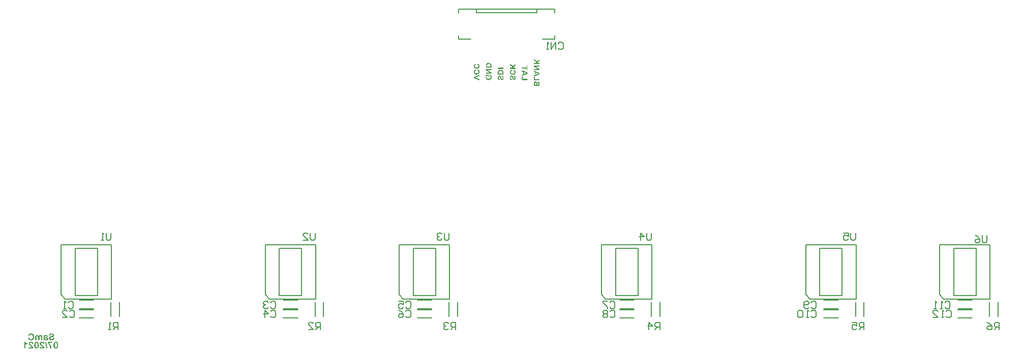
<source format=gbo>
G04*
G04 #@! TF.GenerationSoftware,Altium Limited,Altium Designer,21.3.2 (30)*
G04*
G04 Layer_Color=32896*
%FSLAX44Y44*%
%MOMM*%
G71*
G04*
G04 #@! TF.SameCoordinates,78750805-DB91-4CD3-9BAD-7DFD151DFB16*
G04*
G04*
G04 #@! TF.FilePolarity,Positive*
G04*
G01*
G75*
%ADD10C,0.2000*%
%ADD33C,0.1500*%
G36*
X798412Y497024D02*
X798526Y496993D01*
X798620Y496951D01*
X798704Y496910D01*
X798766Y496868D01*
X798818Y496827D01*
X798849Y496795D01*
X798860Y496785D01*
X798943Y496691D01*
X798995Y496597D01*
X799037Y496504D01*
X799068Y496410D01*
X799089Y496327D01*
X799099Y496264D01*
Y496212D01*
X799089Y496077D01*
X799068Y495962D01*
X799026Y495868D01*
X798985Y495785D01*
X798943Y495723D01*
X798901Y495681D01*
X798880Y495660D01*
X798870Y495650D01*
X798776Y495587D01*
X798683Y495525D01*
X798578Y495473D01*
X798485Y495431D01*
X798401Y495400D01*
X798339Y495368D01*
X798297Y495358D01*
X798277Y495348D01*
X798006Y495233D01*
X797766Y495098D01*
X797558Y494962D01*
X797391Y494817D01*
X797256Y494702D01*
X797162Y494598D01*
X797131Y494556D01*
X797110Y494525D01*
X797089Y494515D01*
Y494504D01*
X796954Y494285D01*
X796860Y494056D01*
X796787Y493827D01*
X796746Y493609D01*
X796714Y493421D01*
X796704Y493338D01*
Y493265D01*
X796694Y493213D01*
Y493130D01*
X796704Y492859D01*
X796746Y492619D01*
X796808Y492390D01*
X796871Y492203D01*
X796933Y492046D01*
X796964Y491984D01*
X796996Y491932D01*
X797016Y491880D01*
X797037Y491849D01*
X797048Y491838D01*
Y491828D01*
X797193Y491630D01*
X797360Y491463D01*
X797548Y491317D01*
X797714Y491193D01*
X797870Y491099D01*
X797943Y491057D01*
X798006Y491026D01*
X798047Y491005D01*
X798089Y490984D01*
X798110Y490974D01*
X798120D01*
X798401Y490870D01*
X798704Y490797D01*
X799006Y490745D01*
X799287Y490713D01*
X799422Y490693D01*
X799537D01*
X799651Y490682D01*
X799745Y490672D01*
X799818D01*
X799870D01*
X799911D01*
X799922D01*
X800213Y490682D01*
X800495Y490703D01*
X800755Y490734D01*
X800994Y490776D01*
X801213Y490828D01*
X801422Y490891D01*
X801609Y490943D01*
X801776Y491016D01*
X801921Y491078D01*
X802057Y491130D01*
X802171Y491193D01*
X802255Y491245D01*
X802327Y491286D01*
X802380Y491317D01*
X802411Y491338D01*
X802421Y491349D01*
X802578Y491484D01*
X802713Y491630D01*
X802827Y491776D01*
X802932Y491932D01*
X803015Y492078D01*
X803088Y492234D01*
X803150Y492380D01*
X803192Y492525D01*
X803233Y492661D01*
X803265Y492786D01*
X803275Y492900D01*
X803296Y493004D01*
Y493077D01*
X803306Y493140D01*
Y493192D01*
X803296Y493452D01*
X803254Y493692D01*
X803202Y493900D01*
X803140Y494077D01*
X803067Y494223D01*
X803015Y494327D01*
X802994Y494369D01*
X802973Y494400D01*
X802963Y494410D01*
Y494421D01*
X802817Y494598D01*
X802661Y494765D01*
X802484Y494910D01*
X802317Y495046D01*
X802171Y495139D01*
X802046Y495223D01*
X801994Y495243D01*
X801963Y495264D01*
X801942Y495285D01*
X801932D01*
X801786Y495368D01*
X801661Y495441D01*
X801557Y495504D01*
X801474Y495566D01*
X801411Y495618D01*
X801369Y495650D01*
X801349Y495671D01*
X801338Y495681D01*
X801286Y495754D01*
X801245Y495848D01*
X801213Y495931D01*
X801192Y496025D01*
X801182Y496097D01*
X801172Y496160D01*
Y496222D01*
X801182Y496337D01*
X801213Y496441D01*
X801245Y496535D01*
X801296Y496618D01*
X801338Y496681D01*
X801369Y496733D01*
X801401Y496764D01*
X801411Y496774D01*
X801505Y496847D01*
X801609Y496910D01*
X801703Y496951D01*
X801796Y496972D01*
X801869Y496993D01*
X801932Y497004D01*
X801973D01*
X801984D01*
X802098D01*
X802203Y496983D01*
X802421Y496931D01*
X802629Y496858D01*
X802827Y496774D01*
X802984Y496681D01*
X803056Y496639D01*
X803109Y496608D01*
X803161Y496576D01*
X803192Y496556D01*
X803213Y496545D01*
X803223Y496535D01*
X803463Y496347D01*
X803681Y496129D01*
X803869Y495900D01*
X804035Y495681D01*
X804160Y495483D01*
X804212Y495400D01*
X804254Y495327D01*
X804296Y495264D01*
X804317Y495223D01*
X804337Y495191D01*
Y495181D01*
X804421Y495014D01*
X804494Y494848D01*
X804598Y494504D01*
X804681Y494160D01*
X804744Y493858D01*
X804754Y493713D01*
X804775Y493588D01*
X804785Y493473D01*
Y493369D01*
X804796Y493296D01*
Y493182D01*
X804785Y492848D01*
X804744Y492525D01*
X804691Y492234D01*
X804660Y492099D01*
X804629Y491973D01*
X804598Y491859D01*
X804566Y491755D01*
X804535Y491661D01*
X804514Y491588D01*
X804494Y491526D01*
X804473Y491484D01*
X804462Y491453D01*
Y491442D01*
X804327Y491151D01*
X804171Y490880D01*
X804015Y490630D01*
X803858Y490422D01*
X803785Y490339D01*
X803713Y490255D01*
X803650Y490182D01*
X803598Y490120D01*
X803556Y490078D01*
X803525Y490047D01*
X803504Y490026D01*
X803494Y490016D01*
X803254Y489807D01*
X802994Y489620D01*
X802744Y489453D01*
X802505Y489328D01*
X802400Y489266D01*
X802296Y489224D01*
X802213Y489183D01*
X802130Y489151D01*
X802067Y489120D01*
X802026Y489099D01*
X801994Y489089D01*
X801984D01*
X801640Y488985D01*
X801296Y488901D01*
X800963Y488849D01*
X800651Y488808D01*
X800516Y488797D01*
X800380Y488787D01*
X800266Y488776D01*
X800172D01*
X800089Y488766D01*
X800036D01*
X799995D01*
X799984D01*
X799724Y488776D01*
X799484Y488787D01*
X799266Y488808D01*
X799068Y488829D01*
X798901Y488849D01*
X798839Y488860D01*
X798776Y488870D01*
X798735Y488881D01*
X798704Y488891D01*
X798683D01*
X798672D01*
X798443Y488943D01*
X798235Y489006D01*
X798037Y489068D01*
X797860Y489131D01*
X797725Y489183D01*
X797610Y489235D01*
X797568Y489255D01*
X797537Y489266D01*
X797527Y489276D01*
X797516D01*
X797318Y489380D01*
X797141Y489485D01*
X796975Y489589D01*
X796829Y489693D01*
X796714Y489776D01*
X796621Y489849D01*
X796569Y489891D01*
X796548Y489912D01*
X796381Y490068D01*
X796225Y490224D01*
X796089Y490370D01*
X795975Y490516D01*
X795892Y490630D01*
X795819Y490724D01*
X795777Y490786D01*
X795767Y490797D01*
Y490807D01*
X795663Y490995D01*
X795579Y491182D01*
X795506Y491370D01*
X795444Y491536D01*
X795402Y491682D01*
X795371Y491796D01*
X795350Y491838D01*
Y491869D01*
X795340Y491890D01*
Y491901D01*
X795298Y492130D01*
X795267Y492369D01*
X795236Y492588D01*
X795225Y492796D01*
X795215Y492973D01*
X795204Y493046D01*
Y493234D01*
X795215Y493588D01*
X795256Y493910D01*
X795298Y494192D01*
X795329Y494327D01*
X795361Y494442D01*
X795381Y494556D01*
X795413Y494650D01*
X795434Y494733D01*
X795465Y494806D01*
X795475Y494858D01*
X795496Y494900D01*
X795506Y494921D01*
Y494931D01*
X795631Y495191D01*
X795767Y495431D01*
X795902Y495629D01*
X796027Y495806D01*
X796142Y495941D01*
X796225Y496045D01*
X796287Y496108D01*
X796298Y496129D01*
X796308D01*
X796496Y496295D01*
X796673Y496431D01*
X796850Y496556D01*
X797006Y496649D01*
X797131Y496722D01*
X797235Y496774D01*
X797266Y496795D01*
X797298Y496806D01*
X797308Y496816D01*
X797318D01*
X797506Y496889D01*
X797693Y496941D01*
X797850Y496983D01*
X797995Y497004D01*
X798120Y497024D01*
X798214Y497035D01*
X798266D01*
X798287D01*
X798412Y497024D01*
D02*
G37*
G36*
Y487433D02*
X798526Y487402D01*
X798620Y487360D01*
X798704Y487318D01*
X798766Y487277D01*
X798818Y487235D01*
X798849Y487204D01*
X798860Y487193D01*
X798943Y487100D01*
X798995Y487006D01*
X799037Y486912D01*
X799068Y486819D01*
X799089Y486735D01*
X799099Y486673D01*
Y486621D01*
X799089Y486485D01*
X799068Y486371D01*
X799026Y486277D01*
X798985Y486194D01*
X798943Y486131D01*
X798901Y486090D01*
X798880Y486069D01*
X798870Y486058D01*
X798776Y485996D01*
X798683Y485933D01*
X798578Y485881D01*
X798485Y485840D01*
X798401Y485808D01*
X798339Y485777D01*
X798297Y485767D01*
X798277Y485756D01*
X798006Y485642D01*
X797766Y485506D01*
X797558Y485371D01*
X797391Y485225D01*
X797256Y485111D01*
X797162Y485007D01*
X797131Y484965D01*
X797110Y484934D01*
X797089Y484923D01*
Y484913D01*
X796954Y484694D01*
X796860Y484465D01*
X796787Y484236D01*
X796746Y484017D01*
X796714Y483830D01*
X796704Y483746D01*
Y483674D01*
X796694Y483621D01*
Y483538D01*
X796704Y483267D01*
X796746Y483028D01*
X796808Y482799D01*
X796871Y482611D01*
X796933Y482455D01*
X796964Y482393D01*
X796996Y482341D01*
X797016Y482289D01*
X797037Y482257D01*
X797048Y482247D01*
Y482236D01*
X797193Y482039D01*
X797360Y481872D01*
X797548Y481726D01*
X797714Y481601D01*
X797870Y481507D01*
X797943Y481466D01*
X798006Y481435D01*
X798047Y481414D01*
X798089Y481393D01*
X798110Y481382D01*
X798120D01*
X798401Y481278D01*
X798704Y481205D01*
X799006Y481153D01*
X799287Y481122D01*
X799422Y481101D01*
X799537D01*
X799651Y481091D01*
X799745Y481081D01*
X799818D01*
X799870D01*
X799911D01*
X799922D01*
X800213Y481091D01*
X800495Y481112D01*
X800755Y481143D01*
X800994Y481185D01*
X801213Y481237D01*
X801422Y481299D01*
X801609Y481351D01*
X801776Y481424D01*
X801921Y481487D01*
X802057Y481539D01*
X802171Y481601D01*
X802255Y481653D01*
X802327Y481695D01*
X802380Y481726D01*
X802411Y481747D01*
X802421Y481757D01*
X802578Y481893D01*
X802713Y482039D01*
X802827Y482184D01*
X802932Y482341D01*
X803015Y482486D01*
X803088Y482643D01*
X803150Y482788D01*
X803192Y482934D01*
X803233Y483070D01*
X803265Y483195D01*
X803275Y483309D01*
X803296Y483413D01*
Y483486D01*
X803306Y483549D01*
Y483601D01*
X803296Y483861D01*
X803254Y484101D01*
X803202Y484309D01*
X803140Y484486D01*
X803067Y484632D01*
X803015Y484736D01*
X802994Y484777D01*
X802973Y484809D01*
X802963Y484819D01*
Y484829D01*
X802817Y485007D01*
X802661Y485173D01*
X802484Y485319D01*
X802317Y485454D01*
X802171Y485548D01*
X802046Y485631D01*
X801994Y485652D01*
X801963Y485673D01*
X801942Y485694D01*
X801932D01*
X801786Y485777D01*
X801661Y485850D01*
X801557Y485913D01*
X801474Y485975D01*
X801411Y486027D01*
X801369Y486058D01*
X801349Y486079D01*
X801338Y486090D01*
X801286Y486162D01*
X801245Y486256D01*
X801213Y486340D01*
X801192Y486433D01*
X801182Y486506D01*
X801172Y486569D01*
Y486631D01*
X801182Y486746D01*
X801213Y486850D01*
X801245Y486944D01*
X801296Y487027D01*
X801338Y487089D01*
X801369Y487141D01*
X801401Y487173D01*
X801411Y487183D01*
X801505Y487256D01*
X801609Y487318D01*
X801703Y487360D01*
X801796Y487381D01*
X801869Y487402D01*
X801932Y487412D01*
X801973D01*
X801984D01*
X802098D01*
X802203Y487391D01*
X802421Y487339D01*
X802629Y487266D01*
X802827Y487183D01*
X802984Y487089D01*
X803056Y487048D01*
X803109Y487016D01*
X803161Y486985D01*
X803192Y486964D01*
X803213Y486954D01*
X803223Y486944D01*
X803463Y486756D01*
X803681Y486537D01*
X803869Y486308D01*
X804035Y486090D01*
X804160Y485892D01*
X804212Y485808D01*
X804254Y485736D01*
X804296Y485673D01*
X804317Y485631D01*
X804337Y485600D01*
Y485590D01*
X804421Y485423D01*
X804494Y485257D01*
X804598Y484913D01*
X804681Y484569D01*
X804744Y484267D01*
X804754Y484121D01*
X804775Y483996D01*
X804785Y483882D01*
Y483778D01*
X804796Y483705D01*
Y483590D01*
X804785Y483257D01*
X804744Y482934D01*
X804691Y482643D01*
X804660Y482507D01*
X804629Y482382D01*
X804598Y482268D01*
X804566Y482164D01*
X804535Y482070D01*
X804514Y481997D01*
X804494Y481934D01*
X804473Y481893D01*
X804462Y481861D01*
Y481851D01*
X804327Y481559D01*
X804171Y481289D01*
X804015Y481039D01*
X803858Y480831D01*
X803785Y480747D01*
X803713Y480664D01*
X803650Y480591D01*
X803598Y480529D01*
X803556Y480487D01*
X803525Y480456D01*
X803504Y480435D01*
X803494Y480424D01*
X803254Y480216D01*
X802994Y480029D01*
X802744Y479862D01*
X802505Y479737D01*
X802400Y479675D01*
X802296Y479633D01*
X802213Y479591D01*
X802130Y479560D01*
X802067Y479529D01*
X802026Y479508D01*
X801994Y479498D01*
X801984D01*
X801640Y479393D01*
X801296Y479310D01*
X800963Y479258D01*
X800651Y479216D01*
X800516Y479206D01*
X800380Y479196D01*
X800266Y479185D01*
X800172D01*
X800089Y479175D01*
X800036D01*
X799995D01*
X799984D01*
X799724Y479185D01*
X799484Y479196D01*
X799266Y479216D01*
X799068Y479237D01*
X798901Y479258D01*
X798839Y479268D01*
X798776Y479279D01*
X798735Y479289D01*
X798704Y479300D01*
X798683D01*
X798672D01*
X798443Y479352D01*
X798235Y479414D01*
X798037Y479477D01*
X797860Y479539D01*
X797725Y479591D01*
X797610Y479643D01*
X797568Y479664D01*
X797537Y479675D01*
X797527Y479685D01*
X797516D01*
X797318Y479789D01*
X797141Y479893D01*
X796975Y479997D01*
X796829Y480102D01*
X796714Y480185D01*
X796621Y480258D01*
X796569Y480299D01*
X796548Y480320D01*
X796381Y480476D01*
X796225Y480633D01*
X796089Y480779D01*
X795975Y480924D01*
X795892Y481039D01*
X795819Y481133D01*
X795777Y481195D01*
X795767Y481205D01*
Y481216D01*
X795663Y481403D01*
X795579Y481591D01*
X795506Y481778D01*
X795444Y481945D01*
X795402Y482091D01*
X795371Y482205D01*
X795350Y482247D01*
Y482278D01*
X795340Y482299D01*
Y482309D01*
X795298Y482538D01*
X795267Y482778D01*
X795236Y482997D01*
X795225Y483205D01*
X795215Y483382D01*
X795204Y483455D01*
Y483642D01*
X795215Y483996D01*
X795256Y484319D01*
X795298Y484600D01*
X795329Y484736D01*
X795361Y484850D01*
X795381Y484965D01*
X795413Y485059D01*
X795434Y485142D01*
X795465Y485215D01*
X795475Y485267D01*
X795496Y485309D01*
X795506Y485329D01*
Y485340D01*
X795631Y485600D01*
X795767Y485840D01*
X795902Y486038D01*
X796027Y486215D01*
X796142Y486350D01*
X796225Y486454D01*
X796287Y486517D01*
X796298Y486537D01*
X796308D01*
X796496Y486704D01*
X796673Y486839D01*
X796850Y486964D01*
X797006Y487058D01*
X797131Y487131D01*
X797235Y487183D01*
X797266Y487204D01*
X797298Y487214D01*
X797308Y487225D01*
X797318D01*
X797506Y487298D01*
X797693Y487350D01*
X797850Y487391D01*
X797995Y487412D01*
X798120Y487433D01*
X798214Y487443D01*
X798266D01*
X798287D01*
X798412Y487433D01*
D02*
G37*
G36*
X804098Y478112D02*
X804223Y478071D01*
X804275Y478050D01*
X804317Y478029D01*
X804337Y478019D01*
X804348Y478008D01*
X804483Y477915D01*
X804587Y477800D01*
X804619Y477758D01*
X804650Y477717D01*
X804660Y477696D01*
X804671Y477686D01*
X804712Y477613D01*
X804744Y477529D01*
X804785Y477383D01*
Y477332D01*
X804796Y477279D01*
Y477238D01*
X804785Y477123D01*
X804775Y477019D01*
X804744Y476936D01*
X804723Y476852D01*
X804691Y476800D01*
X804660Y476748D01*
X804650Y476727D01*
X804639Y476717D01*
X804514Y476592D01*
X804400Y476509D01*
X804358Y476488D01*
X804317Y476467D01*
X804296Y476446D01*
X804285D01*
X804202Y476415D01*
X804098Y476373D01*
X803869Y476301D01*
X803765Y476259D01*
X803681Y476238D01*
X803619Y476217D01*
X803608Y476207D01*
X803598D01*
X797339Y474093D01*
X803556Y472000D01*
X803785Y471927D01*
X803973Y471843D01*
X804140Y471781D01*
X804265Y471718D01*
X804369Y471656D01*
X804442Y471614D01*
X804483Y471593D01*
X804494Y471583D01*
X804598Y471500D01*
X804671Y471395D01*
X804723Y471281D01*
X804754Y471166D01*
X804785Y471073D01*
X804796Y470989D01*
Y470906D01*
X804785Y470760D01*
X804754Y470635D01*
X804712Y470521D01*
X804660Y470427D01*
X804608Y470354D01*
X804566Y470302D01*
X804535Y470260D01*
X804525Y470250D01*
X804421Y470167D01*
X804317Y470104D01*
X804223Y470062D01*
X804129Y470031D01*
X804046Y470010D01*
X803983Y470000D01*
X803942D01*
X803931D01*
X803827Y470010D01*
X803733Y470021D01*
X803681D01*
X803650Y470031D01*
X803629D01*
X803619D01*
X803494Y470062D01*
X803390Y470104D01*
X803348Y470115D01*
X803317Y470125D01*
X803296Y470135D01*
X803286D01*
X803171Y470177D01*
X803067Y470219D01*
X803025Y470229D01*
X802994Y470239D01*
X802973Y470250D01*
X802963D01*
X796954Y472468D01*
X796704Y472551D01*
X796589Y472593D01*
X796485Y472624D01*
X796402Y472656D01*
X796339Y472676D01*
X796298Y472697D01*
X796287D01*
X796079Y472791D01*
X795985Y472843D01*
X795902Y472885D01*
X795829Y472926D01*
X795777Y472958D01*
X795746Y472968D01*
X795735Y472978D01*
X795579Y473114D01*
X795506Y473187D01*
X795454Y473260D01*
X795413Y473312D01*
X795381Y473364D01*
X795361Y473395D01*
X795350Y473405D01*
X795298Y473509D01*
X795267Y473624D01*
X795236Y473728D01*
X795225Y473832D01*
X795215Y473916D01*
X795204Y473989D01*
Y474051D01*
X795215Y474186D01*
X795225Y474311D01*
X795256Y474426D01*
X795288Y474520D01*
X795309Y474593D01*
X795340Y474655D01*
X795350Y474686D01*
X795361Y474697D01*
X795423Y474790D01*
X795486Y474874D01*
X795548Y474947D01*
X795600Y474999D01*
X795652Y475051D01*
X795694Y475082D01*
X795725Y475103D01*
X795735Y475113D01*
X795923Y475217D01*
X796017Y475270D01*
X796100Y475311D01*
X796173Y475342D01*
X796235Y475363D01*
X796277Y475384D01*
X796287D01*
X796527Y475478D01*
X796631Y475519D01*
X796735Y475561D01*
X796829Y475592D01*
X796891Y475613D01*
X796944Y475624D01*
X796954Y475634D01*
X803015Y477883D01*
X803129Y477925D01*
X803233Y477956D01*
X803275Y477967D01*
X803306Y477977D01*
X803317Y477988D01*
X803327D01*
X803442Y478029D01*
X803546Y478060D01*
X803577Y478071D01*
X803608Y478081D01*
X803629Y478092D01*
X803640D01*
X803754Y478112D01*
X803858Y478133D01*
X803900D01*
X803931D01*
X803942D01*
X803952D01*
X804025D01*
X804098Y478112D01*
D02*
G37*
G36*
X843848Y490505D02*
X844025Y490474D01*
X844171Y490432D01*
X844296Y490380D01*
X844389Y490328D01*
X844452Y490286D01*
X844494Y490255D01*
X844504Y490245D01*
X844598Y490141D01*
X844671Y490026D01*
X844723Y489912D01*
X844764Y489808D01*
X844785Y489714D01*
X844796Y489641D01*
Y489568D01*
X844785Y489422D01*
X844754Y489287D01*
X844702Y489172D01*
X844650Y489078D01*
X844598Y488995D01*
X844546Y488943D01*
X844514Y488901D01*
X844504Y488891D01*
X844389Y488808D01*
X844254Y488745D01*
X844108Y488704D01*
X843973Y488672D01*
X843848Y488652D01*
X843744Y488641D01*
X843702D01*
X843671D01*
X843661D01*
X843650D01*
X836339D01*
X836142Y488652D01*
X835965Y488683D01*
X835819Y488724D01*
X835704Y488777D01*
X835611Y488818D01*
X835538Y488860D01*
X835496Y488891D01*
X835486Y488901D01*
X835392Y489006D01*
X835319Y489120D01*
X835277Y489224D01*
X835236Y489328D01*
X835215Y489422D01*
X835204Y489505D01*
Y489568D01*
X835215Y489714D01*
X835246Y489849D01*
X835298Y489964D01*
X835350Y490068D01*
X835392Y490141D01*
X835444Y490203D01*
X835475Y490234D01*
X835486Y490245D01*
X835600Y490339D01*
X835735Y490401D01*
X835881Y490453D01*
X836017Y490484D01*
X836142Y490505D01*
X836246Y490516D01*
X836287D01*
X836319D01*
X836329D01*
X836339D01*
X843650D01*
X843848Y490505D01*
D02*
G37*
G36*
X840474Y486892D02*
X840901Y486850D01*
X841307Y486777D01*
X841672Y486683D01*
X842015Y486579D01*
X842317Y486454D01*
X842598Y486319D01*
X842848Y486183D01*
X843067Y486048D01*
X843265Y485913D01*
X843421Y485798D01*
X843556Y485684D01*
X843650Y485590D01*
X843723Y485517D01*
X843775Y485475D01*
X843785Y485454D01*
X843952Y485246D01*
X844088Y485027D01*
X844202Y484819D01*
X844296Y484632D01*
X844358Y484465D01*
X844389Y484392D01*
X844410Y484330D01*
X844421Y484278D01*
X844431Y484246D01*
X844442Y484226D01*
Y484215D01*
X844504Y483955D01*
X844546Y483674D01*
X844587Y483403D01*
X844608Y483143D01*
X844619Y483028D01*
Y482820D01*
X844629Y482736D01*
Y480133D01*
X844619Y479925D01*
X844587Y479737D01*
X844535Y479591D01*
X844494Y479466D01*
X844442Y479373D01*
X844389Y479310D01*
X844358Y479268D01*
X844348Y479258D01*
X844233Y479164D01*
X844098Y479102D01*
X843952Y479050D01*
X843806Y479019D01*
X843681Y478998D01*
X843577Y478987D01*
X843536D01*
X843504D01*
X843484D01*
X843473D01*
X836673D01*
X836516D01*
X836371Y478998D01*
X836246Y479008D01*
X836142Y479029D01*
X836058Y479039D01*
X835996Y479050D01*
X835954Y479060D01*
X835944D01*
X835840Y479102D01*
X835756Y479143D01*
X835683Y479206D01*
X835621Y479258D01*
X835569Y479310D01*
X835538Y479352D01*
X835517Y479383D01*
X835506Y479394D01*
X835454Y479498D01*
X835423Y479623D01*
X835392Y479758D01*
X835381Y479883D01*
X835371Y479997D01*
X835361Y480091D01*
Y482851D01*
X835371Y483070D01*
X835381Y483268D01*
X835402Y483434D01*
X835413Y483569D01*
X835423Y483674D01*
Y483715D01*
X835434Y483746D01*
Y483767D01*
X835465Y483955D01*
X835517Y484132D01*
X835558Y484288D01*
X835611Y484434D01*
X835652Y484548D01*
X835683Y484642D01*
X835704Y484694D01*
X835715Y484715D01*
X835798Y484882D01*
X835892Y485038D01*
X835975Y485173D01*
X836069Y485298D01*
X836142Y485392D01*
X836204Y485475D01*
X836246Y485517D01*
X836256Y485538D01*
X836423Y485704D01*
X836600Y485860D01*
X836767Y485985D01*
X836912Y486100D01*
X837048Y486183D01*
X837152Y486256D01*
X837193Y486277D01*
X837225Y486298D01*
X837235Y486308D01*
X837245D01*
X837454Y486423D01*
X837673Y486517D01*
X837881Y486590D01*
X838068Y486652D01*
X838235Y486704D01*
X838308Y486725D01*
X838370Y486735D01*
X838422Y486756D01*
X838454D01*
X838474Y486767D01*
X838485D01*
X838755Y486819D01*
X839016Y486850D01*
X839276Y486881D01*
X839516Y486892D01*
X839620Y486902D01*
X839714D01*
X839797Y486912D01*
X839870D01*
X839932D01*
X839974D01*
X840005D01*
X840016D01*
X840474Y486892D01*
D02*
G37*
G36*
X838391Y477363D02*
X838620Y477332D01*
X838818Y477290D01*
X838995Y477248D01*
X839130Y477196D01*
X839235Y477154D01*
X839266Y477134D01*
X839297Y477123D01*
X839307Y477113D01*
X839318D01*
X839495Y477009D01*
X839651Y476894D01*
X839787Y476780D01*
X839901Y476675D01*
X839995Y476571D01*
X840068Y476488D01*
X840109Y476436D01*
X840120Y476426D01*
Y476415D01*
X840234Y476248D01*
X840339Y476061D01*
X840432Y475884D01*
X840516Y475717D01*
X840578Y475572D01*
X840620Y475447D01*
X840640Y475405D01*
X840651Y475374D01*
X840661Y475353D01*
Y475342D01*
X840745Y475103D01*
X840817Y474853D01*
X840890Y474613D01*
X840953Y474395D01*
X840995Y474197D01*
X841015Y474124D01*
X841036Y474051D01*
X841047Y473989D01*
X841057Y473947D01*
X841068Y473926D01*
Y473916D01*
X841120Y473697D01*
X841172Y473509D01*
X841213Y473353D01*
X841245Y473239D01*
X841276Y473135D01*
X841297Y473072D01*
X841307Y473031D01*
Y473020D01*
X841380Y472822D01*
X841422Y472729D01*
X841453Y472645D01*
X841484Y472583D01*
X841515Y472531D01*
X841526Y472489D01*
X841536Y472479D01*
X841588Y472385D01*
X841651Y472301D01*
X841713Y472229D01*
X841765Y472177D01*
X841807Y472124D01*
X841849Y472093D01*
X841869Y472072D01*
X841880Y472062D01*
X841963Y472010D01*
X842046Y471979D01*
X842203Y471937D01*
X842265Y471927D01*
X842328Y471916D01*
X842359D01*
X842369D01*
X842536Y471937D01*
X842682Y471989D01*
X842807Y472052D01*
X842921Y472135D01*
X843015Y472218D01*
X843088Y472281D01*
X843129Y472333D01*
X843140Y472354D01*
X843244Y472531D01*
X843327Y472729D01*
X843379Y472926D01*
X843421Y473114D01*
X843442Y473280D01*
X843452Y473343D01*
X843463Y473405D01*
Y473530D01*
X843452Y473811D01*
X843421Y474041D01*
X843369Y474239D01*
X843317Y474405D01*
X843254Y474520D01*
X843213Y474613D01*
X843171Y474655D01*
X843161Y474676D01*
X843046Y474801D01*
X842911Y474915D01*
X842775Y475020D01*
X842650Y475113D01*
X842525Y475186D01*
X842432Y475238D01*
X842369Y475270D01*
X842359Y475280D01*
X842348D01*
X842213Y475353D01*
X842109Y475426D01*
X842015Y475478D01*
X841942Y475540D01*
X841880Y475582D01*
X841838Y475613D01*
X841817Y475634D01*
X841807Y475644D01*
X841755Y475717D01*
X841713Y475790D01*
X841692Y475873D01*
X841672Y475957D01*
X841661Y476019D01*
X841651Y476082D01*
Y476134D01*
X841661Y476259D01*
X841692Y476373D01*
X841734Y476478D01*
X841786Y476561D01*
X841838Y476634D01*
X841880Y476686D01*
X841911Y476717D01*
X841921Y476727D01*
X842026Y476811D01*
X842130Y476863D01*
X842234Y476904D01*
X842328Y476936D01*
X842411Y476957D01*
X842473Y476967D01*
X842515D01*
X842525D01*
X842661Y476957D01*
X842796Y476936D01*
X842921Y476904D01*
X843036Y476873D01*
X843129Y476832D01*
X843213Y476800D01*
X843254Y476780D01*
X843275Y476769D01*
X843421Y476686D01*
X843556Y476592D01*
X843681Y476498D01*
X843785Y476394D01*
X843879Y476311D01*
X843952Y476238D01*
X843994Y476186D01*
X844015Y476165D01*
X844140Y476009D01*
X844254Y475832D01*
X844348Y475665D01*
X844431Y475499D01*
X844494Y475353D01*
X844535Y475238D01*
X844556Y475197D01*
X844567Y475165D01*
X844577Y475145D01*
Y475134D01*
X844650Y474895D01*
X844702Y474645D01*
X844744Y474395D01*
X844764Y474166D01*
X844775Y474051D01*
X844785Y473957D01*
Y473874D01*
X844796Y473801D01*
Y473655D01*
X844785Y473270D01*
X844744Y472916D01*
X844723Y472760D01*
X844691Y472603D01*
X844660Y472458D01*
X844640Y472333D01*
X844608Y472208D01*
X844577Y472104D01*
X844546Y472020D01*
X844525Y471947D01*
X844504Y471885D01*
X844483Y471833D01*
X844473Y471812D01*
Y471802D01*
X844337Y471521D01*
X844192Y471281D01*
X844046Y471073D01*
X843890Y470906D01*
X843765Y470771D01*
X843650Y470667D01*
X843608Y470635D01*
X843588Y470615D01*
X843567Y470594D01*
X843556D01*
X843327Y470458D01*
X843098Y470354D01*
X842869Y470281D01*
X842650Y470229D01*
X842463Y470198D01*
X842390Y470187D01*
X842317D01*
X842265Y470177D01*
X842223D01*
X842203D01*
X842192D01*
X841901Y470198D01*
X841640Y470239D01*
X841411Y470302D01*
X841224Y470375D01*
X841068Y470437D01*
X840995Y470469D01*
X840943Y470500D01*
X840901Y470531D01*
X840870Y470542D01*
X840859Y470562D01*
X840849D01*
X840661Y470719D01*
X840484Y470896D01*
X840339Y471073D01*
X840224Y471250D01*
X840120Y471395D01*
X840057Y471521D01*
X840026Y471572D01*
X840005Y471604D01*
X839995Y471625D01*
Y471635D01*
X839880Y471906D01*
X839776Y472187D01*
X839682Y472468D01*
X839610Y472729D01*
X839568Y472854D01*
X839547Y472958D01*
X839516Y473062D01*
X839495Y473145D01*
X839474Y473218D01*
X839464Y473270D01*
X839453Y473301D01*
Y473312D01*
X839391Y473582D01*
X839328Y473811D01*
X839266Y474020D01*
X839224Y474187D01*
X839183Y474322D01*
X839151Y474416D01*
X839130Y474478D01*
X839120Y474499D01*
X839058Y474655D01*
X838995Y474801D01*
X838922Y474926D01*
X838849Y475030D01*
X838787Y475113D01*
X838735Y475176D01*
X838693Y475217D01*
X838683Y475228D01*
X838568Y475322D01*
X838443Y475395D01*
X838318Y475447D01*
X838204Y475488D01*
X838100Y475509D01*
X838006Y475519D01*
X837954D01*
X837943D01*
X837933D01*
X837829Y475509D01*
X837725Y475499D01*
X837537Y475436D01*
X837371Y475353D01*
X837235Y475259D01*
X837121Y475155D01*
X837037Y475072D01*
X836985Y475009D01*
X836964Y474999D01*
Y474988D01*
X836839Y474780D01*
X836746Y474561D01*
X836673Y474332D01*
X836631Y474114D01*
X836600Y473926D01*
X836589Y473843D01*
Y473770D01*
X836579Y473718D01*
Y473634D01*
X836589Y473416D01*
X836610Y473228D01*
X836641Y473062D01*
X836673Y472916D01*
X836704Y472801D01*
X836735Y472729D01*
X836756Y472676D01*
X836767Y472656D01*
X836850Y472520D01*
X836923Y472406D01*
X837006Y472301D01*
X837089Y472229D01*
X837152Y472156D01*
X837204Y472114D01*
X837245Y472083D01*
X837256Y472072D01*
X837371Y472000D01*
X837495Y471927D01*
X837620Y471864D01*
X837735Y471802D01*
X837839Y471750D01*
X837922Y471718D01*
X837974Y471698D01*
X837995Y471687D01*
X838131Y471635D01*
X838245Y471572D01*
X838339Y471510D01*
X838422Y471458D01*
X838474Y471406D01*
X838526Y471364D01*
X838547Y471343D01*
X838558Y471333D01*
X838620Y471260D01*
X838672Y471177D01*
X838704Y471083D01*
X838735Y471010D01*
X838745Y470937D01*
X838755Y470885D01*
Y470833D01*
X838745Y470698D01*
X838714Y470583D01*
X838672Y470479D01*
X838631Y470396D01*
X838589Y470323D01*
X838547Y470271D01*
X838516Y470239D01*
X838506Y470229D01*
X838412Y470146D01*
X838318Y470094D01*
X838214Y470052D01*
X838120Y470021D01*
X838047Y470000D01*
X837985Y469990D01*
X837933D01*
X837922D01*
X837704Y470010D01*
X837485Y470052D01*
X837287Y470115D01*
X837100Y470187D01*
X836944Y470260D01*
X836881Y470292D01*
X836818Y470323D01*
X836777Y470354D01*
X836746Y470364D01*
X836725Y470385D01*
X836714D01*
X836496Y470542D01*
X836298Y470719D01*
X836121Y470885D01*
X835985Y471052D01*
X835871Y471198D01*
X835788Y471312D01*
X835756Y471354D01*
X835735Y471385D01*
X835715Y471406D01*
Y471416D01*
X835621Y471593D01*
X835548Y471770D01*
X835475Y471958D01*
X835423Y472145D01*
X835329Y472531D01*
X835298Y472708D01*
X835267Y472885D01*
X835246Y473051D01*
X835236Y473208D01*
X835225Y473343D01*
X835215Y473457D01*
X835204Y473551D01*
Y473687D01*
X835225Y474103D01*
X835267Y474478D01*
X835288Y474655D01*
X835319Y474811D01*
X835361Y474967D01*
X835392Y475103D01*
X835423Y475228D01*
X835465Y475342D01*
X835496Y475436D01*
X835517Y475519D01*
X835548Y475582D01*
X835558Y475624D01*
X835579Y475655D01*
Y475665D01*
X835735Y475957D01*
X835902Y476217D01*
X836069Y476436D01*
X836246Y476613D01*
X836392Y476759D01*
X836506Y476852D01*
X836558Y476894D01*
X836589Y476915D01*
X836610Y476936D01*
X836621D01*
X836881Y477081D01*
X837141Y477186D01*
X837402Y477269D01*
X837631Y477321D01*
X837745Y477342D01*
X837839Y477352D01*
X837922Y477363D01*
X837995D01*
X838058Y477373D01*
X838100D01*
X838131D01*
X838141D01*
X838391Y477363D01*
D02*
G37*
G36*
X896069Y504228D02*
X896173Y504218D01*
X896267Y504197D01*
X896360Y504166D01*
X896433Y504134D01*
X896485Y504114D01*
X896527Y504103D01*
X896537Y504093D01*
X896652Y504041D01*
X896767Y503968D01*
X896881Y503905D01*
X896996Y503833D01*
X897089Y503770D01*
X897162Y503718D01*
X897204Y503687D01*
X897225Y503676D01*
X900995Y501052D01*
X903161Y503333D01*
X903317Y503478D01*
X903463Y503583D01*
X903598Y503656D01*
X903723Y503708D01*
X903827Y503739D01*
X903900Y503749D01*
X903952Y503760D01*
X903973D01*
X904098Y503749D01*
X904212Y503718D01*
X904306Y503676D01*
X904389Y503635D01*
X904462Y503593D01*
X904514Y503551D01*
X904546Y503520D01*
X904556Y503510D01*
X904640Y503405D01*
X904691Y503301D01*
X904733Y503197D01*
X904764Y503093D01*
X904785Y502999D01*
X904796Y502926D01*
Y502854D01*
X904785Y502739D01*
X904775Y502645D01*
X904754Y502562D01*
X904733Y502489D01*
X904702Y502427D01*
X904681Y502385D01*
X904671Y502364D01*
X904660Y502354D01*
X904608Y502281D01*
X904535Y502208D01*
X904400Y502062D01*
X904337Y502000D01*
X904285Y501948D01*
X904254Y501916D01*
X904244Y501906D01*
X900401Y498219D01*
X903650D01*
X903848Y498209D01*
X904025Y498178D01*
X904171Y498136D01*
X904296Y498084D01*
X904389Y498032D01*
X904452Y497990D01*
X904494Y497959D01*
X904504Y497949D01*
X904598Y497844D01*
X904671Y497730D01*
X904723Y497615D01*
X904764Y497511D01*
X904785Y497417D01*
X904796Y497345D01*
Y497272D01*
X904785Y497116D01*
X904754Y496980D01*
X904702Y496866D01*
X904650Y496761D01*
X904598Y496688D01*
X904546Y496626D01*
X904514Y496595D01*
X904504Y496584D01*
X904389Y496501D01*
X904254Y496449D01*
X904108Y496407D01*
X903973Y496376D01*
X903848Y496355D01*
X903744Y496345D01*
X903702D01*
X903671D01*
X903661D01*
X903650D01*
X896756D01*
X896600D01*
X896464D01*
X896339D01*
X896246Y496355D01*
X896173D01*
X896110D01*
X896079D01*
X896069D01*
X895912Y496386D01*
X895840Y496397D01*
X895777Y496418D01*
X895735Y496439D01*
X895694Y496459D01*
X895673Y496470D01*
X895663D01*
X895527Y496574D01*
X895423Y496678D01*
X895381Y496730D01*
X895350Y496772D01*
X895340Y496793D01*
X895329Y496803D01*
X895288Y496886D01*
X895257Y496970D01*
X895236Y497053D01*
X895225Y497126D01*
X895215Y497188D01*
X895204Y497230D01*
Y497272D01*
X895215Y497417D01*
X895246Y497553D01*
X895298Y497667D01*
X895350Y497771D01*
X895392Y497844D01*
X895444Y497907D01*
X895475Y497938D01*
X895486Y497949D01*
X895600Y498042D01*
X895735Y498105D01*
X895881Y498157D01*
X896017Y498188D01*
X896142Y498209D01*
X896246Y498219D01*
X896287D01*
X896319D01*
X896329D01*
X896339D01*
X898256D01*
X899734Y499750D01*
X896319Y501968D01*
X896142Y502072D01*
X896058Y502125D01*
X895975Y502166D01*
X895912Y502208D01*
X895861Y502239D01*
X895819Y502260D01*
X895808Y502270D01*
X895715Y502343D01*
X895631Y502406D01*
X895548Y502479D01*
X895486Y502541D01*
X895434Y502604D01*
X895402Y502645D01*
X895381Y502677D01*
X895371Y502687D01*
X895319Y502791D01*
X895277Y502895D01*
X895246Y502999D01*
X895225Y503103D01*
X895215Y503197D01*
X895204Y503270D01*
Y503333D01*
X895215Y503478D01*
X895236Y503614D01*
X895277Y503728D01*
X895319Y503822D01*
X895350Y503895D01*
X895392Y503947D01*
X895413Y503978D01*
X895423Y503989D01*
X895517Y504072D01*
X895600Y504134D01*
X895694Y504176D01*
X895777Y504207D01*
X895850Y504228D01*
X895912Y504239D01*
X895954D01*
X895965D01*
X896069Y504228D01*
D02*
G37*
G36*
X903900Y494262D02*
X904067Y494231D01*
X904212Y494199D01*
X904327Y494158D01*
X904410Y494106D01*
X904473Y494075D01*
X904514Y494043D01*
X904525Y494033D01*
X904619Y493939D01*
X904681Y493835D01*
X904733Y493731D01*
X904764Y493627D01*
X904785Y493544D01*
X904796Y493460D01*
Y493398D01*
X904785Y493262D01*
X904754Y493137D01*
X904712Y493023D01*
X904660Y492939D01*
X904608Y492867D01*
X904567Y492814D01*
X904535Y492783D01*
X904525Y492773D01*
X904410Y492700D01*
X904285Y492637D01*
X904150Y492596D01*
X904015Y492575D01*
X903900Y492554D01*
X903806Y492544D01*
X903733D01*
X903723D01*
X903713D01*
X898204D01*
X903661Y488930D01*
X903838Y488826D01*
X903911Y488774D01*
X903983Y488732D01*
X904035Y488690D01*
X904077Y488659D01*
X904108Y488649D01*
X904119Y488638D01*
X904275Y488534D01*
X904337Y488482D01*
X904389Y488441D01*
X904431Y488409D01*
X904462Y488378D01*
X904473Y488368D01*
X904483Y488357D01*
X904577Y488253D01*
X904650Y488149D01*
X904681Y488107D01*
X904702Y488076D01*
X904712Y488055D01*
Y488045D01*
X904764Y487899D01*
X904785Y487764D01*
X904796Y487701D01*
Y487607D01*
X904785Y487493D01*
X904764Y487378D01*
X904733Y487274D01*
X904702Y487180D01*
X904671Y487108D01*
X904640Y487056D01*
X904619Y487014D01*
X904608Y487004D01*
X904535Y486910D01*
X904462Y486826D01*
X904389Y486764D01*
X904317Y486702D01*
X904244Y486660D01*
X904202Y486629D01*
X904160Y486618D01*
X904150Y486608D01*
X904046Y486576D01*
X903931Y486556D01*
X903806Y486535D01*
X903692Y486524D01*
X903588D01*
X903504Y486514D01*
X903452D01*
X903442D01*
X903431D01*
X896277D01*
X896090Y486524D01*
X895923Y486556D01*
X895788Y486587D01*
X895673Y486639D01*
X895590Y486681D01*
X895527Y486712D01*
X895486Y486743D01*
X895475Y486754D01*
X895381Y486847D01*
X895319Y486951D01*
X895267Y487056D01*
X895236Y487160D01*
X895215Y487253D01*
X895204Y487326D01*
Y487389D01*
X895215Y487524D01*
X895246Y487649D01*
X895288Y487764D01*
X895340Y487847D01*
X895392Y487920D01*
X895434Y487982D01*
X895465Y488014D01*
X895475Y488024D01*
X895590Y488107D01*
X895715Y488170D01*
X895850Y488212D01*
X895975Y488243D01*
X896100Y488264D01*
X896194Y488274D01*
X896256D01*
X896267D01*
X896277D01*
X901713D01*
X896308Y491783D01*
X896152Y491898D01*
X896006Y491992D01*
X895954Y492033D01*
X895912Y492065D01*
X895881Y492075D01*
X895871Y492085D01*
X895725Y492200D01*
X895611Y492315D01*
X895569Y492356D01*
X895538Y492388D01*
X895517Y492408D01*
X895506Y492419D01*
X895402Y492554D01*
X895329Y492669D01*
X895309Y492721D01*
X895288Y492762D01*
X895277Y492783D01*
Y492794D01*
X895236Y492950D01*
X895215Y493106D01*
X895204Y493158D01*
Y493252D01*
X895215Y493429D01*
X895257Y493585D01*
X895319Y493721D01*
X895392Y493845D01*
X895486Y493939D01*
X895590Y494022D01*
X895704Y494095D01*
X895819Y494147D01*
X895923Y494189D01*
X896038Y494220D01*
X896142Y494241D01*
X896235Y494262D01*
X896308D01*
X896371Y494272D01*
X896412D01*
X896423D01*
X903713D01*
X903900Y494262D01*
D02*
G37*
G36*
X896194Y485087D02*
X896350Y485056D01*
X896516Y485004D01*
X896673Y484952D01*
X896829Y484900D01*
X896944Y484848D01*
X896996Y484837D01*
X897027Y484817D01*
X897048Y484806D01*
X897058D01*
X903036Y482390D01*
X903192Y482328D01*
X903338Y482265D01*
X903463Y482223D01*
X903567Y482182D01*
X903650Y482140D01*
X903702Y482119D01*
X903744Y482109D01*
X903754Y482099D01*
X903952Y482015D01*
X904035Y481963D01*
X904108Y481921D01*
X904171Y481890D01*
X904212Y481859D01*
X904244Y481838D01*
X904254Y481828D01*
X904421Y481692D01*
X904483Y481630D01*
X904535Y481557D01*
X904577Y481505D01*
X904608Y481453D01*
X904629Y481422D01*
X904640Y481411D01*
X904691Y481307D01*
X904733Y481203D01*
X904754Y481088D01*
X904775Y480984D01*
X904785Y480891D01*
X904796Y480818D01*
Y480755D01*
X904785Y480620D01*
X904775Y480495D01*
X904744Y480380D01*
X904723Y480286D01*
X904691Y480203D01*
X904660Y480151D01*
X904650Y480109D01*
X904640Y480099D01*
X904577Y480005D01*
X904514Y479922D01*
X904452Y479849D01*
X904389Y479787D01*
X904337Y479734D01*
X904296Y479703D01*
X904265Y479682D01*
X904254Y479672D01*
X904160Y479609D01*
X904056Y479557D01*
X903963Y479505D01*
X903858Y479464D01*
X903775Y479422D01*
X903713Y479391D01*
X903671Y479380D01*
X903650Y479370D01*
X903515Y479318D01*
X903400Y479276D01*
X903296Y479235D01*
X903202Y479203D01*
X903129Y479172D01*
X903067Y479151D01*
X903036Y479131D01*
X903025D01*
X897006Y476767D01*
X896881Y476714D01*
X896767Y476673D01*
X896662Y476642D01*
X896579Y476610D01*
X896516Y476590D01*
X896475Y476569D01*
X896444Y476558D01*
X896433D01*
X896287Y476527D01*
X896162Y476506D01*
X896121Y476496D01*
X896079D01*
X896058D01*
X896048D01*
X895923Y476506D01*
X895819Y476537D01*
X895715Y476579D01*
X895631Y476631D01*
X895558Y476683D01*
X895496Y476725D01*
X895465Y476756D01*
X895454Y476767D01*
X895371Y476871D01*
X895309Y476975D01*
X895267Y477079D01*
X895236Y477183D01*
X895215Y477266D01*
X895204Y477329D01*
Y477391D01*
X895215Y477537D01*
X895246Y477662D01*
X895277Y477766D01*
X895329Y477850D01*
X895371Y477912D01*
X895402Y477954D01*
X895434Y477975D01*
X895444Y477985D01*
X895496Y478016D01*
X895558Y478058D01*
X895694Y478131D01*
X895850Y478214D01*
X896006Y478276D01*
X896152Y478339D01*
X896267Y478391D01*
X896319Y478412D01*
X896350Y478422D01*
X896371Y478433D01*
X896381D01*
X897579Y478870D01*
Y482640D01*
X896412Y483088D01*
X896246Y483161D01*
X896079Y483223D01*
X896017Y483254D01*
X895965Y483275D01*
X895923Y483296D01*
X895912D01*
X895819Y483338D01*
X895725Y483390D01*
X895663Y483421D01*
X895600Y483463D01*
X895558Y483484D01*
X895517Y483504D01*
X895506Y483525D01*
X895496D01*
X895402Y483619D01*
X895340Y483702D01*
X895298Y483775D01*
X895288Y483786D01*
Y483796D01*
X895236Y483921D01*
X895215Y484046D01*
X895204Y484098D01*
Y484171D01*
X895215Y484306D01*
X895246Y484431D01*
X895288Y484546D01*
X895340Y484640D01*
X895381Y484723D01*
X895423Y484775D01*
X895454Y484817D01*
X895465Y484827D01*
X895569Y484921D01*
X895673Y484983D01*
X895767Y485035D01*
X895861Y485066D01*
X895944Y485087D01*
X896006Y485098D01*
X896048D01*
X896058D01*
X896194Y485087D01*
D02*
G37*
G36*
X896235Y475913D02*
X896350Y475881D01*
X896444Y475840D01*
X896527Y475798D01*
X896589Y475756D01*
X896631Y475715D01*
X896662Y475684D01*
X896673Y475673D01*
X896746Y475579D01*
X896808Y475465D01*
X896850Y475350D01*
X896871Y475236D01*
X896891Y475131D01*
X896902Y475048D01*
Y471174D01*
X903650D01*
X903848Y471164D01*
X904025Y471133D01*
X904171Y471091D01*
X904296Y471039D01*
X904389Y470987D01*
X904452Y470945D01*
X904494Y470914D01*
X904504Y470903D01*
X904598Y470799D01*
X904671Y470685D01*
X904723Y470570D01*
X904764Y470466D01*
X904785Y470372D01*
X904796Y470299D01*
Y470227D01*
X904785Y470081D01*
X904754Y469945D01*
X904702Y469831D01*
X904650Y469737D01*
X904598Y469654D01*
X904546Y469602D01*
X904514Y469560D01*
X904504Y469550D01*
X904389Y469466D01*
X904254Y469404D01*
X904108Y469362D01*
X903973Y469331D01*
X903848Y469310D01*
X903744Y469300D01*
X903702D01*
X903671D01*
X903661D01*
X903650D01*
X896506D01*
X896298Y469310D01*
X896110Y469341D01*
X895965Y469383D01*
X895840Y469435D01*
X895746Y469477D01*
X895683Y469518D01*
X895642Y469550D01*
X895631Y469560D01*
X895538Y469675D01*
X895475Y469810D01*
X895423Y469956D01*
X895392Y470102D01*
X895371Y470237D01*
X895361Y470341D01*
Y474975D01*
X895371Y475142D01*
X895392Y475288D01*
X895423Y475402D01*
X895465Y475506D01*
X895506Y475579D01*
X895538Y475642D01*
X895558Y475673D01*
X895569Y475684D01*
X895652Y475767D01*
X895746Y475819D01*
X895840Y475860D01*
X895923Y475892D01*
X896006Y475913D01*
X896069Y475923D01*
X896110D01*
X896121D01*
X896235Y475913D01*
D02*
G37*
G36*
X898308Y467686D02*
X898589Y467623D01*
X898839Y467540D01*
X899068Y467425D01*
X899276Y467279D01*
X899453Y467123D01*
X899620Y466956D01*
X899766Y466790D01*
X899891Y466623D01*
X899995Y466457D01*
X900078Y466300D01*
X900151Y466165D01*
X900203Y466040D01*
X900234Y465957D01*
X900255Y465894D01*
X900266Y465884D01*
Y465873D01*
X900391Y466123D01*
X900536Y466332D01*
X900693Y466519D01*
X900859Y466686D01*
X901026Y466811D01*
X901192Y466925D01*
X901359Y467019D01*
X901526Y467092D01*
X901682Y467154D01*
X901828Y467196D01*
X901953Y467227D01*
X902067Y467248D01*
X902161Y467258D01*
X902234Y467269D01*
X902286D01*
X902296D01*
X902442Y467258D01*
X902588Y467248D01*
X902723Y467227D01*
X902838Y467206D01*
X902932Y467175D01*
X903005Y467154D01*
X903046Y467144D01*
X903067Y467134D01*
X903202Y467081D01*
X903327Y467019D01*
X903442Y466946D01*
X903536Y466884D01*
X903619Y466832D01*
X903681Y466780D01*
X903723Y466748D01*
X903733Y466738D01*
X903838Y466644D01*
X903942Y466540D01*
X904025Y466446D01*
X904088Y466363D01*
X904150Y466280D01*
X904192Y466217D01*
X904212Y466175D01*
X904223Y466165D01*
X904306Y466019D01*
X904379Y465863D01*
X904431Y465717D01*
X904473Y465582D01*
X904504Y465467D01*
X904525Y465374D01*
X904546Y465311D01*
Y465290D01*
X904577Y465103D01*
X904598Y464905D01*
X904608Y464707D01*
X904619Y464530D01*
X904629Y464374D01*
Y461135D01*
X904619Y460927D01*
X904587Y460739D01*
X904546Y460594D01*
X904494Y460469D01*
X904442Y460375D01*
X904400Y460312D01*
X904369Y460271D01*
X904358Y460260D01*
X904244Y460177D01*
X904108Y460115D01*
X903963Y460062D01*
X903817Y460031D01*
X903681Y460010D01*
X903577Y460000D01*
X903536D01*
X903504D01*
X903484D01*
X903473D01*
X896506D01*
X896298Y460010D01*
X896110Y460042D01*
X895965Y460083D01*
X895840Y460135D01*
X895746Y460177D01*
X895683Y460219D01*
X895642Y460250D01*
X895631Y460260D01*
X895538Y460375D01*
X895475Y460510D01*
X895423Y460656D01*
X895392Y460791D01*
X895371Y460927D01*
X895361Y461031D01*
Y464228D01*
X895371Y464478D01*
X895381Y464697D01*
X895392Y464884D01*
X895402Y465040D01*
X895413Y465103D01*
Y465197D01*
X895423Y465228D01*
Y465249D01*
X895454Y465447D01*
X895496Y465634D01*
X895538Y465801D01*
X895579Y465946D01*
X895611Y466061D01*
X895642Y466155D01*
X895663Y466207D01*
X895673Y466227D01*
X895798Y466467D01*
X895944Y466686D01*
X896100Y466863D01*
X896246Y467019D01*
X896392Y467144D01*
X896496Y467227D01*
X896537Y467258D01*
X896569Y467279D01*
X896589Y467300D01*
X896600D01*
X896839Y467436D01*
X897079Y467540D01*
X897318Y467613D01*
X897537Y467654D01*
X897725Y467686D01*
X897808Y467696D01*
X897870D01*
X897933Y467706D01*
X897974D01*
X897995D01*
X898006D01*
X898162D01*
X898308Y467686D01*
D02*
G37*
G36*
X856069Y496462D02*
X856173Y496452D01*
X856267Y496431D01*
X856360Y496399D01*
X856433Y496368D01*
X856485Y496347D01*
X856527Y496337D01*
X856537Y496327D01*
X856652Y496274D01*
X856767Y496202D01*
X856881Y496139D01*
X856996Y496066D01*
X857089Y496004D01*
X857162Y495952D01*
X857204Y495920D01*
X857225Y495910D01*
X860995Y493286D01*
X863161Y495566D01*
X863317Y495712D01*
X863463Y495816D01*
X863598Y495889D01*
X863723Y495941D01*
X863827Y495973D01*
X863900Y495983D01*
X863952Y495993D01*
X863973D01*
X864098Y495983D01*
X864212Y495952D01*
X864306Y495910D01*
X864389Y495868D01*
X864462Y495827D01*
X864514Y495785D01*
X864546Y495754D01*
X864556Y495743D01*
X864640Y495639D01*
X864691Y495535D01*
X864733Y495431D01*
X864764Y495327D01*
X864785Y495233D01*
X864796Y495160D01*
Y495087D01*
X864785Y494973D01*
X864775Y494879D01*
X864754Y494796D01*
X864733Y494723D01*
X864702Y494660D01*
X864681Y494619D01*
X864671Y494598D01*
X864660Y494588D01*
X864608Y494515D01*
X864535Y494442D01*
X864400Y494296D01*
X864337Y494233D01*
X864285Y494181D01*
X864254Y494150D01*
X864244Y494140D01*
X860401Y490453D01*
X863650D01*
X863848Y490443D01*
X864025Y490411D01*
X864171Y490370D01*
X864296Y490318D01*
X864389Y490266D01*
X864452Y490224D01*
X864494Y490193D01*
X864504Y490182D01*
X864598Y490078D01*
X864671Y489964D01*
X864723Y489849D01*
X864764Y489745D01*
X864785Y489651D01*
X864796Y489578D01*
Y489505D01*
X864785Y489349D01*
X864754Y489214D01*
X864702Y489099D01*
X864650Y488995D01*
X864598Y488922D01*
X864546Y488860D01*
X864514Y488829D01*
X864504Y488818D01*
X864389Y488735D01*
X864254Y488683D01*
X864108Y488641D01*
X863973Y488610D01*
X863848Y488589D01*
X863744Y488579D01*
X863702D01*
X863671D01*
X863661D01*
X863650D01*
X856756D01*
X856600D01*
X856464D01*
X856339D01*
X856246Y488589D01*
X856173D01*
X856110D01*
X856079D01*
X856069D01*
X855912Y488620D01*
X855840Y488631D01*
X855777Y488652D01*
X855735Y488672D01*
X855694Y488693D01*
X855673Y488704D01*
X855663D01*
X855527Y488808D01*
X855423Y488912D01*
X855381Y488964D01*
X855350Y489006D01*
X855340Y489026D01*
X855329Y489037D01*
X855288Y489120D01*
X855257Y489203D01*
X855236Y489287D01*
X855225Y489360D01*
X855215Y489422D01*
X855204Y489464D01*
Y489505D01*
X855215Y489651D01*
X855246Y489787D01*
X855298Y489901D01*
X855350Y490005D01*
X855392Y490078D01*
X855444Y490141D01*
X855475Y490172D01*
X855486Y490182D01*
X855600Y490276D01*
X855735Y490339D01*
X855881Y490391D01*
X856017Y490422D01*
X856142Y490443D01*
X856246Y490453D01*
X856287D01*
X856319D01*
X856329D01*
X856339D01*
X858256D01*
X859734Y491984D01*
X856319Y494202D01*
X856142Y494306D01*
X856058Y494358D01*
X855975Y494400D01*
X855912Y494442D01*
X855861Y494473D01*
X855819Y494494D01*
X855808Y494504D01*
X855715Y494577D01*
X855631Y494640D01*
X855548Y494712D01*
X855486Y494775D01*
X855434Y494837D01*
X855402Y494879D01*
X855381Y494910D01*
X855371Y494921D01*
X855319Y495025D01*
X855277Y495129D01*
X855246Y495233D01*
X855225Y495337D01*
X855215Y495431D01*
X855204Y495504D01*
Y495566D01*
X855215Y495712D01*
X855236Y495848D01*
X855277Y495962D01*
X855319Y496056D01*
X855350Y496129D01*
X855392Y496181D01*
X855413Y496212D01*
X855423Y496222D01*
X855517Y496306D01*
X855600Y496368D01*
X855694Y496410D01*
X855777Y496441D01*
X855850Y496462D01*
X855912Y496472D01*
X855954D01*
X855965D01*
X856069Y496462D01*
D02*
G37*
G36*
X858412Y486860D02*
X858527Y486829D01*
X858620Y486787D01*
X858704Y486746D01*
X858766Y486704D01*
X858818Y486662D01*
X858849Y486631D01*
X858860Y486621D01*
X858943Y486527D01*
X858995Y486433D01*
X859037Y486340D01*
X859068Y486246D01*
X859089Y486163D01*
X859099Y486100D01*
Y486048D01*
X859089Y485913D01*
X859068Y485798D01*
X859026Y485704D01*
X858985Y485621D01*
X858943Y485559D01*
X858901Y485517D01*
X858880Y485496D01*
X858870Y485486D01*
X858776Y485423D01*
X858683Y485361D01*
X858578Y485309D01*
X858485Y485267D01*
X858401Y485236D01*
X858339Y485205D01*
X858297Y485194D01*
X858277Y485184D01*
X858006Y485069D01*
X857766Y484934D01*
X857558Y484798D01*
X857391Y484652D01*
X857256Y484538D01*
X857162Y484434D01*
X857131Y484392D01*
X857110Y484361D01*
X857089Y484351D01*
Y484340D01*
X856954Y484121D01*
X856860Y483892D01*
X856787Y483663D01*
X856746Y483445D01*
X856714Y483257D01*
X856704Y483174D01*
Y483101D01*
X856694Y483049D01*
Y482966D01*
X856704Y482695D01*
X856746Y482455D01*
X856808Y482226D01*
X856871Y482039D01*
X856933Y481882D01*
X856964Y481820D01*
X856996Y481768D01*
X857016Y481716D01*
X857037Y481684D01*
X857048Y481674D01*
Y481664D01*
X857194Y481466D01*
X857360Y481299D01*
X857548Y481153D01*
X857714Y481029D01*
X857870Y480935D01*
X857943Y480893D01*
X858006Y480862D01*
X858047Y480841D01*
X858089Y480820D01*
X858110Y480810D01*
X858120D01*
X858401Y480706D01*
X858704Y480633D01*
X859006Y480581D01*
X859287Y480549D01*
X859422Y480529D01*
X859537D01*
X859651Y480518D01*
X859745Y480508D01*
X859818D01*
X859870D01*
X859911D01*
X859922D01*
X860213Y480518D01*
X860495Y480539D01*
X860755Y480570D01*
X860995Y480612D01*
X861213Y480664D01*
X861422Y480726D01*
X861609Y480779D01*
X861776Y480851D01*
X861921Y480914D01*
X862057Y480966D01*
X862171Y481029D01*
X862255Y481081D01*
X862328Y481122D01*
X862380Y481153D01*
X862411Y481174D01*
X862421Y481185D01*
X862578Y481320D01*
X862713Y481466D01*
X862827Y481612D01*
X862932Y481768D01*
X863015Y481914D01*
X863088Y482070D01*
X863150Y482216D01*
X863192Y482361D01*
X863234Y482497D01*
X863265Y482622D01*
X863275Y482736D01*
X863296Y482840D01*
Y482913D01*
X863307Y482976D01*
Y483028D01*
X863296Y483288D01*
X863254Y483528D01*
X863202Y483736D01*
X863140Y483913D01*
X863067Y484059D01*
X863015Y484163D01*
X862994Y484205D01*
X862973Y484236D01*
X862963Y484246D01*
Y484257D01*
X862817Y484434D01*
X862661Y484600D01*
X862484Y484746D01*
X862317Y484882D01*
X862171Y484975D01*
X862046Y485059D01*
X861994Y485079D01*
X861963Y485100D01*
X861942Y485121D01*
X861932D01*
X861786Y485205D01*
X861661Y485277D01*
X861557Y485340D01*
X861474Y485402D01*
X861411Y485454D01*
X861369Y485486D01*
X861349Y485507D01*
X861338Y485517D01*
X861286Y485590D01*
X861245Y485684D01*
X861213Y485767D01*
X861192Y485860D01*
X861182Y485933D01*
X861172Y485996D01*
Y486058D01*
X861182Y486173D01*
X861213Y486277D01*
X861245Y486371D01*
X861297Y486454D01*
X861338Y486517D01*
X861369Y486569D01*
X861401Y486600D01*
X861411Y486610D01*
X861505Y486683D01*
X861609Y486746D01*
X861703Y486787D01*
X861796Y486808D01*
X861869Y486829D01*
X861932Y486839D01*
X861973D01*
X861984D01*
X862098D01*
X862203Y486819D01*
X862421Y486767D01*
X862630Y486694D01*
X862827Y486610D01*
X862984Y486517D01*
X863056Y486475D01*
X863109Y486444D01*
X863161Y486413D01*
X863192Y486392D01*
X863213Y486381D01*
X863223Y486371D01*
X863463Y486183D01*
X863681Y485965D01*
X863869Y485736D01*
X864035Y485517D01*
X864160Y485319D01*
X864212Y485236D01*
X864254Y485163D01*
X864296Y485100D01*
X864317Y485059D01*
X864337Y485027D01*
Y485017D01*
X864421Y484850D01*
X864494Y484684D01*
X864598Y484340D01*
X864681Y483996D01*
X864744Y483694D01*
X864754Y483549D01*
X864775Y483424D01*
X864785Y483309D01*
Y483205D01*
X864796Y483132D01*
Y483018D01*
X864785Y482684D01*
X864744Y482361D01*
X864691Y482070D01*
X864660Y481935D01*
X864629Y481810D01*
X864598Y481695D01*
X864567Y481591D01*
X864535Y481497D01*
X864514Y481424D01*
X864494Y481362D01*
X864473Y481320D01*
X864462Y481289D01*
Y481278D01*
X864327Y480987D01*
X864171Y480716D01*
X864015Y480466D01*
X863858Y480258D01*
X863785Y480174D01*
X863713Y480091D01*
X863650Y480018D01*
X863598Y479956D01*
X863556Y479914D01*
X863525Y479883D01*
X863504Y479862D01*
X863494Y479852D01*
X863254Y479643D01*
X862994Y479456D01*
X862744Y479289D01*
X862505Y479164D01*
X862401Y479102D01*
X862296Y479060D01*
X862213Y479019D01*
X862130Y478987D01*
X862067Y478956D01*
X862026Y478935D01*
X861994Y478925D01*
X861984D01*
X861640Y478821D01*
X861297Y478737D01*
X860963Y478685D01*
X860651Y478644D01*
X860516Y478633D01*
X860380Y478623D01*
X860266Y478612D01*
X860172D01*
X860089Y478602D01*
X860036D01*
X859995D01*
X859984D01*
X859724Y478612D01*
X859484Y478623D01*
X859266Y478644D01*
X859068Y478665D01*
X858901Y478685D01*
X858839Y478696D01*
X858776Y478706D01*
X858735Y478717D01*
X858704Y478727D01*
X858683D01*
X858672D01*
X858443Y478779D01*
X858235Y478842D01*
X858037Y478904D01*
X857860Y478966D01*
X857725Y479019D01*
X857610Y479071D01*
X857568Y479091D01*
X857537Y479102D01*
X857527Y479112D01*
X857516D01*
X857318Y479216D01*
X857141Y479321D01*
X856975Y479425D01*
X856829Y479529D01*
X856714Y479612D01*
X856621Y479685D01*
X856569Y479727D01*
X856548Y479748D01*
X856381Y479904D01*
X856225Y480060D01*
X856090Y480206D01*
X855975Y480351D01*
X855892Y480466D01*
X855819Y480560D01*
X855777Y480622D01*
X855767Y480633D01*
Y480643D01*
X855663Y480831D01*
X855579Y481018D01*
X855506Y481205D01*
X855444Y481372D01*
X855402Y481518D01*
X855371Y481632D01*
X855350Y481674D01*
Y481705D01*
X855340Y481726D01*
Y481737D01*
X855298Y481966D01*
X855267Y482205D01*
X855236Y482424D01*
X855225Y482632D01*
X855215Y482809D01*
X855204Y482882D01*
Y483070D01*
X855215Y483424D01*
X855257Y483746D01*
X855298Y484028D01*
X855329Y484163D01*
X855361Y484278D01*
X855381Y484392D01*
X855413Y484486D01*
X855434Y484569D01*
X855465Y484642D01*
X855475Y484694D01*
X855496Y484736D01*
X855506Y484757D01*
Y484767D01*
X855631Y485027D01*
X855767Y485267D01*
X855902Y485465D01*
X856027Y485642D01*
X856142Y485777D01*
X856225Y485881D01*
X856287Y485944D01*
X856298Y485965D01*
X856308D01*
X856496Y486131D01*
X856673Y486267D01*
X856850Y486392D01*
X857006Y486485D01*
X857131Y486558D01*
X857235Y486610D01*
X857266Y486631D01*
X857298Y486642D01*
X857308Y486652D01*
X857318D01*
X857506Y486725D01*
X857693Y486777D01*
X857850Y486819D01*
X857995Y486839D01*
X858120Y486860D01*
X858214Y486871D01*
X858266D01*
X858287D01*
X858412Y486860D01*
D02*
G37*
G36*
X858391Y477363D02*
X858620Y477332D01*
X858818Y477290D01*
X858995Y477248D01*
X859130Y477196D01*
X859235Y477154D01*
X859266Y477134D01*
X859297Y477123D01*
X859307Y477113D01*
X859318D01*
X859495Y477009D01*
X859651Y476894D01*
X859787Y476780D01*
X859901Y476675D01*
X859995Y476571D01*
X860068Y476488D01*
X860109Y476436D01*
X860120Y476426D01*
Y476415D01*
X860234Y476248D01*
X860339Y476061D01*
X860432Y475884D01*
X860516Y475717D01*
X860578Y475572D01*
X860620Y475447D01*
X860640Y475405D01*
X860651Y475374D01*
X860661Y475353D01*
Y475342D01*
X860745Y475103D01*
X860817Y474853D01*
X860890Y474613D01*
X860953Y474395D01*
X860995Y474197D01*
X861015Y474124D01*
X861036Y474051D01*
X861047Y473989D01*
X861057Y473947D01*
X861068Y473926D01*
Y473916D01*
X861120Y473697D01*
X861172Y473509D01*
X861213Y473353D01*
X861245Y473239D01*
X861276Y473135D01*
X861297Y473072D01*
X861307Y473031D01*
Y473020D01*
X861380Y472822D01*
X861422Y472729D01*
X861453Y472645D01*
X861484Y472583D01*
X861515Y472531D01*
X861526Y472489D01*
X861536Y472479D01*
X861588Y472385D01*
X861651Y472301D01*
X861713Y472229D01*
X861765Y472177D01*
X861807Y472124D01*
X861849Y472093D01*
X861869Y472072D01*
X861880Y472062D01*
X861963Y472010D01*
X862046Y471979D01*
X862203Y471937D01*
X862265Y471927D01*
X862328Y471916D01*
X862359D01*
X862369D01*
X862536Y471937D01*
X862682Y471989D01*
X862807Y472052D01*
X862921Y472135D01*
X863015Y472218D01*
X863088Y472281D01*
X863129Y472333D01*
X863140Y472354D01*
X863244Y472531D01*
X863327Y472729D01*
X863379Y472926D01*
X863421Y473114D01*
X863442Y473280D01*
X863452Y473343D01*
X863463Y473405D01*
Y473530D01*
X863452Y473811D01*
X863421Y474041D01*
X863369Y474239D01*
X863317Y474405D01*
X863254Y474520D01*
X863213Y474613D01*
X863171Y474655D01*
X863161Y474676D01*
X863046Y474801D01*
X862911Y474915D01*
X862775Y475020D01*
X862650Y475113D01*
X862525Y475186D01*
X862432Y475238D01*
X862369Y475270D01*
X862359Y475280D01*
X862348D01*
X862213Y475353D01*
X862109Y475426D01*
X862015Y475478D01*
X861942Y475540D01*
X861880Y475582D01*
X861838Y475613D01*
X861817Y475634D01*
X861807Y475644D01*
X861755Y475717D01*
X861713Y475790D01*
X861692Y475873D01*
X861672Y475957D01*
X861661Y476019D01*
X861651Y476082D01*
Y476134D01*
X861661Y476259D01*
X861692Y476373D01*
X861734Y476478D01*
X861786Y476561D01*
X861838Y476634D01*
X861880Y476686D01*
X861911Y476717D01*
X861921Y476727D01*
X862026Y476811D01*
X862130Y476863D01*
X862234Y476904D01*
X862328Y476936D01*
X862411Y476957D01*
X862473Y476967D01*
X862515D01*
X862525D01*
X862661Y476957D01*
X862796Y476936D01*
X862921Y476904D01*
X863036Y476873D01*
X863129Y476832D01*
X863213Y476800D01*
X863254Y476780D01*
X863275Y476769D01*
X863421Y476686D01*
X863556Y476592D01*
X863681Y476498D01*
X863785Y476394D01*
X863879Y476311D01*
X863952Y476238D01*
X863994Y476186D01*
X864015Y476165D01*
X864140Y476009D01*
X864254Y475832D01*
X864348Y475665D01*
X864431Y475499D01*
X864494Y475353D01*
X864535Y475238D01*
X864556Y475197D01*
X864567Y475165D01*
X864577Y475145D01*
Y475134D01*
X864650Y474895D01*
X864702Y474645D01*
X864744Y474395D01*
X864764Y474166D01*
X864775Y474051D01*
X864785Y473957D01*
Y473874D01*
X864796Y473801D01*
Y473655D01*
X864785Y473270D01*
X864744Y472916D01*
X864723Y472760D01*
X864691Y472603D01*
X864660Y472458D01*
X864640Y472333D01*
X864608Y472208D01*
X864577Y472104D01*
X864546Y472020D01*
X864525Y471947D01*
X864504Y471885D01*
X864483Y471833D01*
X864473Y471812D01*
Y471802D01*
X864337Y471521D01*
X864192Y471281D01*
X864046Y471073D01*
X863890Y470906D01*
X863765Y470771D01*
X863650Y470667D01*
X863608Y470635D01*
X863588Y470615D01*
X863567Y470594D01*
X863556D01*
X863327Y470458D01*
X863098Y470354D01*
X862869Y470281D01*
X862650Y470229D01*
X862463Y470198D01*
X862390Y470187D01*
X862317D01*
X862265Y470177D01*
X862223D01*
X862203D01*
X862192D01*
X861901Y470198D01*
X861640Y470239D01*
X861411Y470302D01*
X861224Y470375D01*
X861068Y470437D01*
X860995Y470469D01*
X860943Y470500D01*
X860901Y470531D01*
X860870Y470542D01*
X860859Y470562D01*
X860849D01*
X860661Y470719D01*
X860484Y470896D01*
X860339Y471073D01*
X860224Y471250D01*
X860120Y471395D01*
X860057Y471521D01*
X860026Y471572D01*
X860005Y471604D01*
X859995Y471625D01*
Y471635D01*
X859880Y471906D01*
X859776Y472187D01*
X859682Y472468D01*
X859610Y472729D01*
X859568Y472854D01*
X859547Y472958D01*
X859516Y473062D01*
X859495Y473145D01*
X859474Y473218D01*
X859464Y473270D01*
X859453Y473301D01*
Y473312D01*
X859391Y473582D01*
X859328Y473811D01*
X859266Y474020D01*
X859224Y474187D01*
X859183Y474322D01*
X859151Y474416D01*
X859130Y474478D01*
X859120Y474499D01*
X859058Y474655D01*
X858995Y474801D01*
X858922Y474926D01*
X858849Y475030D01*
X858787Y475113D01*
X858735Y475176D01*
X858693Y475217D01*
X858683Y475228D01*
X858568Y475322D01*
X858443Y475395D01*
X858318Y475447D01*
X858204Y475488D01*
X858100Y475509D01*
X858006Y475519D01*
X857954D01*
X857943D01*
X857933D01*
X857829Y475509D01*
X857725Y475499D01*
X857537Y475436D01*
X857371Y475353D01*
X857235Y475259D01*
X857121Y475155D01*
X857037Y475072D01*
X856985Y475009D01*
X856964Y474999D01*
Y474988D01*
X856839Y474780D01*
X856746Y474561D01*
X856673Y474332D01*
X856631Y474114D01*
X856600Y473926D01*
X856589Y473843D01*
Y473770D01*
X856579Y473718D01*
Y473634D01*
X856589Y473416D01*
X856610Y473228D01*
X856641Y473062D01*
X856673Y472916D01*
X856704Y472801D01*
X856735Y472729D01*
X856756Y472676D01*
X856767Y472656D01*
X856850Y472520D01*
X856923Y472406D01*
X857006Y472301D01*
X857089Y472229D01*
X857152Y472156D01*
X857204Y472114D01*
X857245Y472083D01*
X857256Y472072D01*
X857371Y472000D01*
X857495Y471927D01*
X857620Y471864D01*
X857735Y471802D01*
X857839Y471750D01*
X857922Y471718D01*
X857974Y471698D01*
X857995Y471687D01*
X858131Y471635D01*
X858245Y471572D01*
X858339Y471510D01*
X858422Y471458D01*
X858474Y471406D01*
X858527Y471364D01*
X858547Y471343D01*
X858558Y471333D01*
X858620Y471260D01*
X858672Y471177D01*
X858704Y471083D01*
X858735Y471010D01*
X858745Y470937D01*
X858756Y470885D01*
Y470833D01*
X858745Y470698D01*
X858714Y470583D01*
X858672Y470479D01*
X858631Y470396D01*
X858589Y470323D01*
X858547Y470271D01*
X858516Y470239D01*
X858506Y470229D01*
X858412Y470146D01*
X858318Y470094D01*
X858214Y470052D01*
X858120Y470021D01*
X858047Y470000D01*
X857985Y469990D01*
X857933D01*
X857922D01*
X857704Y470010D01*
X857485Y470052D01*
X857287Y470115D01*
X857100Y470187D01*
X856944Y470260D01*
X856881Y470292D01*
X856819Y470323D01*
X856777Y470354D01*
X856746Y470364D01*
X856725Y470385D01*
X856714D01*
X856496Y470542D01*
X856298Y470719D01*
X856121Y470885D01*
X855985Y471052D01*
X855871Y471198D01*
X855788Y471312D01*
X855756Y471354D01*
X855735Y471385D01*
X855715Y471406D01*
Y471416D01*
X855621Y471593D01*
X855548Y471770D01*
X855475Y471958D01*
X855423Y472145D01*
X855329Y472531D01*
X855298Y472708D01*
X855267Y472885D01*
X855246Y473051D01*
X855236Y473208D01*
X855225Y473343D01*
X855215Y473457D01*
X855204Y473551D01*
Y473687D01*
X855225Y474103D01*
X855267Y474478D01*
X855288Y474655D01*
X855319Y474811D01*
X855361Y474967D01*
X855392Y475103D01*
X855423Y475228D01*
X855465Y475342D01*
X855496Y475436D01*
X855517Y475519D01*
X855548Y475582D01*
X855558Y475624D01*
X855579Y475655D01*
Y475665D01*
X855735Y475957D01*
X855902Y476217D01*
X856069Y476436D01*
X856246Y476613D01*
X856392Y476759D01*
X856506Y476852D01*
X856558Y476894D01*
X856589Y476915D01*
X856610Y476936D01*
X856621D01*
X856881Y477081D01*
X857141Y477186D01*
X857402Y477269D01*
X857631Y477321D01*
X857745Y477342D01*
X857839Y477352D01*
X857922Y477363D01*
X857995D01*
X858058Y477373D01*
X858100D01*
X858131D01*
X858141D01*
X858391Y477363D01*
D02*
G37*
G36*
X883973Y494160D02*
X884077Y494129D01*
X884181Y494098D01*
X884254Y494056D01*
X884327Y494004D01*
X884369Y493973D01*
X884400Y493942D01*
X884410Y493931D01*
X884483Y493827D01*
X884535Y493713D01*
X884577Y493598D01*
X884598Y493473D01*
X884619Y493369D01*
X884629Y493286D01*
Y487235D01*
X884619Y487068D01*
X884598Y486923D01*
X884556Y486808D01*
X884525Y486704D01*
X884483Y486631D01*
X884442Y486569D01*
X884421Y486537D01*
X884410Y486527D01*
X884327Y486444D01*
X884233Y486392D01*
X884140Y486350D01*
X884056Y486319D01*
X883973Y486298D01*
X883910Y486287D01*
X883869D01*
X883848D01*
X883723Y486298D01*
X883608Y486319D01*
X883515Y486360D01*
X883431Y486402D01*
X883369Y486444D01*
X883327Y486485D01*
X883296Y486506D01*
X883286Y486517D01*
X883213Y486621D01*
X883161Y486735D01*
X883129Y486850D01*
X883109Y486964D01*
X883088Y487068D01*
X883077Y487152D01*
Y489287D01*
X876339D01*
X876142Y489297D01*
X875965Y489328D01*
X875819Y489370D01*
X875694Y489422D01*
X875600Y489464D01*
X875538Y489505D01*
X875496Y489537D01*
X875486Y489547D01*
X875392Y489651D01*
X875319Y489766D01*
X875277Y489880D01*
X875236Y489985D01*
X875215Y490078D01*
X875204Y490151D01*
Y490224D01*
X875215Y490370D01*
X875246Y490505D01*
X875298Y490620D01*
X875350Y490724D01*
X875392Y490797D01*
X875444Y490859D01*
X875475Y490891D01*
X875486Y490901D01*
X875600Y490984D01*
X875735Y491047D01*
X875881Y491099D01*
X876017Y491130D01*
X876142Y491151D01*
X876246Y491161D01*
X876287D01*
X876319D01*
X876329D01*
X876339D01*
X883077D01*
Y493202D01*
X883088Y493369D01*
X883109Y493515D01*
X883140Y493640D01*
X883182Y493744D01*
X883223Y493817D01*
X883254Y493879D01*
X883275Y493910D01*
X883286Y493921D01*
X883369Y494004D01*
X883463Y494067D01*
X883556Y494108D01*
X883650Y494140D01*
X883723Y494160D01*
X883785Y494171D01*
X883838D01*
X883848D01*
X883973Y494160D01*
D02*
G37*
G36*
X876194Y485788D02*
X876350Y485756D01*
X876516Y485704D01*
X876673Y485652D01*
X876829Y485600D01*
X876944Y485548D01*
X876996Y485538D01*
X877027Y485517D01*
X877048Y485506D01*
X877058D01*
X883036Y483090D01*
X883192Y483028D01*
X883338Y482965D01*
X883463Y482924D01*
X883567Y482882D01*
X883650Y482840D01*
X883702Y482820D01*
X883744Y482809D01*
X883754Y482799D01*
X883952Y482715D01*
X884035Y482663D01*
X884108Y482622D01*
X884171Y482590D01*
X884212Y482559D01*
X884244Y482538D01*
X884254Y482528D01*
X884421Y482393D01*
X884483Y482330D01*
X884535Y482257D01*
X884577Y482205D01*
X884608Y482153D01*
X884629Y482122D01*
X884639Y482112D01*
X884691Y482007D01*
X884733Y481903D01*
X884754Y481789D01*
X884775Y481684D01*
X884785Y481591D01*
X884796Y481518D01*
Y481455D01*
X884785Y481320D01*
X884775Y481195D01*
X884744Y481081D01*
X884723Y480987D01*
X884691Y480904D01*
X884660Y480851D01*
X884650Y480810D01*
X884639Y480799D01*
X884577Y480706D01*
X884514Y480622D01*
X884452Y480549D01*
X884389Y480487D01*
X884337Y480435D01*
X884296Y480404D01*
X884265Y480383D01*
X884254Y480372D01*
X884160Y480310D01*
X884056Y480258D01*
X883962Y480206D01*
X883858Y480164D01*
X883775Y480122D01*
X883713Y480091D01*
X883671Y480081D01*
X883650Y480070D01*
X883515Y480018D01*
X883400Y479977D01*
X883296Y479935D01*
X883202Y479904D01*
X883129Y479873D01*
X883067Y479852D01*
X883036Y479831D01*
X883025D01*
X877006Y477467D01*
X876881Y477415D01*
X876766Y477373D01*
X876662Y477342D01*
X876579Y477311D01*
X876516Y477290D01*
X876475Y477269D01*
X876444Y477259D01*
X876433D01*
X876287Y477227D01*
X876162Y477206D01*
X876121Y477196D01*
X876079D01*
X876058D01*
X876048D01*
X875923Y477206D01*
X875819Y477238D01*
X875715Y477279D01*
X875631Y477332D01*
X875558Y477383D01*
X875496Y477425D01*
X875465Y477456D01*
X875454Y477467D01*
X875371Y477571D01*
X875309Y477675D01*
X875267Y477779D01*
X875236Y477883D01*
X875215Y477967D01*
X875204Y478029D01*
Y478092D01*
X875215Y478237D01*
X875246Y478362D01*
X875277Y478467D01*
X875329Y478550D01*
X875371Y478612D01*
X875402Y478654D01*
X875434Y478675D01*
X875444Y478685D01*
X875496Y478717D01*
X875558Y478758D01*
X875694Y478831D01*
X875850Y478914D01*
X876006Y478977D01*
X876152Y479039D01*
X876267Y479091D01*
X876319Y479112D01*
X876350Y479123D01*
X876371Y479133D01*
X876381D01*
X877579Y479571D01*
Y483340D01*
X876412Y483788D01*
X876246Y483861D01*
X876079Y483923D01*
X876017Y483955D01*
X875965Y483976D01*
X875923Y483996D01*
X875912D01*
X875819Y484038D01*
X875725Y484090D01*
X875663Y484121D01*
X875600Y484163D01*
X875558Y484184D01*
X875517Y484205D01*
X875506Y484226D01*
X875496D01*
X875402Y484319D01*
X875340Y484403D01*
X875298Y484476D01*
X875288Y484486D01*
Y484496D01*
X875236Y484621D01*
X875215Y484746D01*
X875204Y484798D01*
Y484871D01*
X875215Y485007D01*
X875246Y485131D01*
X875288Y485246D01*
X875340Y485340D01*
X875381Y485423D01*
X875423Y485475D01*
X875454Y485517D01*
X875465Y485527D01*
X875569Y485621D01*
X875673Y485684D01*
X875767Y485736D01*
X875860Y485767D01*
X875944Y485788D01*
X876006Y485798D01*
X876048D01*
X876058D01*
X876194Y485788D01*
D02*
G37*
G36*
X876235Y476613D02*
X876350Y476582D01*
X876444Y476540D01*
X876527Y476498D01*
X876589Y476457D01*
X876631Y476415D01*
X876662Y476384D01*
X876673Y476373D01*
X876746Y476280D01*
X876808Y476165D01*
X876850Y476050D01*
X876871Y475936D01*
X876891Y475832D01*
X876902Y475748D01*
Y471875D01*
X883650D01*
X883848Y471864D01*
X884025Y471833D01*
X884171Y471791D01*
X884296Y471739D01*
X884389Y471687D01*
X884452Y471645D01*
X884494Y471614D01*
X884504Y471604D01*
X884598Y471500D01*
X884671Y471385D01*
X884723Y471270D01*
X884764Y471166D01*
X884785Y471073D01*
X884796Y471000D01*
Y470927D01*
X884785Y470781D01*
X884754Y470646D01*
X884702Y470531D01*
X884650Y470437D01*
X884598Y470354D01*
X884546Y470302D01*
X884514Y470260D01*
X884504Y470250D01*
X884389Y470167D01*
X884254Y470104D01*
X884108Y470062D01*
X883973Y470031D01*
X883848Y470010D01*
X883744Y470000D01*
X883702D01*
X883671D01*
X883661D01*
X883650D01*
X876506D01*
X876298Y470010D01*
X876110Y470042D01*
X875965Y470083D01*
X875840Y470135D01*
X875746Y470177D01*
X875683Y470219D01*
X875642Y470250D01*
X875631Y470260D01*
X875538Y470375D01*
X875475Y470510D01*
X875423Y470656D01*
X875392Y470802D01*
X875371Y470937D01*
X875361Y471041D01*
Y475676D01*
X875371Y475842D01*
X875392Y475988D01*
X875423Y476103D01*
X875465Y476207D01*
X875506Y476280D01*
X875538Y476342D01*
X875558Y476373D01*
X875569Y476384D01*
X875652Y476467D01*
X875746Y476519D01*
X875840Y476561D01*
X875923Y476592D01*
X876006Y476613D01*
X876069Y476623D01*
X876110D01*
X876121D01*
X876235Y476613D01*
D02*
G37*
G36*
X820474Y498409D02*
X820901Y498368D01*
X821307Y498295D01*
X821672Y498201D01*
X822015Y498097D01*
X822317Y497972D01*
X822598Y497837D01*
X822848Y497701D01*
X823067Y497566D01*
X823265Y497430D01*
X823421Y497316D01*
X823556Y497201D01*
X823650Y497108D01*
X823723Y497035D01*
X823775Y496993D01*
X823785Y496972D01*
X823952Y496764D01*
X824088Y496545D01*
X824202Y496337D01*
X824296Y496150D01*
X824358Y495983D01*
X824389Y495910D01*
X824410Y495848D01*
X824421Y495796D01*
X824431Y495764D01*
X824442Y495743D01*
Y495733D01*
X824504Y495473D01*
X824546Y495191D01*
X824587Y494921D01*
X824608Y494660D01*
X824619Y494546D01*
Y494338D01*
X824629Y494254D01*
Y491651D01*
X824619Y491442D01*
X824587Y491255D01*
X824535Y491109D01*
X824494Y490984D01*
X824442Y490891D01*
X824389Y490828D01*
X824358Y490786D01*
X824348Y490776D01*
X824233Y490682D01*
X824098Y490620D01*
X823952Y490568D01*
X823806Y490536D01*
X823681Y490516D01*
X823577Y490505D01*
X823536D01*
X823504D01*
X823484D01*
X823473D01*
X816673D01*
X816516D01*
X816371Y490516D01*
X816246Y490526D01*
X816142Y490547D01*
X816058Y490557D01*
X815996Y490568D01*
X815954Y490578D01*
X815944D01*
X815840Y490620D01*
X815756Y490661D01*
X815683Y490724D01*
X815621Y490776D01*
X815569Y490828D01*
X815538Y490870D01*
X815517Y490901D01*
X815506Y490911D01*
X815454Y491016D01*
X815423Y491140D01*
X815392Y491276D01*
X815381Y491401D01*
X815371Y491515D01*
X815361Y491609D01*
Y494369D01*
X815371Y494588D01*
X815381Y494785D01*
X815402Y494952D01*
X815413Y495087D01*
X815423Y495191D01*
Y495233D01*
X815434Y495264D01*
Y495285D01*
X815465Y495473D01*
X815517Y495650D01*
X815558Y495806D01*
X815611Y495952D01*
X815652Y496066D01*
X815683Y496160D01*
X815704Y496212D01*
X815715Y496233D01*
X815798Y496399D01*
X815892Y496556D01*
X815975Y496691D01*
X816069Y496816D01*
X816142Y496910D01*
X816204Y496993D01*
X816246Y497035D01*
X816256Y497056D01*
X816423Y497222D01*
X816600Y497378D01*
X816767Y497503D01*
X816912Y497618D01*
X817048Y497701D01*
X817152Y497774D01*
X817193Y497795D01*
X817225Y497816D01*
X817235Y497826D01*
X817245D01*
X817454Y497941D01*
X817673Y498035D01*
X817881Y498107D01*
X818068Y498170D01*
X818235Y498222D01*
X818308Y498243D01*
X818370Y498253D01*
X818422Y498274D01*
X818454D01*
X818474Y498284D01*
X818485D01*
X818755Y498336D01*
X819016Y498368D01*
X819276Y498399D01*
X819516Y498409D01*
X819620Y498420D01*
X819714D01*
X819797Y498430D01*
X819870D01*
X819932D01*
X819974D01*
X820005D01*
X820016D01*
X820474Y498409D01*
D02*
G37*
G36*
X823900Y488422D02*
X824067Y488391D01*
X824212Y488360D01*
X824327Y488318D01*
X824410Y488266D01*
X824473Y488235D01*
X824514Y488204D01*
X824525Y488193D01*
X824619Y488100D01*
X824681Y487995D01*
X824733Y487891D01*
X824764Y487787D01*
X824785Y487704D01*
X824796Y487621D01*
Y487558D01*
X824785Y487423D01*
X824754Y487298D01*
X824712Y487183D01*
X824660Y487100D01*
X824608Y487027D01*
X824566Y486975D01*
X824535Y486944D01*
X824525Y486933D01*
X824410Y486860D01*
X824285Y486798D01*
X824150Y486756D01*
X824015Y486735D01*
X823900Y486715D01*
X823806Y486704D01*
X823733D01*
X823723D01*
X823713D01*
X818204D01*
X823661Y483090D01*
X823838Y482986D01*
X823911Y482934D01*
X823983Y482892D01*
X824035Y482851D01*
X824077Y482820D01*
X824108Y482809D01*
X824119Y482799D01*
X824275Y482695D01*
X824337Y482643D01*
X824389Y482601D01*
X824431Y482570D01*
X824462Y482538D01*
X824473Y482528D01*
X824483Y482518D01*
X824577Y482413D01*
X824650Y482309D01*
X824681Y482268D01*
X824702Y482236D01*
X824712Y482216D01*
Y482205D01*
X824764Y482059D01*
X824785Y481924D01*
X824796Y481861D01*
Y481768D01*
X824785Y481653D01*
X824764Y481539D01*
X824733Y481435D01*
X824702Y481341D01*
X824671Y481268D01*
X824639Y481216D01*
X824619Y481174D01*
X824608Y481164D01*
X824535Y481070D01*
X824462Y480987D01*
X824389Y480924D01*
X824317Y480862D01*
X824244Y480820D01*
X824202Y480789D01*
X824160Y480779D01*
X824150Y480768D01*
X824046Y480737D01*
X823931Y480716D01*
X823806Y480695D01*
X823692Y480685D01*
X823588D01*
X823504Y480674D01*
X823452D01*
X823442D01*
X823431D01*
X816277D01*
X816090Y480685D01*
X815923Y480716D01*
X815788Y480747D01*
X815673Y480799D01*
X815590Y480841D01*
X815527Y480872D01*
X815486Y480904D01*
X815475Y480914D01*
X815381Y481008D01*
X815319Y481112D01*
X815267Y481216D01*
X815236Y481320D01*
X815215Y481414D01*
X815204Y481487D01*
Y481549D01*
X815215Y481684D01*
X815246Y481810D01*
X815288Y481924D01*
X815340Y482007D01*
X815392Y482080D01*
X815434Y482143D01*
X815465Y482174D01*
X815475Y482184D01*
X815590Y482268D01*
X815715Y482330D01*
X815850Y482372D01*
X815975Y482403D01*
X816100Y482424D01*
X816194Y482434D01*
X816256D01*
X816267D01*
X816277D01*
X821713D01*
X816308Y485944D01*
X816152Y486058D01*
X816006Y486152D01*
X815954Y486194D01*
X815912Y486225D01*
X815881Y486235D01*
X815871Y486246D01*
X815725Y486360D01*
X815611Y486475D01*
X815569Y486517D01*
X815538Y486548D01*
X815517Y486569D01*
X815506Y486579D01*
X815402Y486715D01*
X815329Y486829D01*
X815309Y486881D01*
X815288Y486923D01*
X815277Y486944D01*
Y486954D01*
X815236Y487110D01*
X815215Y487266D01*
X815204Y487318D01*
Y487412D01*
X815215Y487589D01*
X815256Y487746D01*
X815319Y487881D01*
X815392Y488006D01*
X815486Y488100D01*
X815590Y488183D01*
X815704Y488256D01*
X815819Y488308D01*
X815923Y488349D01*
X816038Y488381D01*
X816142Y488401D01*
X816235Y488422D01*
X816308D01*
X816371Y488433D01*
X816412D01*
X816423D01*
X823713D01*
X823900Y488422D01*
D02*
G37*
G36*
X819287Y478831D02*
X819432Y478810D01*
X819557Y478789D01*
X819662Y478758D01*
X819734Y478717D01*
X819797Y478696D01*
X819828Y478675D01*
X819839Y478664D01*
X819922Y478602D01*
X819984Y478529D01*
X820047Y478456D01*
X820089Y478383D01*
X820120Y478321D01*
X820141Y478269D01*
X820151Y478237D01*
Y478227D01*
X820172Y478123D01*
X820193Y478008D01*
X820203Y477904D01*
X820213Y477800D01*
X820224Y477706D01*
Y475436D01*
X820213Y475301D01*
X820193Y475176D01*
X820161Y475072D01*
X820120Y474988D01*
X820078Y474915D01*
X820047Y474863D01*
X820026Y474832D01*
X820016Y474822D01*
X819932Y474749D01*
X819849Y474697D01*
X819766Y474655D01*
X819682Y474634D01*
X819620Y474613D01*
X819557Y474603D01*
X819516D01*
X819505D01*
X819380Y474613D01*
X819266Y474645D01*
X819172Y474686D01*
X819099Y474738D01*
X819047Y474790D01*
X819006Y474832D01*
X818985Y474863D01*
X818974Y474874D01*
X818922Y474988D01*
X818880Y475113D01*
X818860Y475249D01*
X818839Y475374D01*
X818828Y475488D01*
X818818Y475582D01*
Y477123D01*
X817308D01*
X817193Y476904D01*
X817100Y476686D01*
X817016Y476498D01*
X816944Y476321D01*
X816891Y476165D01*
X816850Y476061D01*
X816839Y476009D01*
X816829Y475988D01*
X816818Y475967D01*
Y475957D01*
X816767Y475738D01*
X816725Y475530D01*
X816694Y475322D01*
X816673Y475134D01*
X816662Y474978D01*
Y474905D01*
X816652Y474853D01*
Y474738D01*
X816662Y474499D01*
X816694Y474259D01*
X816735Y474051D01*
X816787Y473843D01*
X816860Y473655D01*
X816933Y473489D01*
X817006Y473332D01*
X817089Y473187D01*
X817173Y473062D01*
X817245Y472958D01*
X817329Y472864D01*
X817391Y472780D01*
X817443Y472729D01*
X817485Y472676D01*
X817516Y472656D01*
X817527Y472645D01*
X817704Y472520D01*
X817891Y472406D01*
X818089Y472301D01*
X818297Y472218D01*
X818506Y472145D01*
X818714Y472083D01*
X818922Y472041D01*
X819120Y472000D01*
X819307Y471968D01*
X819484Y471947D01*
X819641Y471927D01*
X819776Y471916D01*
X819891Y471906D01*
X819974D01*
X820026D01*
X820047D01*
X820318Y471916D01*
X820578Y471937D01*
X820807Y471968D01*
X821015Y472000D01*
X821182Y472031D01*
X821245Y472052D01*
X821307Y472062D01*
X821349Y472072D01*
X821380Y472083D01*
X821401Y472093D01*
X821411D01*
X821640Y472177D01*
X821838Y472260D01*
X822015Y472354D01*
X822171Y472447D01*
X822296Y472520D01*
X822390Y472583D01*
X822442Y472635D01*
X822463Y472645D01*
X822619Y472791D01*
X822744Y472937D01*
X822859Y473083D01*
X822952Y473218D01*
X823025Y473343D01*
X823077Y473437D01*
X823109Y473499D01*
X823119Y473509D01*
Y473520D01*
X823192Y473718D01*
X823254Y473926D01*
X823296Y474114D01*
X823317Y474301D01*
X823338Y474457D01*
Y474520D01*
X823348Y474582D01*
Y474686D01*
X823338Y474915D01*
X823317Y475113D01*
X823286Y475290D01*
X823254Y475447D01*
X823213Y475561D01*
X823182Y475655D01*
X823161Y475707D01*
X823150Y475728D01*
X823077Y475873D01*
X822994Y475998D01*
X822921Y476113D01*
X822848Y476207D01*
X822786Y476280D01*
X822734Y476332D01*
X822692Y476363D01*
X822682Y476373D01*
X822567Y476467D01*
X822432Y476561D01*
X822296Y476665D01*
X822161Y476759D01*
X822046Y476832D01*
X821953Y476904D01*
X821880Y476946D01*
X821869Y476957D01*
X821859D01*
X821744Y477061D01*
X821661Y477165D01*
X821630Y477206D01*
X821609Y477238D01*
X821588Y477259D01*
Y477269D01*
X821536Y477415D01*
X821505Y477540D01*
Y477592D01*
X821494Y477634D01*
Y477665D01*
X821505Y477800D01*
X821536Y477915D01*
X821578Y478019D01*
X821619Y478112D01*
X821661Y478185D01*
X821703Y478248D01*
X821734Y478279D01*
X821744Y478289D01*
X821838Y478373D01*
X821942Y478435D01*
X822046Y478487D01*
X822140Y478519D01*
X822223Y478540D01*
X822286Y478550D01*
X822338D01*
X822348D01*
X822473Y478540D01*
X822609Y478519D01*
X822734Y478477D01*
X822848Y478435D01*
X822952Y478394D01*
X823025Y478352D01*
X823077Y478331D01*
X823098Y478321D01*
X823254Y478227D01*
X823400Y478123D01*
X823536Y478008D01*
X823661Y477904D01*
X823754Y477800D01*
X823838Y477717D01*
X823879Y477665D01*
X823900Y477654D01*
Y477644D01*
X824035Y477467D01*
X824160Y477269D01*
X824275Y477081D01*
X824358Y476894D01*
X824431Y476727D01*
X824462Y476655D01*
X824494Y476592D01*
X824514Y476550D01*
X824525Y476509D01*
X824535Y476488D01*
Y476478D01*
X824619Y476196D01*
X824681Y475915D01*
X824733Y475634D01*
X824764Y475384D01*
X824775Y475259D01*
X824785Y475155D01*
Y475061D01*
X824796Y474978D01*
Y474822D01*
X824785Y474405D01*
X824744Y474030D01*
X824723Y473853D01*
X824691Y473676D01*
X824660Y473520D01*
X824629Y473385D01*
X824598Y473249D01*
X824566Y473135D01*
X824535Y473031D01*
X824514Y472947D01*
X824494Y472885D01*
X824473Y472833D01*
X824462Y472801D01*
Y472791D01*
X824327Y472468D01*
X824171Y472177D01*
X824015Y471916D01*
X823931Y471802D01*
X823858Y471687D01*
X823785Y471593D01*
X823713Y471510D01*
X823650Y471437D01*
X823598Y471375D01*
X823556Y471323D01*
X823525Y471291D01*
X823504Y471270D01*
X823494Y471260D01*
X823254Y471041D01*
X822994Y470854D01*
X822734Y470687D01*
X822505Y470552D01*
X822390Y470500D01*
X822286Y470448D01*
X822203Y470406D01*
X822119Y470375D01*
X822057Y470344D01*
X822015Y470323D01*
X821984Y470312D01*
X821973D01*
X821630Y470208D01*
X821286Y470135D01*
X820953Y470073D01*
X820797Y470052D01*
X820651Y470042D01*
X820516Y470031D01*
X820380Y470021D01*
X820276Y470010D01*
X820182D01*
X820099Y470000D01*
X820047D01*
X820005D01*
X819995D01*
X819589Y470010D01*
X819214Y470052D01*
X819047Y470073D01*
X818880Y470104D01*
X818724Y470135D01*
X818578Y470167D01*
X818454Y470187D01*
X818339Y470219D01*
X818235Y470250D01*
X818151Y470271D01*
X818089Y470292D01*
X818037Y470312D01*
X818006Y470323D01*
X817995D01*
X817673Y470458D01*
X817391Y470614D01*
X817131Y470771D01*
X816912Y470927D01*
X816818Y470989D01*
X816725Y471062D01*
X816662Y471114D01*
X816600Y471166D01*
X816548Y471208D01*
X816516Y471239D01*
X816496Y471260D01*
X816485Y471270D01*
X816267Y471510D01*
X816069Y471770D01*
X815912Y472020D01*
X815777Y472260D01*
X815715Y472364D01*
X815663Y472458D01*
X815621Y472551D01*
X815590Y472624D01*
X815558Y472687D01*
X815548Y472729D01*
X815527Y472760D01*
Y472770D01*
X815423Y473103D01*
X815340Y473447D01*
X815288Y473780D01*
X815246Y474072D01*
X815236Y474207D01*
X815225Y474332D01*
X815215Y474447D01*
Y474540D01*
X815204Y474613D01*
Y474717D01*
X815215Y475051D01*
X815236Y475374D01*
X815267Y475655D01*
X815288Y475790D01*
X815309Y475915D01*
X815319Y476019D01*
X815340Y476123D01*
X815361Y476207D01*
X815371Y476280D01*
X815381Y476342D01*
X815392Y476384D01*
X815402Y476405D01*
Y476415D01*
X815496Y476707D01*
X815590Y476998D01*
X815704Y477269D01*
X815819Y477519D01*
X815860Y477623D01*
X815912Y477727D01*
X815954Y477811D01*
X815996Y477883D01*
X816027Y477946D01*
X816048Y477988D01*
X816069Y478019D01*
Y478029D01*
X816131Y478133D01*
X816183Y478227D01*
X816235Y478310D01*
X816287Y478383D01*
X816329Y478435D01*
X816360Y478477D01*
X816381Y478498D01*
X816392Y478508D01*
X816464Y478571D01*
X816527Y478633D01*
X816652Y478706D01*
X816704Y478737D01*
X816746Y478758D01*
X816767Y478769D01*
X816777D01*
X816860Y478789D01*
X816954Y478810D01*
X817141Y478831D01*
X817225Y478842D01*
X817287D01*
X817339D01*
X817350D01*
X819120D01*
X819287Y478831D01*
D02*
G37*
G36*
X76081Y44523D02*
X76218Y44485D01*
X76343Y44435D01*
X76443Y44385D01*
X76518Y44323D01*
X76581Y44273D01*
X76618Y44235D01*
X76631Y44223D01*
X76718Y44098D01*
X76781Y43960D01*
X76831Y43810D01*
X76856Y43673D01*
X76881Y43535D01*
X76893Y43435D01*
Y43360D01*
Y43348D01*
Y43335D01*
Y37412D01*
X76881Y37187D01*
X76843Y36987D01*
X76806Y36825D01*
X76743Y36687D01*
X76693Y36575D01*
X76656Y36500D01*
X76618Y36450D01*
X76606Y36437D01*
X76481Y36325D01*
X76356Y36250D01*
X76231Y36187D01*
X76106Y36150D01*
X75993Y36125D01*
X75906Y36112D01*
X75831D01*
X75656Y36125D01*
X75506Y36162D01*
X75381Y36212D01*
X75269Y36275D01*
X75181Y36337D01*
X75119Y36387D01*
X75081Y36425D01*
X75069Y36437D01*
X74969Y36575D01*
X74894Y36725D01*
X74844Y36887D01*
X74806Y37050D01*
X74781Y37187D01*
X74769Y37312D01*
Y37387D01*
Y37399D01*
Y37412D01*
Y40211D01*
Y40449D01*
X74756Y40674D01*
X74744Y40886D01*
X74719Y41073D01*
X74694Y41261D01*
X74669Y41423D01*
X74644Y41573D01*
X74606Y41711D01*
X74581Y41823D01*
X74556Y41936D01*
X74531Y42023D01*
X74506Y42098D01*
X74481Y42148D01*
X74469Y42186D01*
X74456Y42211D01*
Y42223D01*
X74381Y42348D01*
X74306Y42461D01*
X74207Y42548D01*
X74106Y42623D01*
X73882Y42748D01*
X73657Y42835D01*
X73444Y42885D01*
X73357Y42898D01*
X73269Y42910D01*
X73207Y42923D01*
X73107D01*
X72932Y42910D01*
X72769Y42873D01*
X72644Y42835D01*
X72544Y42786D01*
X72457Y42723D01*
X72407Y42685D01*
X72369Y42648D01*
X72357Y42636D01*
X72282Y42523D01*
X72207Y42411D01*
X72157Y42286D01*
X72119Y42173D01*
X72094Y42073D01*
X72082Y41998D01*
X72070Y41948D01*
Y41923D01*
X72045Y41748D01*
X72032Y41561D01*
X72020Y41348D01*
Y41161D01*
X72007Y40986D01*
Y40836D01*
Y40786D01*
Y40749D01*
Y40724D01*
Y40711D01*
Y37412D01*
X71995Y37187D01*
X71957Y36987D01*
X71919Y36825D01*
X71857Y36687D01*
X71807Y36575D01*
X71770Y36500D01*
X71732Y36450D01*
X71720Y36437D01*
X71607Y36325D01*
X71482Y36250D01*
X71357Y36187D01*
X71232Y36150D01*
X71120Y36125D01*
X71032Y36112D01*
X70957D01*
X70782Y36125D01*
X70632Y36162D01*
X70507Y36212D01*
X70395Y36275D01*
X70307Y36337D01*
X70233Y36387D01*
X70195Y36425D01*
X70182Y36437D01*
X70083Y36575D01*
X70008Y36725D01*
X69957Y36887D01*
X69920Y37050D01*
X69895Y37187D01*
X69883Y37312D01*
Y37387D01*
Y37399D01*
Y37412D01*
Y40174D01*
Y40411D01*
X69870Y40636D01*
X69858Y40836D01*
X69845Y41024D01*
X69833Y41186D01*
X69808Y41336D01*
X69795Y41473D01*
X69770Y41598D01*
X69745Y41698D01*
X69733Y41786D01*
X69708Y41861D01*
X69695Y41923D01*
X69683Y41961D01*
X69670Y41998D01*
X69658Y42023D01*
X69570Y42173D01*
X69483Y42298D01*
X69395Y42411D01*
X69295Y42498D01*
X69220Y42573D01*
X69158Y42636D01*
X69108Y42660D01*
X69095Y42673D01*
X68958Y42761D01*
X68808Y42823D01*
X68683Y42860D01*
X68558Y42898D01*
X68458Y42910D01*
X68383Y42923D01*
X68308D01*
X68133Y42910D01*
X67983Y42885D01*
X67846Y42835D01*
X67746Y42786D01*
X67658Y42736D01*
X67608Y42685D01*
X67571Y42660D01*
X67558Y42648D01*
X67471Y42536D01*
X67408Y42423D01*
X67346Y42311D01*
X67308Y42198D01*
X67283Y42111D01*
X67258Y42036D01*
X67246Y41973D01*
Y41961D01*
X67221Y41798D01*
X67208Y41623D01*
X67196Y41448D01*
Y41286D01*
X67183Y41123D01*
Y41011D01*
Y40961D01*
Y40924D01*
Y40911D01*
Y40898D01*
Y37412D01*
X67171Y37187D01*
X67133Y36987D01*
X67083Y36825D01*
X67033Y36687D01*
X66983Y36575D01*
X66933Y36500D01*
X66896Y36450D01*
X66883Y36437D01*
X66758Y36325D01*
X66633Y36250D01*
X66508Y36187D01*
X66384Y36150D01*
X66283Y36125D01*
X66196Y36112D01*
X66121D01*
X65946Y36125D01*
X65796Y36162D01*
X65659Y36212D01*
X65546Y36275D01*
X65459Y36337D01*
X65384Y36387D01*
X65346Y36425D01*
X65334Y36437D01*
X65234Y36575D01*
X65159Y36725D01*
X65109Y36887D01*
X65071Y37050D01*
X65046Y37187D01*
X65034Y37312D01*
Y37387D01*
Y37399D01*
Y37412D01*
Y41461D01*
Y41673D01*
X65046Y41886D01*
X65059Y42073D01*
X65071Y42248D01*
X65096Y42398D01*
X65121Y42548D01*
X65146Y42673D01*
X65171Y42798D01*
X65196Y42898D01*
X65221Y42986D01*
X65246Y43060D01*
X65271Y43123D01*
X65284Y43160D01*
X65296Y43198D01*
X65309Y43223D01*
X65434Y43448D01*
X65571Y43635D01*
X65734Y43798D01*
X65871Y43935D01*
X66009Y44048D01*
X66121Y44123D01*
X66196Y44173D01*
X66209Y44185D01*
X66221D01*
X66458Y44298D01*
X66708Y44385D01*
X66958Y44435D01*
X67183Y44485D01*
X67383Y44510D01*
X67471D01*
X67546Y44523D01*
X67683D01*
X67958Y44510D01*
X68208Y44473D01*
X68433Y44423D01*
X68633Y44373D01*
X68795Y44310D01*
X68920Y44260D01*
X68958Y44235D01*
X68995Y44223D01*
X69008Y44210D01*
X69020D01*
X69245Y44085D01*
X69445Y43935D01*
X69633Y43773D01*
X69795Y43623D01*
X69933Y43473D01*
X70045Y43360D01*
X70107Y43285D01*
X70120Y43273D01*
X70132Y43260D01*
X70283Y43485D01*
X70432Y43673D01*
X70595Y43835D01*
X70745Y43973D01*
X70870Y44073D01*
X70970Y44148D01*
X71045Y44198D01*
X71057Y44210D01*
X71070D01*
X71282Y44310D01*
X71520Y44385D01*
X71745Y44448D01*
X71944Y44485D01*
X72132Y44510D01*
X72282Y44523D01*
X72407D01*
X72682Y44510D01*
X72932Y44473D01*
X73169Y44423D01*
X73369Y44373D01*
X73544Y44310D01*
X73669Y44260D01*
X73719Y44235D01*
X73757Y44223D01*
X73769Y44210D01*
X73782D01*
X74007Y44085D01*
X74219Y43935D01*
X74419Y43773D01*
X74581Y43623D01*
X74731Y43485D01*
X74831Y43373D01*
X74906Y43285D01*
X74919Y43273D01*
X74931Y43260D01*
Y43460D01*
X74944Y43635D01*
X74981Y43798D01*
X75019Y43935D01*
X75069Y44048D01*
X75131Y44135D01*
X75169Y44198D01*
X75206Y44235D01*
X75219Y44248D01*
X75331Y44348D01*
X75444Y44410D01*
X75569Y44460D01*
X75681Y44498D01*
X75769Y44523D01*
X75844Y44535D01*
X75918D01*
X76081Y44523D01*
D02*
G37*
G36*
X82892Y44535D02*
X83292Y44498D01*
X83467Y44473D01*
X83642Y44435D01*
X83792Y44410D01*
X83941Y44385D01*
X84066Y44348D01*
X84179Y44323D01*
X84279Y44285D01*
X84354Y44260D01*
X84416Y44248D01*
X84466Y44223D01*
X84491Y44210D01*
X84504D01*
X84791Y44073D01*
X85029Y43935D01*
X85241Y43798D01*
X85404Y43660D01*
X85541Y43535D01*
X85628Y43448D01*
X85691Y43385D01*
X85703Y43360D01*
X85829Y43173D01*
X85928Y42973D01*
X85991Y42798D01*
X86041Y42636D01*
X86066Y42498D01*
X86078Y42398D01*
X86091Y42323D01*
Y42311D01*
Y42298D01*
X86078Y42173D01*
X86053Y42061D01*
X86016Y41961D01*
X85966Y41886D01*
X85916Y41811D01*
X85878Y41761D01*
X85854Y41736D01*
X85841Y41723D01*
X85741Y41648D01*
X85628Y41598D01*
X85529Y41548D01*
X85441Y41523D01*
X85354Y41511D01*
X85291Y41498D01*
X85229D01*
X85091Y41511D01*
X84991Y41523D01*
X84904Y41548D01*
X84829Y41573D01*
X84779Y41598D01*
X84754Y41611D01*
X84729Y41636D01*
X84679Y41698D01*
X84616Y41786D01*
X84479Y41986D01*
X84416Y42073D01*
X84379Y42148D01*
X84341Y42211D01*
X84329Y42223D01*
X84216Y42373D01*
X84104Y42511D01*
X83979Y42623D01*
X83879Y42723D01*
X83779Y42786D01*
X83704Y42848D01*
X83654Y42873D01*
X83642Y42885D01*
X83479Y42961D01*
X83292Y43011D01*
X83092Y43060D01*
X82892Y43085D01*
X82729Y43098D01*
X82579Y43110D01*
X82292D01*
X82142Y43098D01*
X82004Y43073D01*
X81880Y43048D01*
X81767Y43023D01*
X81667Y42986D01*
X81505Y42923D01*
X81380Y42848D01*
X81305Y42786D01*
X81255Y42736D01*
X81242Y42723D01*
X81142Y42561D01*
X81067Y42373D01*
X81005Y42173D01*
X80967Y41973D01*
X80930Y41798D01*
X80917Y41661D01*
X80905Y41598D01*
Y41561D01*
Y41536D01*
Y41523D01*
X81142Y41448D01*
X81380Y41386D01*
X81580Y41323D01*
X81767Y41286D01*
X81917Y41236D01*
X82029Y41211D01*
X82104Y41198D01*
X82117Y41186D01*
X82129D01*
X82342Y41136D01*
X82567Y41086D01*
X82792Y41036D01*
X83004Y40999D01*
X83192Y40961D01*
X83329Y40924D01*
X83392Y40911D01*
X83429D01*
X83454Y40898D01*
X83467D01*
X83604Y40873D01*
X83729Y40848D01*
X83854Y40823D01*
X83954Y40799D01*
X84116Y40761D01*
X84254Y40736D01*
X84341Y40724D01*
X84404Y40711D01*
X84429Y40698D01*
X84441D01*
X84779Y40599D01*
X85066Y40486D01*
X85316Y40349D01*
X85529Y40211D01*
X85691Y40086D01*
X85816Y39986D01*
X85891Y39911D01*
X85904Y39899D01*
X85916Y39886D01*
X86016Y39774D01*
X86091Y39649D01*
X86228Y39411D01*
X86316Y39161D01*
X86391Y38937D01*
X86428Y38737D01*
X86441Y38649D01*
Y38574D01*
X86453Y38524D01*
Y38474D01*
Y38449D01*
Y38437D01*
X86441Y38212D01*
X86403Y37987D01*
X86353Y37799D01*
X86291Y37624D01*
X86228Y37474D01*
X86178Y37374D01*
X86141Y37299D01*
X86128Y37287D01*
Y37274D01*
X85991Y37087D01*
X85841Y36912D01*
X85691Y36775D01*
X85541Y36650D01*
X85416Y36550D01*
X85304Y36487D01*
X85229Y36437D01*
X85216Y36425D01*
X85204D01*
X84966Y36325D01*
X84729Y36250D01*
X84491Y36187D01*
X84279Y36150D01*
X84091Y36125D01*
X84004D01*
X83941Y36112D01*
X83804D01*
X83479Y36125D01*
X83192Y36162D01*
X82917Y36200D01*
X82692Y36262D01*
X82492Y36312D01*
X82417Y36337D01*
X82354Y36350D01*
X82304Y36375D01*
X82267Y36387D01*
X82242Y36400D01*
X82229D01*
X81967Y36525D01*
X81705Y36662D01*
X81467Y36799D01*
X81242Y36937D01*
X81055Y37062D01*
X80980Y37125D01*
X80905Y37162D01*
X80855Y37212D01*
X80817Y37237D01*
X80792Y37262D01*
X80780D01*
X80655Y37062D01*
X80530Y36887D01*
X80417Y36737D01*
X80317Y36625D01*
X80230Y36525D01*
X80167Y36450D01*
X80130Y36412D01*
X80117Y36400D01*
X80005Y36300D01*
X79893Y36237D01*
X79780Y36187D01*
X79693Y36150D01*
X79605Y36125D01*
X79543Y36112D01*
X79493D01*
X79355Y36125D01*
X79218Y36150D01*
X79105Y36187D01*
X79005Y36237D01*
X78930Y36287D01*
X78868Y36325D01*
X78830Y36350D01*
X78818Y36362D01*
X78718Y36462D01*
X78643Y36562D01*
X78593Y36662D01*
X78555Y36750D01*
X78530Y36837D01*
X78518Y36899D01*
Y36937D01*
Y36950D01*
X78530Y37037D01*
X78543Y37150D01*
X78580Y37274D01*
X78605Y37412D01*
X78643Y37537D01*
X78680Y37649D01*
X78693Y37724D01*
X78705Y37737D01*
Y37749D01*
X78768Y37987D01*
X78818Y38212D01*
X78843Y38412D01*
X78868Y38599D01*
X78880Y38749D01*
X78893Y38874D01*
Y38949D01*
Y38962D01*
Y38974D01*
Y39199D01*
Y39411D01*
Y39599D01*
Y39774D01*
Y39911D01*
Y40011D01*
Y40074D01*
Y40099D01*
Y40299D01*
X78880Y40511D01*
Y40724D01*
Y40911D01*
Y41086D01*
Y41223D01*
Y41273D01*
Y41311D01*
Y41336D01*
Y41348D01*
X78893Y41761D01*
X78930Y42123D01*
X78955Y42286D01*
X78980Y42436D01*
X79018Y42573D01*
X79043Y42710D01*
X79068Y42823D01*
X79105Y42910D01*
X79130Y42998D01*
X79155Y43073D01*
X79180Y43123D01*
X79193Y43160D01*
X79205Y43185D01*
Y43198D01*
X79343Y43448D01*
X79518Y43648D01*
X79705Y43835D01*
X79880Y43973D01*
X80055Y44085D01*
X80192Y44160D01*
X80242Y44185D01*
X80280Y44210D01*
X80305Y44223D01*
X80317D01*
X80467Y44285D01*
X80630Y44335D01*
X80980Y44410D01*
X81330Y44473D01*
X81679Y44510D01*
X81830Y44523D01*
X81980Y44535D01*
X82117D01*
X82229Y44548D01*
X82454D01*
X82892Y44535D01*
D02*
G37*
G36*
X58411Y47609D02*
X58798Y47559D01*
X59148Y47497D01*
X59310Y47459D01*
X59460Y47422D01*
X59598Y47384D01*
X59723Y47347D01*
X59835Y47309D01*
X59923Y47284D01*
X59998Y47259D01*
X60048Y47234D01*
X60085Y47222D01*
X60098D01*
X60448Y47059D01*
X60772Y46872D01*
X61072Y46684D01*
X61322Y46497D01*
X61422Y46410D01*
X61522Y46322D01*
X61610Y46247D01*
X61685Y46185D01*
X61735Y46135D01*
X61772Y46097D01*
X61797Y46072D01*
X61810Y46060D01*
X62060Y45772D01*
X62284Y45460D01*
X62484Y45160D01*
X62634Y44872D01*
X62709Y44748D01*
X62759Y44623D01*
X62809Y44523D01*
X62847Y44423D01*
X62884Y44348D01*
X62909Y44298D01*
X62922Y44260D01*
Y44248D01*
X63047Y43835D01*
X63147Y43423D01*
X63209Y43023D01*
X63259Y42648D01*
X63272Y42486D01*
X63284Y42323D01*
X63297Y42186D01*
Y42073D01*
X63309Y41973D01*
Y41911D01*
Y41861D01*
Y41848D01*
X63297Y41536D01*
X63284Y41248D01*
X63259Y40986D01*
X63234Y40749D01*
X63209Y40549D01*
X63197Y40474D01*
X63184Y40399D01*
X63172Y40349D01*
X63159Y40311D01*
Y40286D01*
Y40274D01*
X63097Y39999D01*
X63022Y39749D01*
X62947Y39511D01*
X62872Y39299D01*
X62809Y39136D01*
X62747Y38999D01*
X62722Y38949D01*
X62709Y38911D01*
X62697Y38899D01*
Y38886D01*
X62572Y38649D01*
X62447Y38437D01*
X62322Y38237D01*
X62197Y38062D01*
X62097Y37924D01*
X62010Y37812D01*
X61960Y37749D01*
X61935Y37724D01*
X61747Y37524D01*
X61560Y37337D01*
X61385Y37174D01*
X61210Y37037D01*
X61072Y36937D01*
X60960Y36850D01*
X60885Y36799D01*
X60872Y36787D01*
X60860D01*
X60635Y36662D01*
X60410Y36562D01*
X60185Y36475D01*
X59985Y36400D01*
X59810Y36350D01*
X59673Y36312D01*
X59623Y36287D01*
X59585D01*
X59560Y36275D01*
X59548D01*
X59273Y36225D01*
X58985Y36187D01*
X58723Y36150D01*
X58473Y36137D01*
X58260Y36125D01*
X58173Y36112D01*
X57948D01*
X57523Y36125D01*
X57136Y36175D01*
X56798Y36225D01*
X56636Y36262D01*
X56498Y36300D01*
X56361Y36325D01*
X56249Y36362D01*
X56149Y36387D01*
X56061Y36425D01*
X55999Y36437D01*
X55949Y36462D01*
X55924Y36475D01*
X55911D01*
X55599Y36625D01*
X55311Y36787D01*
X55074Y36950D01*
X54861Y37099D01*
X54699Y37237D01*
X54574Y37337D01*
X54499Y37412D01*
X54474Y37424D01*
Y37437D01*
X54274Y37662D01*
X54112Y37874D01*
X53962Y38087D01*
X53849Y38274D01*
X53762Y38424D01*
X53699Y38549D01*
X53674Y38587D01*
X53662Y38624D01*
X53649Y38637D01*
Y38649D01*
X53562Y38874D01*
X53499Y39099D01*
X53449Y39286D01*
X53424Y39461D01*
X53399Y39611D01*
X53387Y39724D01*
Y39786D01*
Y39811D01*
X53399Y39961D01*
X53437Y40099D01*
X53487Y40211D01*
X53537Y40311D01*
X53587Y40386D01*
X53637Y40449D01*
X53674Y40486D01*
X53687Y40499D01*
X53799Y40599D01*
X53912Y40661D01*
X54024Y40711D01*
X54137Y40749D01*
X54237Y40774D01*
X54311Y40786D01*
X54374D01*
X54536Y40774D01*
X54674Y40749D01*
X54786Y40698D01*
X54886Y40649D01*
X54961Y40599D01*
X55011Y40549D01*
X55036Y40524D01*
X55049Y40511D01*
X55124Y40399D01*
X55199Y40286D01*
X55261Y40161D01*
X55311Y40049D01*
X55349Y39949D01*
X55386Y39874D01*
X55399Y39824D01*
X55411Y39799D01*
X55549Y39474D01*
X55711Y39186D01*
X55874Y38937D01*
X56049Y38737D01*
X56186Y38574D01*
X56311Y38462D01*
X56361Y38424D01*
X56399Y38399D01*
X56411Y38374D01*
X56424D01*
X56686Y38212D01*
X56961Y38099D01*
X57236Y38012D01*
X57498Y37962D01*
X57723Y37924D01*
X57823Y37912D01*
X57911D01*
X57973Y37899D01*
X58073D01*
X58398Y37912D01*
X58685Y37962D01*
X58960Y38037D01*
X59185Y38112D01*
X59373Y38187D01*
X59448Y38224D01*
X59510Y38262D01*
X59573Y38287D01*
X59610Y38312D01*
X59623Y38324D01*
X59635D01*
X59873Y38499D01*
X60073Y38699D01*
X60248Y38924D01*
X60398Y39124D01*
X60510Y39311D01*
X60560Y39399D01*
X60597Y39474D01*
X60622Y39524D01*
X60647Y39574D01*
X60660Y39599D01*
Y39611D01*
X60785Y39949D01*
X60872Y40311D01*
X60935Y40674D01*
X60972Y41011D01*
X60997Y41173D01*
Y41311D01*
X61010Y41448D01*
X61022Y41561D01*
Y41648D01*
Y41711D01*
Y41761D01*
Y41773D01*
X61010Y42123D01*
X60985Y42461D01*
X60947Y42773D01*
X60897Y43060D01*
X60835Y43323D01*
X60760Y43573D01*
X60697Y43798D01*
X60610Y43998D01*
X60535Y44173D01*
X60472Y44335D01*
X60398Y44473D01*
X60335Y44573D01*
X60285Y44660D01*
X60248Y44722D01*
X60223Y44760D01*
X60210Y44773D01*
X60048Y44960D01*
X59873Y45122D01*
X59698Y45260D01*
X59510Y45385D01*
X59335Y45485D01*
X59148Y45572D01*
X58973Y45647D01*
X58798Y45697D01*
X58635Y45747D01*
X58485Y45785D01*
X58348Y45797D01*
X58223Y45822D01*
X58136D01*
X58061Y45835D01*
X57998D01*
X57686Y45822D01*
X57398Y45772D01*
X57148Y45710D01*
X56936Y45635D01*
X56761Y45547D01*
X56636Y45485D01*
X56586Y45460D01*
X56549Y45435D01*
X56536Y45422D01*
X56523D01*
X56311Y45247D01*
X56111Y45060D01*
X55936Y44847D01*
X55774Y44647D01*
X55661Y44473D01*
X55561Y44323D01*
X55536Y44260D01*
X55511Y44223D01*
X55486Y44198D01*
Y44185D01*
X55386Y44010D01*
X55299Y43860D01*
X55224Y43735D01*
X55149Y43635D01*
X55086Y43560D01*
X55049Y43510D01*
X55024Y43485D01*
X55011Y43473D01*
X54924Y43410D01*
X54811Y43360D01*
X54711Y43323D01*
X54599Y43298D01*
X54511Y43285D01*
X54436Y43273D01*
X54362D01*
X54224Y43285D01*
X54099Y43323D01*
X53987Y43360D01*
X53887Y43423D01*
X53812Y43473D01*
X53749Y43510D01*
X53712Y43548D01*
X53699Y43560D01*
X53612Y43673D01*
X53537Y43798D01*
X53487Y43910D01*
X53462Y44023D01*
X53437Y44110D01*
X53424Y44185D01*
Y44235D01*
Y44248D01*
Y44385D01*
X53449Y44510D01*
X53512Y44773D01*
X53599Y45022D01*
X53699Y45260D01*
X53812Y45447D01*
X53862Y45535D01*
X53899Y45597D01*
X53937Y45660D01*
X53962Y45697D01*
X53974Y45722D01*
X53987Y45735D01*
X54212Y46022D01*
X54474Y46285D01*
X54749Y46510D01*
X55011Y46709D01*
X55249Y46859D01*
X55349Y46922D01*
X55436Y46972D01*
X55511Y47022D01*
X55561Y47047D01*
X55599Y47072D01*
X55611D01*
X55811Y47172D01*
X56011Y47259D01*
X56424Y47384D01*
X56836Y47484D01*
X57198Y47559D01*
X57373Y47572D01*
X57523Y47597D01*
X57661Y47609D01*
X57786D01*
X57873Y47622D01*
X58011D01*
X58411Y47609D01*
D02*
G37*
G36*
X92702D02*
X93127Y47559D01*
X93314Y47534D01*
X93502Y47497D01*
X93677Y47459D01*
X93826Y47434D01*
X93976Y47397D01*
X94101Y47359D01*
X94201Y47322D01*
X94289Y47297D01*
X94364Y47272D01*
X94426Y47247D01*
X94451Y47234D01*
X94464D01*
X94801Y47072D01*
X95089Y46897D01*
X95338Y46722D01*
X95539Y46535D01*
X95701Y46385D01*
X95826Y46247D01*
X95863Y46197D01*
X95888Y46172D01*
X95913Y46147D01*
Y46135D01*
X96076Y45860D01*
X96201Y45585D01*
X96288Y45310D01*
X96351Y45047D01*
X96388Y44823D01*
X96401Y44735D01*
Y44647D01*
X96413Y44585D01*
Y44535D01*
Y44510D01*
Y44498D01*
X96388Y44148D01*
X96338Y43835D01*
X96263Y43560D01*
X96176Y43335D01*
X96101Y43148D01*
X96063Y43060D01*
X96026Y42998D01*
X95988Y42948D01*
X95976Y42910D01*
X95951Y42898D01*
Y42885D01*
X95763Y42660D01*
X95551Y42448D01*
X95338Y42273D01*
X95126Y42136D01*
X94951Y42011D01*
X94801Y41936D01*
X94739Y41898D01*
X94701Y41873D01*
X94676Y41861D01*
X94664D01*
X94339Y41723D01*
X94001Y41598D01*
X93664Y41486D01*
X93352Y41398D01*
X93202Y41348D01*
X93077Y41323D01*
X92952Y41286D01*
X92852Y41261D01*
X92764Y41236D01*
X92702Y41223D01*
X92664Y41211D01*
X92652D01*
X92327Y41136D01*
X92052Y41061D01*
X91802Y40986D01*
X91602Y40936D01*
X91440Y40886D01*
X91327Y40848D01*
X91252Y40823D01*
X91227Y40811D01*
X91040Y40736D01*
X90865Y40661D01*
X90715Y40574D01*
X90590Y40486D01*
X90490Y40411D01*
X90415Y40349D01*
X90365Y40299D01*
X90352Y40286D01*
X90240Y40149D01*
X90152Y39999D01*
X90090Y39849D01*
X90040Y39711D01*
X90015Y39586D01*
X90002Y39474D01*
Y39411D01*
Y39399D01*
Y39386D01*
X90015Y39261D01*
X90027Y39136D01*
X90102Y38911D01*
X90202Y38712D01*
X90315Y38549D01*
X90440Y38412D01*
X90540Y38312D01*
X90615Y38249D01*
X90627Y38224D01*
X90640D01*
X90890Y38074D01*
X91152Y37962D01*
X91427Y37874D01*
X91690Y37824D01*
X91914Y37787D01*
X92014Y37774D01*
X92102D01*
X92164Y37762D01*
X92264D01*
X92527Y37774D01*
X92752Y37799D01*
X92952Y37837D01*
X93127Y37874D01*
X93264Y37912D01*
X93352Y37949D01*
X93414Y37974D01*
X93439Y37987D01*
X93602Y38087D01*
X93739Y38174D01*
X93864Y38274D01*
X93951Y38374D01*
X94039Y38449D01*
X94089Y38512D01*
X94126Y38562D01*
X94139Y38574D01*
X94226Y38712D01*
X94314Y38861D01*
X94389Y39011D01*
X94464Y39149D01*
X94526Y39274D01*
X94564Y39374D01*
X94589Y39436D01*
X94601Y39461D01*
X94664Y39624D01*
X94739Y39761D01*
X94814Y39874D01*
X94876Y39974D01*
X94939Y40036D01*
X94989Y40099D01*
X95014Y40124D01*
X95026Y40136D01*
X95114Y40211D01*
X95214Y40274D01*
X95326Y40311D01*
X95414Y40349D01*
X95501Y40361D01*
X95563Y40374D01*
X95626D01*
X95788Y40361D01*
X95926Y40324D01*
X96051Y40274D01*
X96151Y40224D01*
X96238Y40174D01*
X96301Y40124D01*
X96338Y40086D01*
X96351Y40074D01*
X96451Y39961D01*
X96513Y39849D01*
X96563Y39724D01*
X96601Y39611D01*
X96626Y39524D01*
X96638Y39449D01*
Y39386D01*
Y39374D01*
X96613Y39111D01*
X96563Y38849D01*
X96488Y38612D01*
X96401Y38387D01*
X96313Y38199D01*
X96276Y38124D01*
X96238Y38049D01*
X96201Y37999D01*
X96188Y37962D01*
X96163Y37937D01*
Y37924D01*
X95976Y37662D01*
X95763Y37424D01*
X95563Y37212D01*
X95364Y37050D01*
X95189Y36912D01*
X95051Y36812D01*
X95001Y36775D01*
X94964Y36750D01*
X94939Y36725D01*
X94926D01*
X94714Y36612D01*
X94501Y36525D01*
X94276Y36437D01*
X94051Y36375D01*
X93589Y36262D01*
X93377Y36225D01*
X93164Y36187D01*
X92964Y36162D01*
X92777Y36150D01*
X92614Y36137D01*
X92477Y36125D01*
X92364Y36112D01*
X92202D01*
X91702Y36137D01*
X91252Y36187D01*
X91040Y36212D01*
X90852Y36250D01*
X90665Y36300D01*
X90502Y36337D01*
X90352Y36375D01*
X90215Y36425D01*
X90102Y36462D01*
X90002Y36487D01*
X89927Y36525D01*
X89877Y36537D01*
X89840Y36562D01*
X89827D01*
X89478Y36750D01*
X89165Y36950D01*
X88903Y37150D01*
X88690Y37362D01*
X88515Y37537D01*
X88403Y37674D01*
X88353Y37737D01*
X88328Y37774D01*
X88303Y37799D01*
Y37812D01*
X88128Y38124D01*
X88003Y38437D01*
X87903Y38749D01*
X87840Y39024D01*
X87816Y39161D01*
X87803Y39274D01*
X87790Y39374D01*
Y39461D01*
X87778Y39536D01*
Y39586D01*
Y39624D01*
Y39636D01*
X87790Y39936D01*
X87828Y40211D01*
X87878Y40449D01*
X87928Y40661D01*
X87990Y40823D01*
X88040Y40949D01*
X88065Y40986D01*
X88078Y41024D01*
X88090Y41036D01*
Y41048D01*
X88215Y41261D01*
X88353Y41448D01*
X88490Y41611D01*
X88615Y41748D01*
X88740Y41861D01*
X88840Y41948D01*
X88903Y41998D01*
X88915Y42011D01*
X88928D01*
X89128Y42148D01*
X89353Y42273D01*
X89565Y42386D01*
X89765Y42486D01*
X89940Y42561D01*
X90090Y42611D01*
X90140Y42636D01*
X90177Y42648D01*
X90202Y42660D01*
X90215D01*
X90502Y42761D01*
X90802Y42848D01*
X91090Y42936D01*
X91352Y43011D01*
X91589Y43060D01*
X91677Y43085D01*
X91764Y43110D01*
X91839Y43123D01*
X91889Y43135D01*
X91914Y43148D01*
X91927D01*
X92189Y43210D01*
X92414Y43273D01*
X92602Y43323D01*
X92739Y43360D01*
X92864Y43398D01*
X92939Y43423D01*
X92989Y43435D01*
X93002D01*
X93239Y43523D01*
X93352Y43573D01*
X93451Y43610D01*
X93526Y43648D01*
X93589Y43685D01*
X93639Y43698D01*
X93652Y43710D01*
X93764Y43773D01*
X93864Y43848D01*
X93951Y43923D01*
X94014Y43985D01*
X94076Y44035D01*
X94114Y44085D01*
X94139Y44110D01*
X94151Y44123D01*
X94214Y44223D01*
X94251Y44323D01*
X94301Y44510D01*
X94314Y44585D01*
X94326Y44660D01*
Y44697D01*
Y44710D01*
X94301Y44910D01*
X94239Y45085D01*
X94164Y45235D01*
X94064Y45372D01*
X93964Y45485D01*
X93889Y45572D01*
X93826Y45622D01*
X93801Y45635D01*
X93589Y45760D01*
X93352Y45860D01*
X93114Y45922D01*
X92889Y45972D01*
X92689Y45997D01*
X92614Y46010D01*
X92539Y46022D01*
X92389D01*
X92052Y46010D01*
X91777Y45972D01*
X91539Y45910D01*
X91340Y45847D01*
X91202Y45772D01*
X91090Y45722D01*
X91040Y45672D01*
X91015Y45660D01*
X90865Y45522D01*
X90727Y45360D01*
X90602Y45197D01*
X90490Y45047D01*
X90402Y44897D01*
X90340Y44785D01*
X90302Y44710D01*
X90290Y44697D01*
Y44685D01*
X90202Y44523D01*
X90115Y44398D01*
X90052Y44285D01*
X89977Y44198D01*
X89927Y44123D01*
X89890Y44073D01*
X89865Y44048D01*
X89852Y44035D01*
X89765Y43973D01*
X89677Y43923D01*
X89578Y43898D01*
X89478Y43873D01*
X89403Y43860D01*
X89328Y43848D01*
X89265D01*
X89115Y43860D01*
X88978Y43898D01*
X88853Y43948D01*
X88753Y44010D01*
X88665Y44073D01*
X88603Y44123D01*
X88565Y44160D01*
X88553Y44173D01*
X88453Y44298D01*
X88390Y44423D01*
X88340Y44548D01*
X88303Y44660D01*
X88278Y44760D01*
X88265Y44835D01*
Y44885D01*
Y44897D01*
X88278Y45060D01*
X88303Y45222D01*
X88340Y45372D01*
X88378Y45510D01*
X88428Y45622D01*
X88465Y45722D01*
X88490Y45772D01*
X88503Y45797D01*
X88603Y45972D01*
X88715Y46135D01*
X88828Y46285D01*
X88953Y46410D01*
X89053Y46522D01*
X89140Y46610D01*
X89203Y46659D01*
X89228Y46684D01*
X89415Y46835D01*
X89628Y46972D01*
X89827Y47084D01*
X90027Y47184D01*
X90202Y47259D01*
X90340Y47309D01*
X90390Y47334D01*
X90427Y47347D01*
X90452Y47359D01*
X90465D01*
X90752Y47447D01*
X91052Y47509D01*
X91352Y47559D01*
X91627Y47584D01*
X91764Y47597D01*
X91877Y47609D01*
X91977D01*
X92064Y47622D01*
X92239D01*
X92702Y47609D01*
D02*
G37*
G36*
X76687Y33750D02*
X77012Y33713D01*
X77299Y33675D01*
X77537Y33625D01*
X77649Y33588D01*
X77749Y33563D01*
X77824Y33538D01*
X77899Y33525D01*
X77949Y33500D01*
X77987Y33488D01*
X78012Y33475D01*
X78024D01*
X78274Y33363D01*
X78512Y33238D01*
X78712Y33113D01*
X78886Y32988D01*
X79024Y32888D01*
X79124Y32801D01*
X79186Y32751D01*
X79211Y32726D01*
X79374Y32551D01*
X79511Y32363D01*
X79636Y32201D01*
X79736Y32038D01*
X79811Y31901D01*
X79861Y31788D01*
X79899Y31713D01*
X79911Y31701D01*
Y31688D01*
X79986Y31476D01*
X80049Y31276D01*
X80086Y31101D01*
X80124Y30938D01*
X80136Y30801D01*
X80149Y30689D01*
Y30626D01*
Y30601D01*
X80136Y30451D01*
X80111Y30314D01*
X80074Y30189D01*
X80024Y30089D01*
X79974Y30014D01*
X79936Y29964D01*
X79911Y29926D01*
X79899Y29914D01*
X79799Y29826D01*
X79699Y29764D01*
X79586Y29726D01*
X79486Y29701D01*
X79399Y29676D01*
X79324Y29664D01*
X79261D01*
X79111Y29676D01*
X78974Y29701D01*
X78874Y29751D01*
X78774Y29801D01*
X78699Y29851D01*
X78649Y29901D01*
X78624Y29926D01*
X78612Y29939D01*
X78524Y30051D01*
X78449Y30176D01*
X78387Y30301D01*
X78324Y30426D01*
X78274Y30539D01*
X78237Y30626D01*
X78224Y30689D01*
X78212Y30714D01*
X78149Y30889D01*
X78087Y31026D01*
X78049Y31139D01*
X78012Y31226D01*
X77987Y31288D01*
X77962Y31326D01*
X77949Y31351D01*
X77837Y31501D01*
X77724Y31638D01*
X77599Y31751D01*
X77462Y31863D01*
X77337Y31938D01*
X77212Y32013D01*
X77074Y32076D01*
X76962Y32113D01*
X76737Y32176D01*
X76637Y32201D01*
X76550Y32213D01*
X76487Y32226D01*
X76387D01*
X76212Y32213D01*
X76050Y32188D01*
X75900Y32151D01*
X75775Y32113D01*
X75675Y32076D01*
X75587Y32038D01*
X75537Y32013D01*
X75525Y32001D01*
X75387Y31913D01*
X75250Y31813D01*
X75150Y31713D01*
X75050Y31626D01*
X74988Y31538D01*
X74925Y31463D01*
X74900Y31413D01*
X74887Y31401D01*
X74813Y31251D01*
X74750Y31114D01*
X74713Y30963D01*
X74675Y30826D01*
X74663Y30714D01*
X74650Y30626D01*
Y30564D01*
Y30539D01*
X74663Y30376D01*
X74688Y30201D01*
X74725Y30051D01*
X74763Y29914D01*
X74800Y29789D01*
X74837Y29701D01*
X74862Y29639D01*
X74875Y29614D01*
X74963Y29439D01*
X75062Y29276D01*
X75163Y29127D01*
X75262Y28989D01*
X75362Y28864D01*
X75437Y28777D01*
X75487Y28727D01*
X75500Y28702D01*
X75662Y28539D01*
X75837Y28377D01*
X76012Y28239D01*
X76175Y28102D01*
X76312Y27989D01*
X76437Y27902D01*
X76512Y27852D01*
X76525Y27827D01*
X76537D01*
X76687Y27714D01*
X76862Y27577D01*
X77062Y27414D01*
X77249Y27239D01*
X77424Y27090D01*
X77562Y26965D01*
X77624Y26915D01*
X77662Y26877D01*
X77687Y26852D01*
X77699Y26840D01*
X78012Y26552D01*
X78324Y26240D01*
X78637Y25940D01*
X78911Y25665D01*
X79049Y25527D01*
X79161Y25415D01*
X79261Y25303D01*
X79349Y25215D01*
X79424Y25140D01*
X79474Y25090D01*
X79511Y25053D01*
X79524Y25040D01*
X79611Y24940D01*
X79699Y24828D01*
X79836Y24603D01*
X79899Y24490D01*
X79936Y24415D01*
X79961Y24365D01*
X79974Y24340D01*
X80036Y24178D01*
X80086Y24040D01*
X80124Y23915D01*
X80149Y23815D01*
X80161Y23728D01*
X80174Y23665D01*
Y23628D01*
Y23615D01*
X80161Y23465D01*
X80124Y23315D01*
X80074Y23191D01*
X80011Y23091D01*
X79961Y23003D01*
X79911Y22928D01*
X79874Y22891D01*
X79861Y22878D01*
X79724Y22778D01*
X79586Y22703D01*
X79436Y22641D01*
X79299Y22603D01*
X79174Y22578D01*
X79061Y22566D01*
X73388D01*
X73213Y22578D01*
X73063Y22603D01*
X72926Y22641D01*
X72826Y22691D01*
X72738Y22741D01*
X72688Y22778D01*
X72651Y22803D01*
X72638Y22816D01*
X72551Y22916D01*
X72488Y23028D01*
X72451Y23128D01*
X72413Y23228D01*
X72401Y23315D01*
X72388Y23378D01*
Y23428D01*
Y23440D01*
X72401Y23590D01*
X72438Y23728D01*
X72488Y23840D01*
X72538Y23928D01*
X72601Y24003D01*
X72651Y24065D01*
X72688Y24090D01*
X72701Y24103D01*
X72826Y24190D01*
X72976Y24253D01*
X73126Y24290D01*
X73263Y24328D01*
X73400Y24340D01*
X73500Y24353D01*
X77574D01*
X77437Y24553D01*
X77362Y24628D01*
X77312Y24703D01*
X77262Y24765D01*
X77224Y24803D01*
X77212Y24828D01*
X77199Y24840D01*
X77112Y24940D01*
X77012Y25053D01*
X76775Y25278D01*
X76512Y25527D01*
X76262Y25752D01*
X76025Y25965D01*
X75912Y26052D01*
X75825Y26140D01*
X75750Y26202D01*
X75687Y26252D01*
X75650Y26277D01*
X75637Y26290D01*
X75425Y26465D01*
X75237Y26615D01*
X75062Y26765D01*
X74900Y26902D01*
X74750Y27027D01*
X74613Y27139D01*
X74488Y27239D01*
X74388Y27327D01*
X74300Y27414D01*
X74213Y27477D01*
X74150Y27539D01*
X74088Y27577D01*
X74025Y27639D01*
X74000Y27664D01*
X73825Y27839D01*
X73650Y28039D01*
X73488Y28239D01*
X73338Y28427D01*
X73225Y28602D01*
X73126Y28739D01*
X73101Y28789D01*
X73075Y28827D01*
X73050Y28852D01*
Y28864D01*
X72888Y29164D01*
X72776Y29464D01*
X72688Y29751D01*
X72638Y30014D01*
X72601Y30251D01*
X72588Y30351D01*
Y30426D01*
X72576Y30501D01*
Y30551D01*
Y30576D01*
Y30589D01*
X72588Y30814D01*
X72613Y31026D01*
X72651Y31214D01*
X72688Y31388D01*
X72726Y31538D01*
X72763Y31638D01*
X72788Y31713D01*
X72801Y31738D01*
X72888Y31938D01*
X72988Y32126D01*
X73101Y32301D01*
X73200Y32438D01*
X73288Y32563D01*
X73363Y32651D01*
X73413Y32701D01*
X73425Y32726D01*
X73575Y32876D01*
X73738Y33013D01*
X73900Y33126D01*
X74038Y33213D01*
X74175Y33288D01*
X74275Y33350D01*
X74338Y33375D01*
X74350Y33388D01*
X74363D01*
X74675Y33513D01*
X75012Y33600D01*
X75350Y33675D01*
X75650Y33713D01*
X75800Y33738D01*
X75925D01*
X76037Y33750D01*
X76137Y33763D01*
X76337D01*
X76687Y33750D01*
D02*
G37*
G36*
X58217D02*
X58542Y33713D01*
X58829Y33675D01*
X59067Y33625D01*
X59179Y33588D01*
X59279Y33563D01*
X59354Y33538D01*
X59429Y33525D01*
X59479Y33500D01*
X59517Y33488D01*
X59542Y33475D01*
X59554D01*
X59804Y33363D01*
X60041Y33238D01*
X60241Y33113D01*
X60416Y32988D01*
X60554Y32888D01*
X60654Y32801D01*
X60716Y32751D01*
X60741Y32726D01*
X60904Y32551D01*
X61041Y32363D01*
X61166Y32201D01*
X61266Y32038D01*
X61341Y31901D01*
X61391Y31788D01*
X61428Y31713D01*
X61441Y31701D01*
Y31688D01*
X61516Y31476D01*
X61578Y31276D01*
X61616Y31101D01*
X61653Y30938D01*
X61666Y30801D01*
X61678Y30689D01*
Y30626D01*
Y30601D01*
X61666Y30451D01*
X61641Y30314D01*
X61603Y30189D01*
X61553Y30089D01*
X61504Y30014D01*
X61466Y29964D01*
X61441Y29926D01*
X61428Y29914D01*
X61329Y29826D01*
X61228Y29764D01*
X61116Y29726D01*
X61016Y29701D01*
X60929Y29676D01*
X60854Y29664D01*
X60791D01*
X60641Y29676D01*
X60504Y29701D01*
X60404Y29751D01*
X60304Y29801D01*
X60229Y29851D01*
X60179Y29901D01*
X60154Y29926D01*
X60141Y29939D01*
X60054Y30051D01*
X59979Y30176D01*
X59916Y30301D01*
X59854Y30426D01*
X59804Y30539D01*
X59766Y30626D01*
X59754Y30689D01*
X59741Y30714D01*
X59679Y30889D01*
X59616Y31026D01*
X59579Y31139D01*
X59542Y31226D01*
X59517Y31288D01*
X59492Y31326D01*
X59479Y31351D01*
X59366Y31501D01*
X59254Y31638D01*
X59129Y31751D01*
X58992Y31863D01*
X58867Y31938D01*
X58742Y32013D01*
X58604Y32076D01*
X58492Y32113D01*
X58267Y32176D01*
X58167Y32201D01*
X58079Y32213D01*
X58017Y32226D01*
X57917D01*
X57742Y32213D01*
X57579Y32188D01*
X57429Y32151D01*
X57305Y32113D01*
X57205Y32076D01*
X57117Y32038D01*
X57067Y32013D01*
X57055Y32001D01*
X56917Y31913D01*
X56780Y31813D01*
X56680Y31713D01*
X56580Y31626D01*
X56517Y31538D01*
X56455Y31463D01*
X56430Y31413D01*
X56417Y31401D01*
X56342Y31251D01*
X56280Y31114D01*
X56242Y30963D01*
X56205Y30826D01*
X56192Y30714D01*
X56180Y30626D01*
Y30564D01*
Y30539D01*
X56192Y30376D01*
X56217Y30201D01*
X56255Y30051D01*
X56292Y29914D01*
X56330Y29789D01*
X56367Y29701D01*
X56392Y29639D01*
X56405Y29614D01*
X56492Y29439D01*
X56592Y29276D01*
X56692Y29127D01*
X56792Y28989D01*
X56892Y28864D01*
X56967Y28777D01*
X57017Y28727D01*
X57030Y28702D01*
X57192Y28539D01*
X57367Y28377D01*
X57542Y28239D01*
X57704Y28102D01*
X57842Y27989D01*
X57967Y27902D01*
X58042Y27852D01*
X58054Y27827D01*
X58067D01*
X58217Y27714D01*
X58392Y27577D01*
X58592Y27414D01*
X58779Y27239D01*
X58954Y27090D01*
X59092Y26965D01*
X59154Y26915D01*
X59192Y26877D01*
X59216Y26852D01*
X59229Y26840D01*
X59542Y26552D01*
X59854Y26240D01*
X60166Y25940D01*
X60441Y25665D01*
X60579Y25527D01*
X60691Y25415D01*
X60791Y25303D01*
X60879Y25215D01*
X60954Y25140D01*
X61004Y25090D01*
X61041Y25053D01*
X61054Y25040D01*
X61141Y24940D01*
X61228Y24828D01*
X61366Y24603D01*
X61428Y24490D01*
X61466Y24415D01*
X61491Y24365D01*
X61504Y24340D01*
X61566Y24178D01*
X61616Y24040D01*
X61653Y23915D01*
X61678Y23815D01*
X61691Y23728D01*
X61703Y23665D01*
Y23628D01*
Y23615D01*
X61691Y23465D01*
X61653Y23315D01*
X61603Y23191D01*
X61541Y23091D01*
X61491Y23003D01*
X61441Y22928D01*
X61403Y22891D01*
X61391Y22878D01*
X61253Y22778D01*
X61116Y22703D01*
X60966Y22641D01*
X60829Y22603D01*
X60704Y22578D01*
X60591Y22566D01*
X54918D01*
X54743Y22578D01*
X54593Y22603D01*
X54455Y22641D01*
X54355Y22691D01*
X54268Y22741D01*
X54218Y22778D01*
X54180Y22803D01*
X54168Y22816D01*
X54080Y22916D01*
X54018Y23028D01*
X53980Y23128D01*
X53943Y23228D01*
X53930Y23315D01*
X53918Y23378D01*
Y23428D01*
Y23440D01*
X53930Y23590D01*
X53968Y23728D01*
X54018Y23840D01*
X54068Y23928D01*
X54130Y24003D01*
X54180Y24065D01*
X54218Y24090D01*
X54230Y24103D01*
X54355Y24190D01*
X54505Y24253D01*
X54655Y24290D01*
X54793Y24328D01*
X54930Y24340D01*
X55030Y24353D01*
X59104D01*
X58967Y24553D01*
X58892Y24628D01*
X58842Y24703D01*
X58792Y24765D01*
X58754Y24803D01*
X58742Y24828D01*
X58729Y24840D01*
X58642Y24940D01*
X58542Y25053D01*
X58304Y25278D01*
X58042Y25527D01*
X57792Y25752D01*
X57554Y25965D01*
X57442Y26052D01*
X57354Y26140D01*
X57280Y26202D01*
X57217Y26252D01*
X57180Y26277D01*
X57167Y26290D01*
X56955Y26465D01*
X56767Y26615D01*
X56592Y26765D01*
X56430Y26902D01*
X56280Y27027D01*
X56142Y27139D01*
X56017Y27239D01*
X55917Y27327D01*
X55830Y27414D01*
X55742Y27477D01*
X55680Y27539D01*
X55617Y27577D01*
X55555Y27639D01*
X55530Y27664D01*
X55355Y27839D01*
X55180Y28039D01*
X55018Y28239D01*
X54868Y28427D01*
X54755Y28602D01*
X54655Y28739D01*
X54630Y28789D01*
X54605Y28827D01*
X54580Y28852D01*
Y28864D01*
X54418Y29164D01*
X54305Y29464D01*
X54218Y29751D01*
X54168Y30014D01*
X54130Y30251D01*
X54118Y30351D01*
Y30426D01*
X54105Y30501D01*
Y30551D01*
Y30576D01*
Y30589D01*
X54118Y30814D01*
X54143Y31026D01*
X54180Y31214D01*
X54218Y31388D01*
X54255Y31538D01*
X54293Y31638D01*
X54318Y31713D01*
X54330Y31738D01*
X54418Y31938D01*
X54518Y32126D01*
X54630Y32301D01*
X54730Y32438D01*
X54818Y32563D01*
X54893Y32651D01*
X54943Y32701D01*
X54955Y32726D01*
X55105Y32876D01*
X55268Y33013D01*
X55430Y33126D01*
X55567Y33213D01*
X55705Y33288D01*
X55805Y33350D01*
X55867Y33375D01*
X55880Y33388D01*
X55892D01*
X56205Y33513D01*
X56542Y33600D01*
X56880Y33675D01*
X57180Y33713D01*
X57330Y33738D01*
X57455D01*
X57567Y33750D01*
X57667Y33763D01*
X57867D01*
X58217Y33750D01*
D02*
G37*
G36*
X47982Y33738D02*
X48069Y33725D01*
X48144Y33700D01*
X48194Y33675D01*
X48232Y33650D01*
X48244Y33638D01*
X48257Y33625D01*
X48319Y33550D01*
X48394Y33450D01*
X48482Y33338D01*
X48582Y33201D01*
X48669Y33088D01*
X48732Y32988D01*
X48782Y32913D01*
X48807Y32901D01*
Y32888D01*
X48969Y32676D01*
X49132Y32476D01*
X49307Y32288D01*
X49457Y32138D01*
X49581Y32013D01*
X49694Y31913D01*
X49756Y31851D01*
X49769Y31826D01*
X49781D01*
X50006Y31651D01*
X50244Y31488D01*
X50481Y31326D01*
X50719Y31188D01*
X50931Y31076D01*
X51019Y31026D01*
X51094Y30989D01*
X51156Y30963D01*
X51206Y30938D01*
X51231Y30914D01*
X51244D01*
X51456Y30814D01*
X51631Y30714D01*
X51781Y30639D01*
X51906Y30564D01*
X51993Y30514D01*
X52056Y30476D01*
X52093Y30451D01*
X52106Y30439D01*
X52181Y30364D01*
X52243Y30276D01*
X52281Y30189D01*
X52318Y30089D01*
X52331Y30014D01*
X52343Y29939D01*
Y29889D01*
Y29876D01*
X52331Y29751D01*
X52306Y29639D01*
X52268Y29539D01*
X52218Y29451D01*
X52181Y29389D01*
X52143Y29339D01*
X52118Y29302D01*
X52106Y29289D01*
X52006Y29202D01*
X51906Y29139D01*
X51818Y29102D01*
X51719Y29076D01*
X51644Y29051D01*
X51581Y29039D01*
X51531D01*
X51393Y29051D01*
X51231Y29102D01*
X51044Y29176D01*
X50844Y29264D01*
X50631Y29376D01*
X50419Y29501D01*
X49981Y29776D01*
X49769Y29914D01*
X49581Y30051D01*
X49407Y30176D01*
X49244Y30289D01*
X49119Y30376D01*
X49019Y30451D01*
X48957Y30501D01*
X48932Y30514D01*
Y23603D01*
X48919Y23391D01*
X48894Y23203D01*
X48844Y23041D01*
X48794Y22916D01*
X48744Y22816D01*
X48694Y22741D01*
X48669Y22691D01*
X48657Y22678D01*
X48544Y22578D01*
X48419Y22503D01*
X48307Y22453D01*
X48182Y22416D01*
X48082Y22391D01*
X47994Y22378D01*
X47919D01*
X47732Y22391D01*
X47569Y22441D01*
X47432Y22516D01*
X47307Y22616D01*
X47207Y22728D01*
X47120Y22866D01*
X47057Y23003D01*
X46995Y23140D01*
X46920Y23416D01*
X46907Y23553D01*
X46882Y23665D01*
Y23765D01*
X46870Y23840D01*
Y23890D01*
Y23903D01*
Y32588D01*
X46882Y32788D01*
X46907Y32950D01*
X46945Y33101D01*
X46995Y33226D01*
X47045Y33325D01*
X47082Y33388D01*
X47107Y33438D01*
X47120Y33450D01*
X47220Y33550D01*
X47320Y33625D01*
X47420Y33688D01*
X47532Y33725D01*
X47620Y33750D01*
X47695Y33763D01*
X47882D01*
X47982Y33738D01*
D02*
G37*
G36*
X99719Y33750D02*
X100119Y33688D01*
X100469Y33588D01*
X100618Y33538D01*
X100768Y33488D01*
X100893Y33438D01*
X101006Y33388D01*
X101106Y33338D01*
X101193Y33288D01*
X101256Y33251D01*
X101306Y33226D01*
X101331Y33213D01*
X101343Y33201D01*
X101643Y32963D01*
X101906Y32701D01*
X102118Y32426D01*
X102305Y32151D01*
X102443Y31913D01*
X102506Y31813D01*
X102543Y31713D01*
X102580Y31638D01*
X102605Y31588D01*
X102630Y31551D01*
Y31538D01*
X102718Y31276D01*
X102805Y31014D01*
X102868Y30751D01*
X102918Y30501D01*
X102968Y30276D01*
X102980Y30189D01*
X102993Y30101D01*
X103005Y30039D01*
Y29989D01*
X103018Y29964D01*
Y29951D01*
X103055Y29601D01*
X103080Y29239D01*
X103105Y28902D01*
X103118Y28577D01*
Y28439D01*
Y28302D01*
X103130Y28189D01*
Y28089D01*
Y28002D01*
Y27939D01*
Y27902D01*
Y27889D01*
Y27564D01*
X103118Y27252D01*
X103093Y26977D01*
X103080Y26727D01*
X103055Y26527D01*
Y26440D01*
X103043Y26377D01*
Y26315D01*
X103030Y26277D01*
Y26252D01*
Y26240D01*
X102980Y25965D01*
X102930Y25702D01*
X102868Y25465D01*
X102818Y25252D01*
X102755Y25078D01*
X102718Y24953D01*
X102705Y24903D01*
X102693Y24865D01*
X102680Y24853D01*
Y24840D01*
X102493Y24428D01*
X102381Y24253D01*
X102268Y24078D01*
X102156Y23915D01*
X102043Y23765D01*
X101931Y23628D01*
X101818Y23515D01*
X101718Y23403D01*
X101618Y23303D01*
X101531Y23228D01*
X101456Y23166D01*
X101393Y23103D01*
X101343Y23066D01*
X101318Y23053D01*
X101306Y23041D01*
X101131Y22928D01*
X100956Y22828D01*
X100781Y22741D01*
X100593Y22666D01*
X100244Y22553D01*
X99931Y22478D01*
X99781Y22441D01*
X99644Y22428D01*
X99531Y22416D01*
X99431Y22403D01*
X99344Y22391D01*
X99231D01*
X98869Y22416D01*
X98532Y22466D01*
X98219Y22541D01*
X97944Y22628D01*
X97832Y22678D01*
X97732Y22716D01*
X97632Y22753D01*
X97557Y22791D01*
X97494Y22828D01*
X97457Y22841D01*
X97432Y22866D01*
X97419D01*
X97119Y23066D01*
X96857Y23291D01*
X96632Y23515D01*
X96432Y23740D01*
X96282Y23940D01*
X96220Y24028D01*
X96170Y24103D01*
X96120Y24165D01*
X96095Y24215D01*
X96070Y24240D01*
Y24253D01*
X95932Y24528D01*
X95820Y24815D01*
X95720Y25078D01*
X95645Y25327D01*
X95582Y25552D01*
X95570Y25640D01*
X95545Y25715D01*
X95532Y25777D01*
Y25827D01*
X95520Y25852D01*
Y25865D01*
X95470Y26215D01*
X95420Y26577D01*
X95395Y26940D01*
X95382Y27277D01*
X95370Y27427D01*
Y27577D01*
X95357Y27702D01*
Y27802D01*
Y27889D01*
Y27964D01*
Y28002D01*
Y28014D01*
Y28439D01*
X95382Y28827D01*
X95407Y29202D01*
X95445Y29539D01*
X95495Y29851D01*
X95545Y30151D01*
X95595Y30414D01*
X95645Y30651D01*
X95707Y30864D01*
X95757Y31051D01*
X95807Y31201D01*
X95857Y31338D01*
X95895Y31438D01*
X95920Y31501D01*
X95932Y31551D01*
X95945Y31563D01*
X96070Y31826D01*
X96207Y32051D01*
X96344Y32251D01*
X96469Y32426D01*
X96582Y32576D01*
X96670Y32676D01*
X96732Y32738D01*
X96757Y32763D01*
X96944Y32938D01*
X97132Y33088D01*
X97332Y33226D01*
X97507Y33325D01*
X97657Y33413D01*
X97769Y33463D01*
X97819Y33488D01*
X97857Y33500D01*
X97869Y33513D01*
X97882D01*
X98119Y33600D01*
X98369Y33663D01*
X98607Y33713D01*
X98831Y33738D01*
X99019Y33763D01*
X99094D01*
X99156Y33775D01*
X99506D01*
X99719Y33750D01*
D02*
G37*
G36*
X67652D02*
X68052Y33688D01*
X68402Y33588D01*
X68552Y33538D01*
X68702Y33488D01*
X68827Y33438D01*
X68939Y33388D01*
X69039Y33338D01*
X69127Y33288D01*
X69189Y33251D01*
X69239Y33226D01*
X69264Y33213D01*
X69276Y33201D01*
X69576Y32963D01*
X69839Y32701D01*
X70051Y32426D01*
X70239Y32151D01*
X70376Y31913D01*
X70439Y31813D01*
X70476Y31713D01*
X70514Y31638D01*
X70539Y31588D01*
X70564Y31551D01*
Y31538D01*
X70651Y31276D01*
X70739Y31014D01*
X70801Y30751D01*
X70851Y30501D01*
X70901Y30276D01*
X70914Y30189D01*
X70926Y30101D01*
X70939Y30039D01*
Y29989D01*
X70951Y29964D01*
Y29951D01*
X70988Y29601D01*
X71013Y29239D01*
X71038Y28902D01*
X71051Y28577D01*
Y28439D01*
Y28302D01*
X71063Y28189D01*
Y28089D01*
Y28002D01*
Y27939D01*
Y27902D01*
Y27889D01*
Y27564D01*
X71051Y27252D01*
X71026Y26977D01*
X71013Y26727D01*
X70988Y26527D01*
Y26440D01*
X70976Y26377D01*
Y26315D01*
X70964Y26277D01*
Y26252D01*
Y26240D01*
X70914Y25965D01*
X70864Y25702D01*
X70801Y25465D01*
X70751Y25252D01*
X70689Y25078D01*
X70651Y24953D01*
X70639Y24903D01*
X70626Y24865D01*
X70614Y24853D01*
Y24840D01*
X70426Y24428D01*
X70314Y24253D01*
X70201Y24078D01*
X70089Y23915D01*
X69976Y23765D01*
X69864Y23628D01*
X69751Y23515D01*
X69651Y23403D01*
X69551Y23303D01*
X69464Y23228D01*
X69389Y23166D01*
X69327Y23103D01*
X69276Y23066D01*
X69251Y23053D01*
X69239Y23041D01*
X69064Y22928D01*
X68889Y22828D01*
X68714Y22741D01*
X68527Y22666D01*
X68177Y22553D01*
X67864Y22478D01*
X67714Y22441D01*
X67577Y22428D01*
X67464Y22416D01*
X67365Y22403D01*
X67277Y22391D01*
X67165D01*
X66802Y22416D01*
X66465Y22466D01*
X66152Y22541D01*
X65877Y22628D01*
X65765Y22678D01*
X65665Y22716D01*
X65565Y22753D01*
X65490Y22791D01*
X65427Y22828D01*
X65390Y22841D01*
X65365Y22866D01*
X65353D01*
X65052Y23066D01*
X64790Y23291D01*
X64565Y23515D01*
X64365Y23740D01*
X64215Y23940D01*
X64153Y24028D01*
X64103Y24103D01*
X64053Y24165D01*
X64028Y24215D01*
X64003Y24240D01*
Y24253D01*
X63865Y24528D01*
X63753Y24815D01*
X63653Y25078D01*
X63578Y25327D01*
X63515Y25552D01*
X63503Y25640D01*
X63478Y25715D01*
X63465Y25777D01*
Y25827D01*
X63453Y25852D01*
Y25865D01*
X63403Y26215D01*
X63353Y26577D01*
X63328Y26940D01*
X63316Y27277D01*
X63303Y27427D01*
Y27577D01*
X63291Y27702D01*
Y27802D01*
Y27889D01*
Y27964D01*
Y28002D01*
Y28014D01*
Y28439D01*
X63316Y28827D01*
X63341Y29202D01*
X63378Y29539D01*
X63428Y29851D01*
X63478Y30151D01*
X63528Y30414D01*
X63578Y30651D01*
X63640Y30864D01*
X63690Y31051D01*
X63740Y31201D01*
X63790Y31338D01*
X63828Y31438D01*
X63853Y31501D01*
X63865Y31551D01*
X63878Y31563D01*
X64003Y31826D01*
X64140Y32051D01*
X64278Y32251D01*
X64403Y32426D01*
X64515Y32576D01*
X64603Y32676D01*
X64665Y32738D01*
X64690Y32763D01*
X64878Y32938D01*
X65065Y33088D01*
X65265Y33226D01*
X65440Y33325D01*
X65590Y33413D01*
X65702Y33463D01*
X65752Y33488D01*
X65790Y33500D01*
X65802Y33513D01*
X65815D01*
X66052Y33600D01*
X66302Y33663D01*
X66540Y33713D01*
X66765Y33738D01*
X66952Y33763D01*
X67027D01*
X67090Y33775D01*
X67439D01*
X67652Y33750D01*
D02*
G37*
G36*
X92408Y33575D02*
X92596Y33563D01*
X92758Y33538D01*
X92883Y33513D01*
X92995Y33475D01*
X93070Y33450D01*
X93120Y33438D01*
X93133Y33425D01*
X93245Y33350D01*
X93320Y33263D01*
X93383Y33150D01*
X93420Y33038D01*
X93445Y32926D01*
X93458Y32838D01*
Y32776D01*
Y32751D01*
X93445Y32576D01*
X93408Y32438D01*
X93358Y32313D01*
X93295Y32201D01*
X93245Y32126D01*
X93195Y32076D01*
X93158Y32038D01*
X93145Y32026D01*
X93020Y31951D01*
X92870Y31901D01*
X92708Y31851D01*
X92558Y31826D01*
X92408Y31813D01*
X92296Y31801D01*
X88134D01*
X88484Y31338D01*
X88797Y30901D01*
X89084Y30489D01*
X89209Y30301D01*
X89321Y30114D01*
X89434Y29951D01*
X89521Y29801D01*
X89609Y29676D01*
X89671Y29564D01*
X89721Y29476D01*
X89759Y29401D01*
X89784Y29364D01*
X89796Y29351D01*
X90046Y28902D01*
X90271Y28464D01*
X90458Y28064D01*
X90546Y27877D01*
X90633Y27702D01*
X90696Y27539D01*
X90758Y27402D01*
X90821Y27277D01*
X90858Y27164D01*
X90896Y27077D01*
X90921Y27015D01*
X90946Y26977D01*
Y26965D01*
X91108Y26540D01*
X91246Y26165D01*
X91358Y25827D01*
X91408Y25665D01*
X91458Y25527D01*
X91496Y25403D01*
X91533Y25290D01*
X91558Y25190D01*
X91583Y25115D01*
X91596Y25053D01*
X91608Y25003D01*
X91621Y24978D01*
Y24965D01*
X91683Y24665D01*
X91733Y24403D01*
X91771Y24178D01*
X91796Y23990D01*
X91808Y23840D01*
X91821Y23728D01*
Y23665D01*
Y23640D01*
X91808Y23416D01*
X91783Y23228D01*
X91733Y23066D01*
X91683Y22928D01*
X91633Y22828D01*
X91583Y22753D01*
X91558Y22703D01*
X91546Y22691D01*
X91433Y22591D01*
X91308Y22516D01*
X91183Y22453D01*
X91058Y22416D01*
X90958Y22391D01*
X90871Y22378D01*
X90796D01*
X90621Y22391D01*
X90471Y22428D01*
X90334Y22466D01*
X90221Y22528D01*
X90134Y22578D01*
X90071Y22616D01*
X90034Y22653D01*
X90021Y22666D01*
X89921Y22803D01*
X89821Y22966D01*
X89746Y23140D01*
X89684Y23315D01*
X89634Y23478D01*
X89596Y23615D01*
X89584Y23665D01*
Y23703D01*
X89571Y23728D01*
Y23740D01*
X89546Y23878D01*
X89509Y24028D01*
X89484Y24190D01*
X89459Y24353D01*
X89434Y24490D01*
X89421Y24603D01*
X89409Y24678D01*
Y24690D01*
Y24703D01*
X89371Y24928D01*
X89346Y25127D01*
X89321Y25303D01*
X89296Y25452D01*
X89271Y25577D01*
X89259Y25652D01*
X89246Y25715D01*
Y25727D01*
X89209Y25890D01*
X89171Y26052D01*
X89121Y26215D01*
X89084Y26377D01*
X89046Y26515D01*
X89009Y26627D01*
X88996Y26702D01*
X88984Y26715D01*
Y26727D01*
X88821Y27215D01*
X88734Y27439D01*
X88646Y27664D01*
X88572Y27864D01*
X88497Y28052D01*
X88422Y28227D01*
X88347Y28389D01*
X88284Y28527D01*
X88222Y28664D01*
X88172Y28764D01*
X88122Y28864D01*
X88084Y28927D01*
X88059Y28989D01*
X88034Y29014D01*
Y29027D01*
X87834Y29364D01*
X87659Y29664D01*
X87484Y29939D01*
X87334Y30164D01*
X87209Y30351D01*
X87147Y30426D01*
X87109Y30489D01*
X87072Y30539D01*
X87047Y30576D01*
X87022Y30589D01*
Y30601D01*
X86847Y30839D01*
X86685Y31051D01*
X86535Y31251D01*
X86397Y31426D01*
X86297Y31563D01*
X86210Y31676D01*
X86160Y31738D01*
X86147Y31763D01*
X86022Y31951D01*
X85922Y32113D01*
X85860Y32263D01*
X85810Y32376D01*
X85785Y32476D01*
X85760Y32538D01*
Y32588D01*
Y32601D01*
X85772Y32788D01*
X85810Y32938D01*
X85872Y33063D01*
X85922Y33175D01*
X85985Y33251D01*
X86047Y33313D01*
X86085Y33338D01*
X86097Y33350D01*
X86235Y33425D01*
X86397Y33488D01*
X86572Y33525D01*
X86747Y33563D01*
X86897Y33575D01*
X87022Y33588D01*
X92196D01*
X92408Y33575D01*
D02*
G37*
G36*
X82161Y33875D02*
X82286Y33850D01*
X82398Y33800D01*
X82473Y33763D01*
X82536Y33713D01*
X82573Y33663D01*
X82598Y33638D01*
X82611Y33625D01*
X82661Y33513D01*
X82723Y33363D01*
X82773Y33201D01*
X82823Y33050D01*
X82860Y32901D01*
X82898Y32776D01*
X82910Y32726D01*
Y32688D01*
X82923Y32676D01*
Y32663D01*
X85035Y23915D01*
X85085Y23678D01*
X85122Y23478D01*
X85147Y23328D01*
X85160Y23215D01*
X85172Y23128D01*
X85185Y23078D01*
Y23053D01*
Y23041D01*
X85172Y22928D01*
X85147Y22828D01*
X85110Y22728D01*
X85060Y22653D01*
X84948Y22541D01*
X84797Y22466D01*
X84660Y22416D01*
X84535Y22391D01*
X84498Y22378D01*
X84423D01*
X84310Y22391D01*
X84210Y22403D01*
X84135Y22428D01*
X84073Y22453D01*
X84010Y22478D01*
X83973Y22491D01*
X83960Y22516D01*
X83948D01*
X83848Y22641D01*
X83773Y22766D01*
X83748Y22816D01*
X83723Y22866D01*
X83710Y22891D01*
Y22903D01*
X83673Y23003D01*
X83648Y23115D01*
X83573Y23340D01*
X83548Y23440D01*
X83523Y23515D01*
X83510Y23565D01*
Y23590D01*
X81386Y32338D01*
X81336Y32551D01*
X81286Y32738D01*
X81261Y32888D01*
X81248Y33001D01*
X81236Y33088D01*
X81223Y33150D01*
Y33188D01*
Y33201D01*
X81236Y33313D01*
X81261Y33413D01*
X81286Y33500D01*
X81323Y33563D01*
X81373Y33625D01*
X81398Y33663D01*
X81423Y33688D01*
X81436Y33700D01*
X81523Y33763D01*
X81611Y33813D01*
X81711Y33838D01*
X81798Y33863D01*
X81886Y33875D01*
X81948Y33888D01*
X82011D01*
X82161Y33875D01*
D02*
G37*
%LPC*%
G36*
X840161Y485007D02*
X840089D01*
X840047D01*
X840026D01*
X839672Y484996D01*
X839349Y484965D01*
X839047Y484923D01*
X838776Y484861D01*
X838526Y484788D01*
X838297Y484705D01*
X838100Y484621D01*
X837922Y484538D01*
X837766Y484444D01*
X837631Y484361D01*
X837527Y484278D01*
X837433Y484205D01*
X837360Y484142D01*
X837318Y484101D01*
X837287Y484069D01*
X837277Y484059D01*
X837162Y483892D01*
X837068Y483736D01*
X837037Y483663D01*
X837016Y483611D01*
X836996Y483569D01*
Y483559D01*
X836933Y483351D01*
X836912Y483257D01*
X836891Y483174D01*
X836881Y483111D01*
Y483059D01*
X836871Y483018D01*
Y483007D01*
X836860Y482903D01*
Y482663D01*
X836850Y482549D01*
Y480862D01*
X843140D01*
Y482101D01*
X843129Y482413D01*
X843109Y482695D01*
X843077Y482934D01*
X843046Y483153D01*
X843025Y483247D01*
X843015Y483320D01*
X842994Y483392D01*
X842984Y483455D01*
X842973Y483497D01*
X842963Y483528D01*
X842952Y483549D01*
Y483559D01*
X842911Y483674D01*
X842859Y483778D01*
X842734Y483976D01*
X842598Y484153D01*
X842442Y484309D01*
X842307Y484423D01*
X842192Y484517D01*
X842140Y484548D01*
X842109Y484569D01*
X842088Y484590D01*
X842078D01*
X841942Y484663D01*
X841796Y484725D01*
X841474Y484830D01*
X841130Y484902D01*
X840797Y484954D01*
X840640Y484975D01*
X840495Y484986D01*
X840370Y484996D01*
X840255D01*
X840161Y485007D01*
D02*
G37*
G36*
X898985Y482140D02*
Y479370D01*
X902817Y480745D01*
X898985Y482140D01*
D02*
G37*
G36*
X902119Y465426D02*
X902088D01*
X902067D01*
X902057D01*
X901932Y465415D01*
X901828Y465405D01*
X901723Y465374D01*
X901640Y465342D01*
X901567Y465311D01*
X901505Y465290D01*
X901474Y465270D01*
X901463Y465259D01*
X901338Y465176D01*
X901224Y465082D01*
X901140Y464988D01*
X901068Y464894D01*
X901015Y464811D01*
X900984Y464738D01*
X900963Y464697D01*
X900953Y464676D01*
X900911Y464520D01*
X900880Y464343D01*
X900859Y464166D01*
X900849Y463988D01*
X900838Y463832D01*
X900828Y463770D01*
Y461875D01*
X903223D01*
Y463582D01*
X903213Y463759D01*
X903202Y463916D01*
X903182Y464072D01*
X903171Y464207D01*
X903150Y464332D01*
X903129Y464447D01*
X903109Y464551D01*
X903077Y464634D01*
X903056Y464717D01*
X903036Y464780D01*
X903025Y464832D01*
X903005Y464874D01*
X902994Y464905D01*
X902984Y464915D01*
Y464926D01*
X902932Y465009D01*
X902879Y465092D01*
X902744Y465217D01*
X902588Y465301D01*
X902432Y465363D01*
X902286Y465405D01*
X902171Y465415D01*
X902119Y465426D01*
D02*
G37*
G36*
X898214Y465801D02*
X898172D01*
X898151D01*
X898141D01*
X898016D01*
X897902Y465780D01*
X897683Y465717D01*
X897506Y465624D01*
X897350Y465499D01*
X897214Y465353D01*
X897100Y465197D01*
X897016Y465019D01*
X896944Y464842D01*
X896881Y464665D01*
X896839Y464488D01*
X896808Y464332D01*
X896787Y464186D01*
X896777Y464061D01*
X896767Y463968D01*
Y461875D01*
X899484D01*
Y463999D01*
X899474Y464166D01*
X899453Y464322D01*
X899433Y464468D01*
X899412Y464603D01*
X899380Y464728D01*
X899349Y464832D01*
X899328Y464936D01*
X899297Y465019D01*
X899266Y465092D01*
X899235Y465155D01*
X899214Y465207D01*
X899193Y465249D01*
X899172Y465280D01*
X899162Y465290D01*
Y465301D01*
X899099Y465384D01*
X899026Y465467D01*
X898870Y465592D01*
X898704Y465676D01*
X898537Y465738D01*
X898381Y465780D01*
X898256Y465790D01*
X898214Y465801D01*
D02*
G37*
G36*
X878985Y482840D02*
Y480070D01*
X882817Y481445D01*
X878985Y482840D01*
D02*
G37*
G36*
X820161Y496525D02*
X820089D01*
X820047D01*
X820026D01*
X819672Y496514D01*
X819349Y496483D01*
X819047Y496441D01*
X818776Y496379D01*
X818526Y496306D01*
X818297Y496222D01*
X818100Y496139D01*
X817922Y496056D01*
X817766Y495962D01*
X817631Y495879D01*
X817527Y495796D01*
X817433Y495723D01*
X817360Y495660D01*
X817318Y495618D01*
X817287Y495587D01*
X817277Y495577D01*
X817162Y495410D01*
X817068Y495254D01*
X817037Y495181D01*
X817016Y495129D01*
X816996Y495087D01*
Y495077D01*
X816933Y494869D01*
X816912Y494775D01*
X816891Y494692D01*
X816881Y494629D01*
Y494577D01*
X816871Y494535D01*
Y494525D01*
X816860Y494421D01*
Y494181D01*
X816850Y494067D01*
Y492380D01*
X823140D01*
Y493619D01*
X823129Y493931D01*
X823109Y494212D01*
X823077Y494452D01*
X823046Y494671D01*
X823025Y494765D01*
X823015Y494837D01*
X822994Y494910D01*
X822984Y494973D01*
X822973Y495014D01*
X822963Y495046D01*
X822952Y495066D01*
Y495077D01*
X822911Y495191D01*
X822859Y495296D01*
X822734Y495494D01*
X822598Y495671D01*
X822442Y495827D01*
X822307Y495941D01*
X822192Y496035D01*
X822140Y496066D01*
X822109Y496087D01*
X822088Y496108D01*
X822078D01*
X821942Y496181D01*
X821796Y496243D01*
X821474Y496347D01*
X821130Y496420D01*
X820797Y496472D01*
X820640Y496493D01*
X820495Y496504D01*
X820370Y496514D01*
X820255D01*
X820161Y496525D01*
D02*
G37*
G36*
X80905Y40274D02*
Y39974D01*
Y39774D01*
X80917Y39599D01*
X80930Y39424D01*
X80955Y39274D01*
X80967Y39136D01*
X80992Y39011D01*
X81017Y38886D01*
X81042Y38786D01*
X81080Y38699D01*
X81105Y38624D01*
X81142Y38512D01*
X81180Y38449D01*
X81192Y38424D01*
X81292Y38274D01*
X81417Y38137D01*
X81542Y38012D01*
X81667Y37912D01*
X81779Y37837D01*
X81867Y37774D01*
X81930Y37737D01*
X81954Y37724D01*
X82154Y37637D01*
X82354Y37574D01*
X82542Y37524D01*
X82717Y37499D01*
X82867Y37474D01*
X82992Y37462D01*
X83092D01*
X83292Y37474D01*
X83479Y37512D01*
X83642Y37562D01*
X83779Y37624D01*
X83879Y37687D01*
X83967Y37737D01*
X84016Y37774D01*
X84029Y37787D01*
X84141Y37912D01*
X84229Y38049D01*
X84291Y38187D01*
X84329Y38312D01*
X84354Y38424D01*
X84379Y38512D01*
Y38562D01*
Y38587D01*
X84366Y38749D01*
X84329Y38899D01*
X84279Y39011D01*
X84229Y39111D01*
X84179Y39199D01*
X84129Y39249D01*
X84091Y39286D01*
X84079Y39299D01*
X83967Y39386D01*
X83854Y39461D01*
X83742Y39511D01*
X83642Y39561D01*
X83567Y39599D01*
X83504Y39624D01*
X83454Y39636D01*
X83442D01*
X83292Y39674D01*
X83117Y39711D01*
X82917Y39761D01*
X82717Y39811D01*
X82529Y39849D01*
X82379Y39886D01*
X82329Y39899D01*
X82279D01*
X82254Y39911D01*
X82242D01*
X81930Y39986D01*
X81667Y40049D01*
X81430Y40111D01*
X81242Y40161D01*
X81092Y40211D01*
X80992Y40249D01*
X80930Y40261D01*
X80905Y40274D01*
D02*
G37*
G36*
X99306Y32238D02*
X99269D01*
X99019Y32213D01*
X98806Y32163D01*
X98619Y32088D01*
X98456Y32013D01*
X98331Y31926D01*
X98244Y31851D01*
X98182Y31801D01*
X98169Y31776D01*
X98032Y31588D01*
X97907Y31376D01*
X97819Y31151D01*
X97732Y30938D01*
X97682Y30739D01*
X97657Y30664D01*
X97632Y30589D01*
X97619Y30526D01*
Y30476D01*
X97607Y30451D01*
Y30439D01*
X97544Y30089D01*
X97507Y29714D01*
X97469Y29339D01*
X97457Y28977D01*
X97444Y28802D01*
Y28652D01*
X97432Y28514D01*
Y28402D01*
Y28302D01*
Y28227D01*
Y28177D01*
Y28164D01*
Y27902D01*
X97444Y27639D01*
Y27402D01*
X97457Y27177D01*
X97469Y26965D01*
X97482Y26765D01*
X97494Y26590D01*
X97507Y26427D01*
X97532Y26290D01*
X97544Y26152D01*
X97557Y26052D01*
X97569Y25952D01*
X97582Y25890D01*
Y25827D01*
X97594Y25802D01*
Y25790D01*
X97669Y25477D01*
X97744Y25190D01*
X97844Y24953D01*
X97932Y24765D01*
X98019Y24603D01*
X98094Y24490D01*
X98144Y24428D01*
X98157Y24403D01*
X98319Y24240D01*
X98494Y24128D01*
X98669Y24040D01*
X98844Y23990D01*
X99006Y23953D01*
X99131Y23940D01*
X99181Y23928D01*
X99244D01*
X99481Y23953D01*
X99694Y24003D01*
X99881Y24078D01*
X100031Y24165D01*
X100156Y24240D01*
X100244Y24315D01*
X100294Y24365D01*
X100318Y24390D01*
X100456Y24578D01*
X100569Y24803D01*
X100668Y25028D01*
X100743Y25252D01*
X100806Y25452D01*
X100831Y25540D01*
X100843Y25615D01*
X100868Y25677D01*
Y25727D01*
X100881Y25752D01*
Y25765D01*
X100931Y26127D01*
X100968Y26515D01*
X101006Y26902D01*
X101018Y27277D01*
X101031Y27452D01*
Y27602D01*
X101043Y27739D01*
Y27864D01*
Y27964D01*
Y28039D01*
Y28089D01*
Y28102D01*
Y28489D01*
X101031Y28839D01*
X101006Y29176D01*
X100981Y29476D01*
X100956Y29764D01*
X100918Y30014D01*
X100881Y30251D01*
X100843Y30451D01*
X100818Y30639D01*
X100781Y30789D01*
X100743Y30926D01*
X100718Y31038D01*
X100693Y31114D01*
X100668Y31176D01*
X100656Y31214D01*
Y31226D01*
X100581Y31401D01*
X100481Y31563D01*
X100381Y31701D01*
X100281Y31813D01*
X100156Y31913D01*
X100044Y31988D01*
X99931Y32063D01*
X99819Y32113D01*
X99606Y32188D01*
X99506Y32213D01*
X99431Y32226D01*
X99369D01*
X99306Y32238D01*
D02*
G37*
G36*
X67239D02*
X67202D01*
X66952Y32213D01*
X66740Y32163D01*
X66552Y32088D01*
X66390Y32013D01*
X66265Y31926D01*
X66177Y31851D01*
X66115Y31801D01*
X66102Y31776D01*
X65965Y31588D01*
X65840Y31376D01*
X65752Y31151D01*
X65665Y30938D01*
X65615Y30739D01*
X65590Y30664D01*
X65565Y30589D01*
X65552Y30526D01*
Y30476D01*
X65540Y30451D01*
Y30439D01*
X65477Y30089D01*
X65440Y29714D01*
X65402Y29339D01*
X65390Y28977D01*
X65377Y28802D01*
Y28652D01*
X65365Y28514D01*
Y28402D01*
Y28302D01*
Y28227D01*
Y28177D01*
Y28164D01*
Y27902D01*
X65377Y27639D01*
Y27402D01*
X65390Y27177D01*
X65402Y26965D01*
X65415Y26765D01*
X65427Y26590D01*
X65440Y26427D01*
X65465Y26290D01*
X65477Y26152D01*
X65490Y26052D01*
X65502Y25952D01*
X65515Y25890D01*
Y25827D01*
X65527Y25802D01*
Y25790D01*
X65602Y25477D01*
X65677Y25190D01*
X65777Y24953D01*
X65865Y24765D01*
X65952Y24603D01*
X66027Y24490D01*
X66077Y24428D01*
X66090Y24403D01*
X66252Y24240D01*
X66427Y24128D01*
X66602Y24040D01*
X66777Y23990D01*
X66940Y23953D01*
X67064Y23940D01*
X67115Y23928D01*
X67177D01*
X67414Y23953D01*
X67627Y24003D01*
X67814Y24078D01*
X67964Y24165D01*
X68089Y24240D01*
X68177Y24315D01*
X68227Y24365D01*
X68252Y24390D01*
X68389Y24578D01*
X68502Y24803D01*
X68602Y25028D01*
X68677Y25252D01*
X68739Y25452D01*
X68764Y25540D01*
X68777Y25615D01*
X68802Y25677D01*
Y25727D01*
X68814Y25752D01*
Y25765D01*
X68864Y26127D01*
X68902Y26515D01*
X68939Y26902D01*
X68952Y27277D01*
X68964Y27452D01*
Y27602D01*
X68976Y27739D01*
Y27864D01*
Y27964D01*
Y28039D01*
Y28089D01*
Y28102D01*
Y28489D01*
X68964Y28839D01*
X68939Y29176D01*
X68914Y29476D01*
X68889Y29764D01*
X68852Y30014D01*
X68814Y30251D01*
X68777Y30451D01*
X68752Y30639D01*
X68714Y30789D01*
X68677Y30926D01*
X68652Y31038D01*
X68627Y31114D01*
X68602Y31176D01*
X68589Y31214D01*
Y31226D01*
X68514Y31401D01*
X68414Y31563D01*
X68314Y31701D01*
X68214Y31813D01*
X68089Y31913D01*
X67977Y31988D01*
X67864Y32063D01*
X67752Y32113D01*
X67539Y32188D01*
X67439Y32213D01*
X67365Y32226D01*
X67302D01*
X67239Y32238D01*
D02*
G37*
%LPD*%
D10*
X1594500Y110500D02*
Y189500D01*
X1631500Y110500D02*
Y189500D01*
X1594500Y110500D02*
X1631500D01*
X1594500Y189500D02*
X1631500D01*
X1655000Y105000D02*
Y195000D01*
X1571000D02*
X1655000D01*
X1578000Y105000D02*
X1655000D01*
X1571000Y112000D02*
X1578000Y105000D01*
X1571000Y112000D02*
Y195000D01*
X930000Y538000D02*
Y544000D01*
X910000Y538000D02*
X930000D01*
X770000D02*
Y544000D01*
Y538000D02*
X790000D01*
X770000Y588000D02*
X930000D01*
Y582000D02*
Y588000D01*
X770000Y582000D02*
Y588000D01*
X900000Y582000D02*
Y588000D01*
X800000Y582000D02*
X900000D01*
X800000D02*
Y588000D01*
X1008000Y112000D02*
Y195000D01*
Y112000D02*
X1015000Y105000D01*
X1092000D01*
X1008000Y195000D02*
X1092000D01*
Y105000D02*
Y195000D01*
X1031500Y189500D02*
X1068500D01*
X1031500Y110500D02*
X1068500D01*
Y189500D01*
X1031500Y110500D02*
Y189500D01*
X1348000Y112000D02*
Y195000D01*
Y112000D02*
X1355000Y105000D01*
X1432000D01*
X1348000Y195000D02*
X1432000D01*
Y105000D02*
Y195000D01*
X1371500Y189500D02*
X1408500D01*
X1371500Y110500D02*
X1408500D01*
Y189500D01*
X1371500Y110500D02*
Y189500D01*
X671000Y112000D02*
Y195000D01*
Y112000D02*
X678000Y105000D01*
X755000D01*
X671000Y195000D02*
X755000D01*
Y105000D02*
Y195000D01*
X694500Y189500D02*
X731500D01*
X694500Y110500D02*
X731500D01*
Y189500D01*
X694500Y110500D02*
Y189500D01*
X448000Y112000D02*
Y195000D01*
Y112000D02*
X455000Y105000D01*
X532000D01*
X448000Y195000D02*
X532000D01*
Y105000D02*
Y195000D01*
X471500Y189500D02*
X508500D01*
X471500Y110500D02*
X508500D01*
Y189500D01*
X471500Y110500D02*
Y189500D01*
X108000Y112000D02*
Y195000D01*
Y112000D02*
X115000Y105000D01*
X192000D01*
X108000Y195000D02*
X192000D01*
Y105000D02*
Y195000D01*
X131500Y189500D02*
X168500D01*
X131500Y110500D02*
X168500D01*
Y189500D01*
X131500Y110500D02*
Y189500D01*
X935998Y530999D02*
X937997Y532998D01*
X941996D01*
X943995Y530999D01*
Y523001D01*
X941996Y521002D01*
X937997D01*
X935998Y523001D01*
X931999Y521002D02*
Y532998D01*
X924002Y521002D01*
Y532998D01*
X920003Y521002D02*
X916004D01*
X918004D01*
Y532998D01*
X920003Y530999D01*
X1581998Y83999D02*
X1583997Y85998D01*
X1587996D01*
X1589995Y83999D01*
Y76001D01*
X1587996Y74002D01*
X1583997D01*
X1581998Y76001D01*
X1577999Y74002D02*
X1574000D01*
X1576000D01*
Y85998D01*
X1577999Y83999D01*
X1560005Y74002D02*
X1568002D01*
X1560005Y81999D01*
Y83999D01*
X1562004Y85998D01*
X1566003D01*
X1568002Y83999D01*
X1579998Y98999D02*
X1581998Y100998D01*
X1585996D01*
X1587996Y98999D01*
Y91001D01*
X1585996Y89002D01*
X1581998D01*
X1579998Y91001D01*
X1576000Y89002D02*
X1572001D01*
X1574000D01*
Y100998D01*
X1576000Y98999D01*
X1566003Y89002D02*
X1562004D01*
X1564003D01*
Y100998D01*
X1566003Y98999D01*
X1356998Y83999D02*
X1358997Y85998D01*
X1362996D01*
X1364995Y83999D01*
Y76001D01*
X1362996Y74002D01*
X1358997D01*
X1356998Y76001D01*
X1352999Y74002D02*
X1349000D01*
X1351000D01*
Y85998D01*
X1352999Y83999D01*
X1343002D02*
X1341003Y85998D01*
X1337004D01*
X1335005Y83999D01*
Y76001D01*
X1337004Y74002D01*
X1341003D01*
X1343002Y76001D01*
Y83999D01*
X1356999Y98999D02*
X1358999Y100998D01*
X1362997D01*
X1364997Y98999D01*
Y91001D01*
X1362997Y89002D01*
X1358999D01*
X1356999Y91001D01*
X1353001D02*
X1351001Y89002D01*
X1347003D01*
X1345003Y91001D01*
Y98999D01*
X1347003Y100998D01*
X1351001D01*
X1353001Y98999D01*
Y96999D01*
X1351001Y95000D01*
X1345003D01*
X1021999Y83999D02*
X1023999Y85998D01*
X1027997D01*
X1029997Y83999D01*
Y76001D01*
X1027997Y74002D01*
X1023999D01*
X1021999Y76001D01*
X1018001Y83999D02*
X1016001Y85998D01*
X1012003D01*
X1010003Y83999D01*
Y81999D01*
X1012003Y80000D01*
X1010003Y78001D01*
Y76001D01*
X1012003Y74002D01*
X1016001D01*
X1018001Y76001D01*
Y78001D01*
X1016001Y80000D01*
X1018001Y81999D01*
Y83999D01*
X1016001Y80000D02*
X1012003D01*
X1021999Y98999D02*
X1023999Y100998D01*
X1027997D01*
X1029997Y98999D01*
Y91001D01*
X1027997Y89002D01*
X1023999D01*
X1021999Y91001D01*
X1018001Y100998D02*
X1010003D01*
Y98999D01*
X1018001Y91001D01*
Y89002D01*
X681999Y83999D02*
X683999Y85998D01*
X687997D01*
X689997Y83999D01*
Y76001D01*
X687997Y74002D01*
X683999D01*
X681999Y76001D01*
X670003Y85998D02*
X674002Y83999D01*
X678001Y80000D01*
Y76001D01*
X676001Y74002D01*
X672003D01*
X670003Y76001D01*
Y78001D01*
X672003Y80000D01*
X678001D01*
X681999Y98999D02*
X683999Y100998D01*
X687997D01*
X689997Y98999D01*
Y91001D01*
X687997Y89002D01*
X683999D01*
X681999Y91001D01*
X670003Y100998D02*
X678001D01*
Y95000D01*
X674002Y96999D01*
X672003D01*
X670003Y95000D01*
Y91001D01*
X672003Y89002D01*
X676001D01*
X678001Y91001D01*
X456999Y83999D02*
X458999Y85998D01*
X462997D01*
X464997Y83999D01*
Y76001D01*
X462997Y74002D01*
X458999D01*
X456999Y76001D01*
X447003Y74002D02*
Y85998D01*
X453001Y80000D01*
X445003D01*
X456999Y98999D02*
X458999Y100998D01*
X462997D01*
X464997Y98999D01*
Y91001D01*
X462997Y89002D01*
X458999D01*
X456999Y91001D01*
X453001Y98999D02*
X451001Y100998D01*
X447003D01*
X445003Y98999D01*
Y96999D01*
X447003Y95000D01*
X449002D01*
X447003D01*
X445003Y93001D01*
Y91001D01*
X447003Y89002D01*
X451001D01*
X453001Y91001D01*
X121999Y83999D02*
X123999Y85998D01*
X127997D01*
X129997Y83999D01*
Y76001D01*
X127997Y74002D01*
X123999D01*
X121999Y76001D01*
X110003Y74002D02*
X118001D01*
X110003Y81999D01*
Y83999D01*
X112003Y85998D01*
X116001D01*
X118001Y83999D01*
X120000Y98999D02*
X121999Y100998D01*
X125998D01*
X127997Y98999D01*
Y91001D01*
X125998Y89002D01*
X121999D01*
X120000Y91001D01*
X116001Y89002D02*
X112003D01*
X114002D01*
Y100998D01*
X116001Y98999D01*
X1669997Y54002D02*
Y65998D01*
X1663999D01*
X1661999Y63999D01*
Y60000D01*
X1663999Y58001D01*
X1669997D01*
X1665998D02*
X1661999Y54002D01*
X1650003Y65998D02*
X1654002Y63999D01*
X1658001Y60000D01*
Y56001D01*
X1656001Y54002D01*
X1652003D01*
X1650003Y56001D01*
Y58001D01*
X1652003Y60000D01*
X1658001D01*
X1444997Y54002D02*
Y65998D01*
X1438999D01*
X1436999Y63999D01*
Y60000D01*
X1438999Y58001D01*
X1444997D01*
X1440998D02*
X1436999Y54002D01*
X1425003Y65998D02*
X1433001D01*
Y60000D01*
X1429002Y61999D01*
X1427003D01*
X1425003Y60000D01*
Y56001D01*
X1427003Y54002D01*
X1431001D01*
X1433001Y56001D01*
X1104997Y54002D02*
Y65998D01*
X1098999D01*
X1096999Y63999D01*
Y60000D01*
X1098999Y58001D01*
X1104997D01*
X1100998D02*
X1096999Y54002D01*
X1087003D02*
Y65998D01*
X1093001Y60000D01*
X1085003D01*
X764997Y54002D02*
Y65998D01*
X758999D01*
X756999Y63999D01*
Y60000D01*
X758999Y58001D01*
X764997D01*
X760998D02*
X756999Y54002D01*
X753001Y63999D02*
X751001Y65998D01*
X747003D01*
X745003Y63999D01*
Y61999D01*
X747003Y60000D01*
X749002D01*
X747003D01*
X745003Y58001D01*
Y56001D01*
X747003Y54002D01*
X751001D01*
X753001Y56001D01*
X539997Y54002D02*
Y65998D01*
X533999D01*
X531999Y63999D01*
Y60000D01*
X533999Y58001D01*
X539997D01*
X535998D02*
X531999Y54002D01*
X520003D02*
X528001D01*
X520003Y61999D01*
Y63999D01*
X522003Y65998D01*
X526001D01*
X528001Y63999D01*
X202997Y54002D02*
Y65998D01*
X196999D01*
X195000Y63999D01*
Y60000D01*
X196999Y58001D01*
X202997D01*
X198999D02*
X195000Y54002D01*
X191001D02*
X187003D01*
X189002D01*
Y65998D01*
X191001Y63999D01*
X1649997Y210998D02*
Y201001D01*
X1647997Y199002D01*
X1643999D01*
X1641999Y201001D01*
Y210998D01*
X1630003D02*
X1634002Y208999D01*
X1638001Y205000D01*
Y201001D01*
X1636001Y199002D01*
X1632003D01*
X1630003Y201001D01*
Y203001D01*
X1632003Y205000D01*
X1638001D01*
X1430984Y215056D02*
Y205059D01*
X1428985Y203060D01*
X1424986D01*
X1422987Y205059D01*
Y215056D01*
X1410990D02*
X1418988D01*
Y209058D01*
X1414989Y211057D01*
X1412990D01*
X1410990Y209058D01*
Y205059D01*
X1412990Y203060D01*
X1416989D01*
X1418988Y205059D01*
X1090878Y215056D02*
Y205059D01*
X1088879Y203060D01*
X1084880D01*
X1082881Y205059D01*
Y215056D01*
X1072884Y203060D02*
Y215056D01*
X1078882Y209058D01*
X1070884D01*
X754074Y215056D02*
Y205059D01*
X752075Y203060D01*
X748076D01*
X746077Y205059D01*
Y215056D01*
X742078Y213057D02*
X740079Y215056D01*
X736080D01*
X734080Y213057D01*
Y211057D01*
X736080Y209058D01*
X738079D01*
X736080D01*
X734080Y207059D01*
Y205059D01*
X736080Y203060D01*
X740079D01*
X742078Y205059D01*
X531062Y215056D02*
Y205059D01*
X529063Y203060D01*
X525064D01*
X523065Y205059D01*
Y215056D01*
X511068Y203060D02*
X519066D01*
X511068Y211057D01*
Y213057D01*
X513068Y215056D01*
X517066D01*
X519066Y213057D01*
X190956Y215056D02*
Y205059D01*
X188957Y203060D01*
X184958D01*
X182959Y205059D01*
Y215056D01*
X178960Y203060D02*
X174961D01*
X176961D01*
Y215056D01*
X178960Y213057D01*
D33*
X205000Y76000D02*
Y100000D01*
X191000Y76000D02*
Y100000D01*
X545000Y76000D02*
Y100000D01*
X531000Y76000D02*
Y100000D01*
X478000Y87000D02*
X502000D01*
X478000Y73000D02*
X502000D01*
X478000Y103000D02*
X502000D01*
X478000Y89000D02*
X502000D01*
X701000Y87000D02*
X725000D01*
X701000Y73000D02*
X725000D01*
X701000Y103000D02*
X725000D01*
X701000Y89000D02*
X725000D01*
X754000Y76000D02*
Y100000D01*
X768000Y76000D02*
Y100000D01*
X1038000Y87000D02*
X1062000D01*
X1038000Y73000D02*
X1062000D01*
X1038000Y103000D02*
X1062000D01*
X1038000Y89000D02*
X1062000D01*
X1105000Y76000D02*
Y100000D01*
X1091000Y76000D02*
Y100000D01*
X1378000Y87000D02*
X1402000D01*
X1378000Y73000D02*
X1402000D01*
X1378000Y103000D02*
X1402000D01*
X1378000Y89000D02*
X1402000D01*
X1445000Y76000D02*
Y100000D01*
X1431000Y76000D02*
Y100000D01*
X1601000Y103000D02*
X1625000D01*
X1601000Y89000D02*
X1625000D01*
X1601000Y87000D02*
X1625000D01*
X1601000Y73000D02*
X1625000D01*
X1668000Y76000D02*
Y100000D01*
X1654000Y76000D02*
Y100000D01*
X138000Y73000D02*
X162000D01*
X138000Y87000D02*
X162000D01*
X138000Y89000D02*
X162000D01*
X138000Y103000D02*
X162000D01*
M02*

</source>
